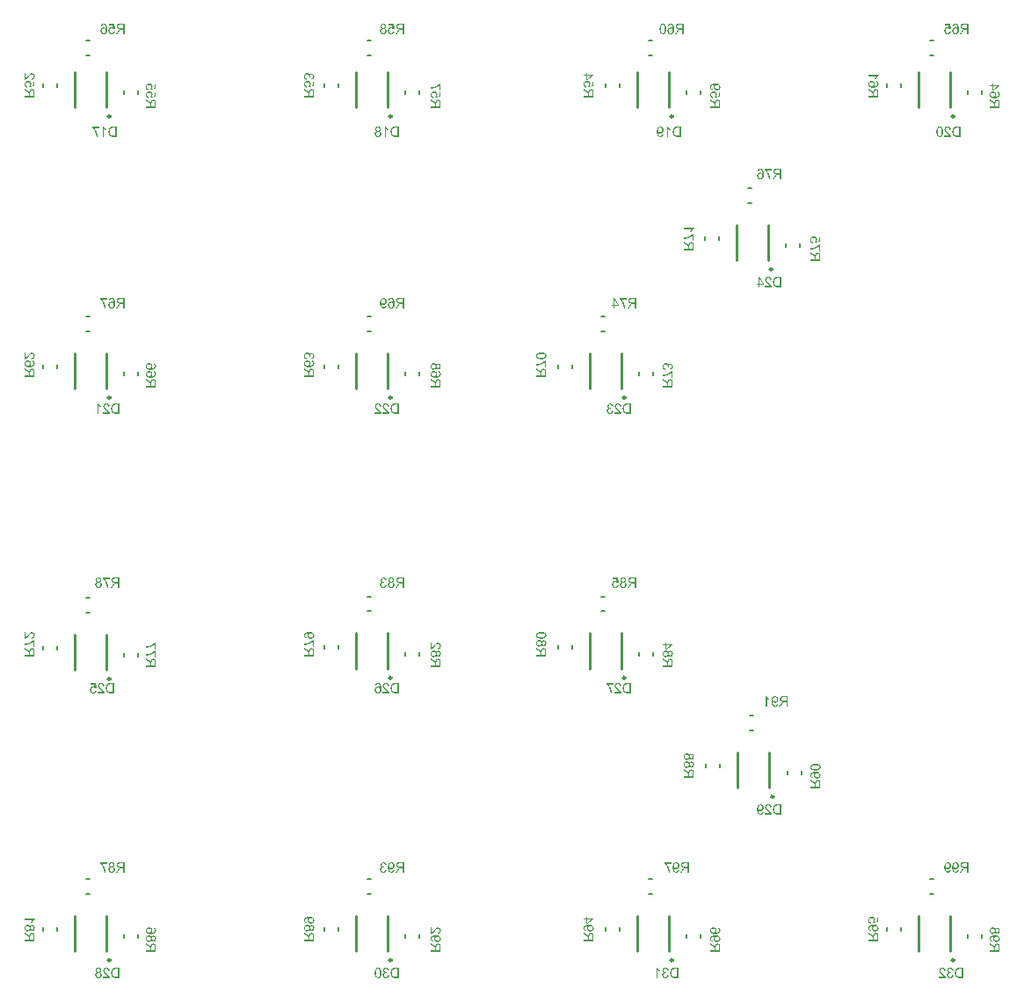
<source format=gbo>
G04*
G04 #@! TF.GenerationSoftware,Altium Limited,Altium Designer,20.1.12 (249)*
G04*
G04 Layer_Color=32896*
%FSAX25Y25*%
%MOIN*%
G70*
G04*
G04 #@! TF.SameCoordinates,CE78A03B-694A-4DC8-B1AE-BFA5CE161D15*
G04*
G04*
G04 #@! TF.FilePolarity,Positive*
G04*
G01*
G75*
%ADD10C,0.00984*%
%ADD12C,0.00500*%
%ADD13C,0.01000*%
G36*
X0235250Y-0222182D02*
X0234806Y-0222239D01*
X0234764Y-0222179D01*
X0234719Y-0222128D01*
X0234671Y-0222083D01*
X0234626Y-0222044D01*
X0234584Y-0222014D01*
X0234551Y-0221990D01*
X0234539Y-0221981D01*
X0234530Y-0221978D01*
X0234524Y-0221972D01*
X0234521D01*
X0234452Y-0221936D01*
X0234380Y-0221912D01*
X0234308Y-0221894D01*
X0234245Y-0221879D01*
X0234191Y-0221873D01*
X0234167Y-0221870D01*
X0234146D01*
X0234128Y-0221867D01*
X0234107D01*
X0234038Y-0221870D01*
X0233975Y-0221876D01*
X0233915Y-0221888D01*
X0233858Y-0221903D01*
X0233807Y-0221921D01*
X0233756Y-0221942D01*
X0233711Y-0221963D01*
X0233672Y-0221984D01*
X0233636Y-0222005D01*
X0233603Y-0222026D01*
X0233576Y-0222047D01*
X0233555Y-0222065D01*
X0233537Y-0222080D01*
X0233522Y-0222092D01*
X0233516Y-0222098D01*
X0233513Y-0222101D01*
X0233474Y-0222146D01*
X0233438Y-0222197D01*
X0233408Y-0222248D01*
X0233381Y-0222299D01*
X0233360Y-0222353D01*
X0233342Y-0222407D01*
X0233324Y-0222458D01*
X0233312Y-0222509D01*
X0233303Y-0222557D01*
X0233297Y-0222599D01*
X0233291Y-0222638D01*
X0233288Y-0222674D01*
X0233285Y-0222701D01*
Y-0222722D01*
Y-0222734D01*
Y-0222740D01*
X0233288Y-0222818D01*
X0233294Y-0222893D01*
X0233306Y-0222962D01*
X0233321Y-0223025D01*
X0233339Y-0223088D01*
X0233360Y-0223145D01*
X0233381Y-0223196D01*
X0233402Y-0223241D01*
X0233426Y-0223283D01*
X0233447Y-0223319D01*
X0233468Y-0223352D01*
X0233486Y-0223376D01*
X0233501Y-0223397D01*
X0233513Y-0223412D01*
X0233519Y-0223421D01*
X0233522Y-0223424D01*
X0233567Y-0223469D01*
X0233615Y-0223508D01*
X0233663Y-0223541D01*
X0233711Y-0223571D01*
X0233759Y-0223595D01*
X0233807Y-0223616D01*
X0233855Y-0223634D01*
X0233900Y-0223646D01*
X0233942Y-0223658D01*
X0233978Y-0223664D01*
X0234014Y-0223670D01*
X0234044Y-0223676D01*
X0234068D01*
X0234086Y-0223679D01*
X0234101D01*
X0234152Y-0223676D01*
X0234203Y-0223670D01*
X0234251Y-0223661D01*
X0234296Y-0223652D01*
X0234380Y-0223622D01*
X0234416Y-0223607D01*
X0234452Y-0223589D01*
X0234482Y-0223571D01*
X0234509Y-0223556D01*
X0234533Y-0223541D01*
X0234551Y-0223526D01*
X0234566Y-0223517D01*
X0234578Y-0223508D01*
X0234584Y-0223502D01*
X0234587Y-0223499D01*
X0234623Y-0223463D01*
X0234656Y-0223424D01*
X0234683Y-0223382D01*
X0234710Y-0223337D01*
X0234755Y-0223247D01*
X0234788Y-0223157D01*
X0234800Y-0223115D01*
X0234812Y-0223076D01*
X0234821Y-0223043D01*
X0234827Y-0223013D01*
X0234833Y-0222989D01*
X0234836Y-0222968D01*
X0234839Y-0222956D01*
Y-0222953D01*
X0235334Y-0222995D01*
X0235322Y-0223085D01*
X0235304Y-0223169D01*
X0235283Y-0223247D01*
X0235256Y-0223322D01*
X0235226Y-0223391D01*
X0235196Y-0223454D01*
X0235163Y-0223514D01*
X0235130Y-0223568D01*
X0235097Y-0223616D01*
X0235067Y-0223655D01*
X0235037Y-0223691D01*
X0235010Y-0223721D01*
X0234989Y-0223745D01*
X0234974Y-0223760D01*
X0234962Y-0223772D01*
X0234959Y-0223775D01*
X0234893Y-0223826D01*
X0234827Y-0223871D01*
X0234755Y-0223910D01*
X0234683Y-0223943D01*
X0234611Y-0223970D01*
X0234542Y-0223994D01*
X0234473Y-0224015D01*
X0234404Y-0224030D01*
X0234341Y-0224042D01*
X0234284Y-0224051D01*
X0234233Y-0224057D01*
X0234188Y-0224060D01*
X0234152Y-0224063D01*
X0234125Y-0224066D01*
X0234101D01*
X0233984Y-0224060D01*
X0233873Y-0224045D01*
X0233768Y-0224024D01*
X0233672Y-0223994D01*
X0233582Y-0223958D01*
X0233498Y-0223919D01*
X0233423Y-0223877D01*
X0233354Y-0223832D01*
X0233294Y-0223790D01*
X0233240Y-0223748D01*
X0233195Y-0223709D01*
X0233159Y-0223673D01*
X0233129Y-0223643D01*
X0233108Y-0223622D01*
X0233093Y-0223607D01*
X0233090Y-0223601D01*
X0233036Y-0223529D01*
X0232988Y-0223454D01*
X0232949Y-0223376D01*
X0232913Y-0223298D01*
X0232883Y-0223223D01*
X0232859Y-0223148D01*
X0232838Y-0223076D01*
X0232823Y-0223007D01*
X0232811Y-0222941D01*
X0232799Y-0222884D01*
X0232793Y-0222830D01*
X0232790Y-0222785D01*
X0232787Y-0222749D01*
X0232784Y-0222722D01*
Y-0222704D01*
Y-0222698D01*
X0232787Y-0222596D01*
X0232799Y-0222503D01*
X0232817Y-0222410D01*
X0232838Y-0222326D01*
X0232865Y-0222248D01*
X0232895Y-0222173D01*
X0232925Y-0222104D01*
X0232958Y-0222044D01*
X0232991Y-0221987D01*
X0233021Y-0221939D01*
X0233051Y-0221897D01*
X0233078Y-0221864D01*
X0233099Y-0221837D01*
X0233117Y-0221816D01*
X0233129Y-0221804D01*
X0233132Y-0221801D01*
X0233198Y-0221738D01*
X0233267Y-0221684D01*
X0233339Y-0221639D01*
X0233411Y-0221597D01*
X0233483Y-0221564D01*
X0233552Y-0221537D01*
X0233621Y-0221513D01*
X0233687Y-0221495D01*
X0233747Y-0221480D01*
X0233804Y-0221468D01*
X0233852Y-0221462D01*
X0233897Y-0221456D01*
X0233933Y-0221453D01*
X0233960Y-0221450D01*
X0233981D01*
X0234053Y-0221453D01*
X0234122Y-0221459D01*
X0234191Y-0221471D01*
X0234257Y-0221489D01*
X0234320Y-0221507D01*
X0234380Y-0221528D01*
X0234437Y-0221549D01*
X0234488Y-0221570D01*
X0234536Y-0221594D01*
X0234581Y-0221615D01*
X0234617Y-0221636D01*
X0234650Y-0221654D01*
X0234674Y-0221669D01*
X0234695Y-0221681D01*
X0234707Y-0221690D01*
X0234710Y-0221693D01*
X0234503Y-0220655D01*
X0232964D01*
Y-0220205D01*
X0234878D01*
X0235250Y-0222182D01*
D02*
G37*
G36*
X0242000Y-0224000D02*
X0241490D01*
Y-0222293D01*
X0240833D01*
X0240776Y-0222296D01*
X0240728Y-0222299D01*
X0240689Y-0222302D01*
X0240659Y-0222308D01*
X0240638Y-0222311D01*
X0240623Y-0222314D01*
X0240620D01*
X0240575Y-0222326D01*
X0240533Y-0222341D01*
X0240494Y-0222359D01*
X0240458Y-0222374D01*
X0240428Y-0222392D01*
X0240407Y-0222404D01*
X0240392Y-0222413D01*
X0240386Y-0222416D01*
X0240341Y-0222449D01*
X0240296Y-0222488D01*
X0240254Y-0222530D01*
X0240215Y-0222572D01*
X0240179Y-0222611D01*
X0240152Y-0222644D01*
X0240143Y-0222656D01*
X0240134Y-0222665D01*
X0240131Y-0222671D01*
X0240128Y-0222674D01*
X0240101Y-0222710D01*
X0240071Y-0222749D01*
X0240011Y-0222833D01*
X0239948Y-0222920D01*
X0239891Y-0223007D01*
X0239864Y-0223046D01*
X0239840Y-0223082D01*
X0239819Y-0223115D01*
X0239798Y-0223145D01*
X0239783Y-0223169D01*
X0239771Y-0223187D01*
X0239765Y-0223199D01*
X0239762Y-0223202D01*
X0239255Y-0224000D01*
X0238619D01*
X0239285Y-0222956D01*
X0239360Y-0222845D01*
X0239396Y-0222794D01*
X0239435Y-0222746D01*
X0239471Y-0222701D01*
X0239504Y-0222659D01*
X0239537Y-0222620D01*
X0239570Y-0222584D01*
X0239597Y-0222551D01*
X0239624Y-0222524D01*
X0239648Y-0222500D01*
X0239666Y-0222479D01*
X0239684Y-0222464D01*
X0239696Y-0222452D01*
X0239702Y-0222446D01*
X0239705Y-0222443D01*
X0239747Y-0222407D01*
X0239798Y-0222374D01*
X0239849Y-0222341D01*
X0239897Y-0222311D01*
X0239942Y-0222287D01*
X0239978Y-0222269D01*
X0239993Y-0222260D01*
X0240002Y-0222254D01*
X0240008Y-0222251D01*
X0240011D01*
X0239912Y-0222236D01*
X0239816Y-0222215D01*
X0239732Y-0222191D01*
X0239651Y-0222164D01*
X0239576Y-0222137D01*
X0239510Y-0222107D01*
X0239450Y-0222077D01*
X0239396Y-0222047D01*
X0239348Y-0222017D01*
X0239309Y-0221990D01*
X0239273Y-0221963D01*
X0239246Y-0221942D01*
X0239222Y-0221924D01*
X0239207Y-0221909D01*
X0239198Y-0221900D01*
X0239195Y-0221897D01*
X0239147Y-0221843D01*
X0239108Y-0221786D01*
X0239072Y-0221729D01*
X0239042Y-0221669D01*
X0239015Y-0221612D01*
X0238994Y-0221555D01*
X0238976Y-0221498D01*
X0238961Y-0221444D01*
X0238949Y-0221396D01*
X0238943Y-0221348D01*
X0238937Y-0221309D01*
X0238931Y-0221273D01*
Y-0221243D01*
X0238928Y-0221222D01*
Y-0221210D01*
Y-0221204D01*
X0238931Y-0221147D01*
X0238934Y-0221090D01*
X0238952Y-0220982D01*
X0238964Y-0220931D01*
X0238979Y-0220883D01*
X0238994Y-0220838D01*
X0239009Y-0220799D01*
X0239024Y-0220760D01*
X0239039Y-0220727D01*
X0239051Y-0220697D01*
X0239066Y-0220673D01*
X0239075Y-0220655D01*
X0239084Y-0220640D01*
X0239087Y-0220631D01*
X0239090Y-0220628D01*
X0239120Y-0220580D01*
X0239153Y-0220535D01*
X0239189Y-0220496D01*
X0239225Y-0220460D01*
X0239258Y-0220424D01*
X0239294Y-0220394D01*
X0239330Y-0220367D01*
X0239363Y-0220343D01*
X0239393Y-0220325D01*
X0239423Y-0220307D01*
X0239450Y-0220292D01*
X0239471Y-0220280D01*
X0239489Y-0220271D01*
X0239504Y-0220265D01*
X0239513Y-0220259D01*
X0239516D01*
X0239570Y-0220241D01*
X0239627Y-0220223D01*
X0239687Y-0220211D01*
X0239750Y-0220199D01*
X0239879Y-0220181D01*
X0239945Y-0220172D01*
X0240005Y-0220166D01*
X0240065Y-0220163D01*
X0240119Y-0220160D01*
X0240170Y-0220157D01*
X0240212D01*
X0240248Y-0220154D01*
X0242000D01*
Y-0224000D01*
D02*
G37*
G36*
X0237158Y-0220142D02*
X0237245Y-0220151D01*
X0237329Y-0220166D01*
X0237404Y-0220184D01*
X0237476Y-0220205D01*
X0237542Y-0220229D01*
X0237602Y-0220256D01*
X0237656Y-0220283D01*
X0237704Y-0220310D01*
X0237749Y-0220337D01*
X0237785Y-0220361D01*
X0237815Y-0220382D01*
X0237839Y-0220400D01*
X0237854Y-0220415D01*
X0237866Y-0220424D01*
X0237869Y-0220427D01*
X0237923Y-0220481D01*
X0237968Y-0220538D01*
X0238007Y-0220598D01*
X0238043Y-0220658D01*
X0238070Y-0220718D01*
X0238097Y-0220775D01*
X0238115Y-0220832D01*
X0238130Y-0220886D01*
X0238145Y-0220937D01*
X0238154Y-0220985D01*
X0238160Y-0221027D01*
X0238163Y-0221063D01*
X0238166Y-0221090D01*
X0238169Y-0221114D01*
Y-0221126D01*
Y-0221132D01*
X0238166Y-0221183D01*
X0238163Y-0221234D01*
X0238148Y-0221324D01*
X0238124Y-0221405D01*
X0238112Y-0221444D01*
X0238097Y-0221477D01*
X0238085Y-0221507D01*
X0238073Y-0221534D01*
X0238061Y-0221558D01*
X0238049Y-0221576D01*
X0238040Y-0221591D01*
X0238034Y-0221603D01*
X0238028Y-0221609D01*
Y-0221612D01*
X0238001Y-0221648D01*
X0237968Y-0221681D01*
X0237899Y-0221744D01*
X0237827Y-0221795D01*
X0237755Y-0221840D01*
X0237692Y-0221873D01*
X0237662Y-0221888D01*
X0237638Y-0221897D01*
X0237617Y-0221906D01*
X0237602Y-0221912D01*
X0237593Y-0221918D01*
X0237590D01*
X0237653Y-0221936D01*
X0237716Y-0221960D01*
X0237773Y-0221984D01*
X0237824Y-0222011D01*
X0237872Y-0222038D01*
X0237917Y-0222068D01*
X0237959Y-0222095D01*
X0237995Y-0222125D01*
X0238028Y-0222152D01*
X0238055Y-0222176D01*
X0238082Y-0222200D01*
X0238100Y-0222221D01*
X0238115Y-0222239D01*
X0238127Y-0222251D01*
X0238133Y-0222260D01*
X0238136Y-0222263D01*
X0238169Y-0222311D01*
X0238199Y-0222362D01*
X0238223Y-0222413D01*
X0238244Y-0222467D01*
X0238262Y-0222521D01*
X0238280Y-0222572D01*
X0238301Y-0222671D01*
X0238310Y-0222716D01*
X0238316Y-0222758D01*
X0238319Y-0222794D01*
X0238322Y-0222827D01*
X0238325Y-0222854D01*
Y-0222872D01*
Y-0222887D01*
Y-0222890D01*
X0238322Y-0222983D01*
X0238310Y-0223070D01*
X0238292Y-0223154D01*
X0238271Y-0223235D01*
X0238244Y-0223307D01*
X0238214Y-0223376D01*
X0238184Y-0223442D01*
X0238151Y-0223499D01*
X0238118Y-0223550D01*
X0238088Y-0223598D01*
X0238058Y-0223637D01*
X0238031Y-0223670D01*
X0238010Y-0223697D01*
X0237992Y-0223715D01*
X0237980Y-0223727D01*
X0237977Y-0223730D01*
X0237908Y-0223790D01*
X0237839Y-0223841D01*
X0237764Y-0223886D01*
X0237686Y-0223925D01*
X0237611Y-0223958D01*
X0237533Y-0223985D01*
X0237458Y-0224006D01*
X0237386Y-0224024D01*
X0237320Y-0224039D01*
X0237257Y-0224048D01*
X0237203Y-0224057D01*
X0237152Y-0224060D01*
X0237113Y-0224063D01*
X0237083Y-0224066D01*
X0237059D01*
X0236954Y-0224063D01*
X0236858Y-0224051D01*
X0236765Y-0224036D01*
X0236678Y-0224015D01*
X0236594Y-0223988D01*
X0236519Y-0223961D01*
X0236450Y-0223931D01*
X0236390Y-0223898D01*
X0236333Y-0223868D01*
X0236285Y-0223838D01*
X0236243Y-0223811D01*
X0236207Y-0223784D01*
X0236180Y-0223763D01*
X0236159Y-0223748D01*
X0236147Y-0223736D01*
X0236144Y-0223733D01*
X0236081Y-0223667D01*
X0236027Y-0223601D01*
X0235982Y-0223532D01*
X0235940Y-0223460D01*
X0235907Y-0223391D01*
X0235880Y-0223322D01*
X0235856Y-0223256D01*
X0235838Y-0223190D01*
X0235823Y-0223130D01*
X0235811Y-0223076D01*
X0235805Y-0223028D01*
X0235799Y-0222983D01*
X0235796Y-0222950D01*
X0235793Y-0222923D01*
Y-0222908D01*
Y-0222902D01*
X0235796Y-0222836D01*
X0235802Y-0222773D01*
X0235811Y-0222713D01*
X0235823Y-0222656D01*
X0235835Y-0222602D01*
X0235853Y-0222551D01*
X0235868Y-0222506D01*
X0235886Y-0222461D01*
X0235904Y-0222425D01*
X0235919Y-0222389D01*
X0235937Y-0222359D01*
X0235949Y-0222335D01*
X0235961Y-0222317D01*
X0235970Y-0222302D01*
X0235976Y-0222293D01*
X0235979Y-0222290D01*
X0236015Y-0222242D01*
X0236054Y-0222200D01*
X0236099Y-0222161D01*
X0236141Y-0222122D01*
X0236186Y-0222089D01*
X0236231Y-0222059D01*
X0236276Y-0222032D01*
X0236318Y-0222008D01*
X0236357Y-0221987D01*
X0236396Y-0221969D01*
X0236429Y-0221951D01*
X0236459Y-0221939D01*
X0236483Y-0221930D01*
X0236501Y-0221924D01*
X0236513Y-0221918D01*
X0236516D01*
X0236465Y-0221897D01*
X0236417Y-0221873D01*
X0236372Y-0221849D01*
X0236330Y-0221825D01*
X0236291Y-0221798D01*
X0236255Y-0221774D01*
X0236225Y-0221750D01*
X0236195Y-0221723D01*
X0236171Y-0221702D01*
X0236150Y-0221681D01*
X0236132Y-0221660D01*
X0236117Y-0221645D01*
X0236105Y-0221630D01*
X0236096Y-0221621D01*
X0236093Y-0221615D01*
X0236090Y-0221612D01*
X0236066Y-0221573D01*
X0236042Y-0221534D01*
X0236009Y-0221456D01*
X0235982Y-0221378D01*
X0235967Y-0221303D01*
X0235961Y-0221270D01*
X0235955Y-0221240D01*
X0235952Y-0221213D01*
Y-0221189D01*
X0235949Y-0221171D01*
Y-0221156D01*
Y-0221147D01*
Y-0221144D01*
X0235952Y-0221066D01*
X0235961Y-0220994D01*
X0235976Y-0220922D01*
X0235997Y-0220856D01*
X0236021Y-0220793D01*
X0236048Y-0220736D01*
X0236075Y-0220682D01*
X0236102Y-0220631D01*
X0236132Y-0220586D01*
X0236159Y-0220547D01*
X0236186Y-0220514D01*
X0236210Y-0220484D01*
X0236228Y-0220463D01*
X0236246Y-0220445D01*
X0236255Y-0220436D01*
X0236258Y-0220433D01*
X0236318Y-0220382D01*
X0236381Y-0220337D01*
X0236447Y-0220298D01*
X0236513Y-0220262D01*
X0236582Y-0220235D01*
X0236648Y-0220211D01*
X0236714Y-0220190D01*
X0236777Y-0220175D01*
X0236837Y-0220163D01*
X0236891Y-0220154D01*
X0236942Y-0220148D01*
X0236984Y-0220142D01*
X0237020D01*
X0237047Y-0220139D01*
X0237068D01*
X0237158Y-0220142D01*
D02*
G37*
G36*
X0010453Y-0136737D02*
X0010501Y-0136707D01*
X0010546Y-0136674D01*
X0010588Y-0136641D01*
X0010627Y-0136608D01*
X0010660Y-0136581D01*
X0010684Y-0136560D01*
X0010699Y-0136545D01*
X0010705Y-0136539D01*
X0010732Y-0136512D01*
X0010762Y-0136482D01*
X0010798Y-0136443D01*
X0010834Y-0136404D01*
X0010915Y-0136314D01*
X0010996Y-0136221D01*
X0011035Y-0136176D01*
X0011071Y-0136134D01*
X0011104Y-0136095D01*
X0011134Y-0136062D01*
X0011158Y-0136032D01*
X0011176Y-0136011D01*
X0011188Y-0135999D01*
X0011191Y-0135993D01*
X0011269Y-0135900D01*
X0011344Y-0135816D01*
X0011413Y-0135735D01*
X0011479Y-0135663D01*
X0011539Y-0135597D01*
X0011596Y-0135537D01*
X0011647Y-0135486D01*
X0011692Y-0135438D01*
X0011734Y-0135396D01*
X0011767Y-0135360D01*
X0011800Y-0135330D01*
X0011824Y-0135306D01*
X0011845Y-0135288D01*
X0011857Y-0135273D01*
X0011866Y-0135267D01*
X0011869Y-0135264D01*
X0011959Y-0135189D01*
X0012046Y-0135123D01*
X0012124Y-0135069D01*
X0012196Y-0135027D01*
X0012226Y-0135009D01*
X0012253Y-0134994D01*
X0012277Y-0134979D01*
X0012298Y-0134970D01*
X0012316Y-0134961D01*
X0012328Y-0134955D01*
X0012334Y-0134952D01*
X0012337D01*
X0012421Y-0134919D01*
X0012502Y-0134895D01*
X0012580Y-0134880D01*
X0012649Y-0134868D01*
X0012679Y-0134865D01*
X0012709Y-0134862D01*
X0012733Y-0134859D01*
X0012754Y-0134856D01*
X0012769D01*
X0012784D01*
X0012790D01*
X0012793D01*
X0012877Y-0134859D01*
X0012955Y-0134871D01*
X0013030Y-0134886D01*
X0013102Y-0134907D01*
X0013171Y-0134931D01*
X0013231Y-0134958D01*
X0013291Y-0134988D01*
X0013342Y-0135018D01*
X0013390Y-0135048D01*
X0013432Y-0135078D01*
X0013468Y-0135105D01*
X0013498Y-0135129D01*
X0013522Y-0135150D01*
X0013537Y-0135165D01*
X0013549Y-0135177D01*
X0013552Y-0135180D01*
X0013606Y-0135243D01*
X0013654Y-0135312D01*
X0013696Y-0135381D01*
X0013732Y-0135453D01*
X0013762Y-0135528D01*
X0013786Y-0135600D01*
X0013807Y-0135672D01*
X0013822Y-0135738D01*
X0013834Y-0135804D01*
X0013846Y-0135864D01*
X0013852Y-0135918D01*
X0013855Y-0135966D01*
X0013858Y-0136002D01*
X0013861Y-0136032D01*
Y-0136056D01*
X0013858Y-0136155D01*
X0013849Y-0136251D01*
X0013834Y-0136341D01*
X0013816Y-0136425D01*
X0013795Y-0136503D01*
X0013771Y-0136575D01*
X0013744Y-0136641D01*
X0013720Y-0136701D01*
X0013693Y-0136752D01*
X0013666Y-0136800D01*
X0013642Y-0136839D01*
X0013621Y-0136872D01*
X0013603Y-0136899D01*
X0013588Y-0136917D01*
X0013579Y-0136929D01*
X0013576Y-0136932D01*
X0013519Y-0136989D01*
X0013459Y-0137040D01*
X0013393Y-0137088D01*
X0013327Y-0137127D01*
X0013258Y-0137163D01*
X0013189Y-0137193D01*
X0013120Y-0137217D01*
X0013054Y-0137238D01*
X0012994Y-0137256D01*
X0012934Y-0137271D01*
X0012883Y-0137283D01*
X0012838Y-0137292D01*
X0012799Y-0137298D01*
X0012772Y-0137301D01*
X0012754Y-0137304D01*
X0012751D01*
X0012748D01*
X0012697Y-0136818D01*
X0012763Y-0136815D01*
X0012826Y-0136809D01*
X0012883Y-0136800D01*
X0012940Y-0136785D01*
X0012988Y-0136770D01*
X0013036Y-0136752D01*
X0013078Y-0136734D01*
X0013117Y-0136716D01*
X0013150Y-0136698D01*
X0013180Y-0136677D01*
X0013207Y-0136662D01*
X0013228Y-0136647D01*
X0013243Y-0136632D01*
X0013255Y-0136623D01*
X0013261Y-0136617D01*
X0013264Y-0136614D01*
X0013300Y-0136575D01*
X0013333Y-0136530D01*
X0013360Y-0136488D01*
X0013384Y-0136440D01*
X0013405Y-0136395D01*
X0013420Y-0136350D01*
X0013435Y-0136305D01*
X0013444Y-0136263D01*
X0013453Y-0136224D01*
X0013459Y-0136185D01*
X0013465Y-0136152D01*
X0013468Y-0136125D01*
X0013471Y-0136101D01*
Y-0136068D01*
X0013468Y-0136008D01*
X0013462Y-0135951D01*
X0013453Y-0135900D01*
X0013441Y-0135849D01*
X0013426Y-0135804D01*
X0013408Y-0135759D01*
X0013393Y-0135720D01*
X0013375Y-0135684D01*
X0013354Y-0135651D01*
X0013339Y-0135624D01*
X0013321Y-0135600D01*
X0013306Y-0135579D01*
X0013294Y-0135564D01*
X0013285Y-0135552D01*
X0013279Y-0135546D01*
X0013276Y-0135543D01*
X0013240Y-0135507D01*
X0013201Y-0135477D01*
X0013162Y-0135450D01*
X0013120Y-0135426D01*
X0013081Y-0135408D01*
X0013042Y-0135390D01*
X0012967Y-0135366D01*
X0012934Y-0135360D01*
X0012901Y-0135354D01*
X0012874Y-0135348D01*
X0012850Y-0135345D01*
X0012829Y-0135342D01*
X0012814D01*
X0012805D01*
X0012802D01*
X0012751Y-0135345D01*
X0012700Y-0135351D01*
X0012649Y-0135363D01*
X0012601Y-0135378D01*
X0012505Y-0135411D01*
X0012460Y-0135432D01*
X0012418Y-0135453D01*
X0012379Y-0135474D01*
X0012343Y-0135495D01*
X0012310Y-0135513D01*
X0012283Y-0135528D01*
X0012262Y-0135543D01*
X0012247Y-0135555D01*
X0012235Y-0135561D01*
X0012232Y-0135564D01*
X0012175Y-0135609D01*
X0012112Y-0135663D01*
X0012046Y-0135723D01*
X0011980Y-0135789D01*
X0011911Y-0135858D01*
X0011842Y-0135927D01*
X0011776Y-0135999D01*
X0011713Y-0136068D01*
X0011653Y-0136137D01*
X0011596Y-0136200D01*
X0011548Y-0136257D01*
X0011503Y-0136308D01*
X0011467Y-0136350D01*
X0011443Y-0136383D01*
X0011431Y-0136395D01*
X0011425Y-0136404D01*
X0011422Y-0136407D01*
X0011419Y-0136410D01*
X0011359Y-0136485D01*
X0011299Y-0136554D01*
X0011242Y-0136617D01*
X0011188Y-0136677D01*
X0011137Y-0136734D01*
X0011089Y-0136785D01*
X0011044Y-0136830D01*
X0011005Y-0136872D01*
X0010966Y-0136908D01*
X0010933Y-0136941D01*
X0010906Y-0136968D01*
X0010882Y-0136992D01*
X0010864Y-0137007D01*
X0010849Y-0137022D01*
X0010840Y-0137028D01*
X0010837Y-0137031D01*
X0010744Y-0137106D01*
X0010651Y-0137169D01*
X0010564Y-0137223D01*
X0010489Y-0137265D01*
X0010453Y-0137283D01*
X0010423Y-0137298D01*
X0010396Y-0137310D01*
X0010372Y-0137322D01*
X0010354Y-0137331D01*
X0010339Y-0137334D01*
X0010330Y-0137340D01*
X0010327D01*
X0010267Y-0137358D01*
X0010210Y-0137373D01*
X0010153Y-0137382D01*
X0010105Y-0137388D01*
X0010063Y-0137394D01*
X0010030D01*
X0010018D01*
X0010009D01*
X0010003D01*
X0010000D01*
Y-0134850D01*
X0010453D01*
Y-0136737D01*
D02*
G37*
G36*
X0011347Y-0137802D02*
X0011443Y-0137814D01*
X0011533Y-0137829D01*
X0011620Y-0137850D01*
X0011698Y-0137877D01*
X0011773Y-0137904D01*
X0011839Y-0137934D01*
X0011902Y-0137964D01*
X0011956Y-0137997D01*
X0012007Y-0138027D01*
X0012049Y-0138054D01*
X0012082Y-0138081D01*
X0012109Y-0138102D01*
X0012130Y-0138117D01*
X0012142Y-0138129D01*
X0012145Y-0138132D01*
X0012205Y-0138195D01*
X0012259Y-0138261D01*
X0012307Y-0138330D01*
X0012346Y-0138399D01*
X0012379Y-0138468D01*
X0012409Y-0138534D01*
X0012430Y-0138597D01*
X0012451Y-0138660D01*
X0012463Y-0138717D01*
X0012475Y-0138771D01*
X0012481Y-0138819D01*
X0012487Y-0138861D01*
X0012490Y-0138894D01*
X0012493Y-0138918D01*
Y-0138939D01*
X0012487Y-0139041D01*
X0012472Y-0139134D01*
X0012454Y-0139224D01*
X0012442Y-0139263D01*
X0012430Y-0139302D01*
X0012418Y-0139335D01*
X0012406Y-0139365D01*
X0012397Y-0139392D01*
X0012388Y-0139416D01*
X0012379Y-0139434D01*
X0012373Y-0139446D01*
X0012370Y-0139455D01*
X0012367Y-0139458D01*
X0012343Y-0139503D01*
X0012313Y-0139545D01*
X0012253Y-0139626D01*
X0012190Y-0139698D01*
X0012127Y-0139758D01*
X0012097Y-0139785D01*
X0012070Y-0139809D01*
X0012043Y-0139827D01*
X0012022Y-0139845D01*
X0012004Y-0139857D01*
X0011992Y-0139866D01*
X0011983Y-0139872D01*
X0011980Y-0139875D01*
X0012085Y-0139872D01*
X0012184Y-0139869D01*
X0012277Y-0139863D01*
X0012361Y-0139854D01*
X0012442Y-0139842D01*
X0012514Y-0139833D01*
X0012580Y-0139821D01*
X0012640Y-0139809D01*
X0012694Y-0139797D01*
X0012739Y-0139785D01*
X0012778Y-0139773D01*
X0012811Y-0139764D01*
X0012835Y-0139755D01*
X0012853Y-0139749D01*
X0012865Y-0139743D01*
X0012868D01*
X0012925Y-0139719D01*
X0012979Y-0139692D01*
X0013030Y-0139662D01*
X0013075Y-0139632D01*
X0013117Y-0139605D01*
X0013156Y-0139575D01*
X0013192Y-0139545D01*
X0013225Y-0139518D01*
X0013252Y-0139491D01*
X0013276Y-0139467D01*
X0013297Y-0139446D01*
X0013315Y-0139425D01*
X0013327Y-0139410D01*
X0013339Y-0139398D01*
X0013342Y-0139392D01*
X0013345Y-0139389D01*
X0013369Y-0139356D01*
X0013387Y-0139323D01*
X0013420Y-0139254D01*
X0013444Y-0139188D01*
X0013459Y-0139125D01*
X0013468Y-0139071D01*
X0013471Y-0139047D01*
Y-0139029D01*
X0013474Y-0139011D01*
Y-0138990D01*
X0013471Y-0138939D01*
X0013465Y-0138888D01*
X0013456Y-0138840D01*
X0013441Y-0138798D01*
X0013426Y-0138756D01*
X0013411Y-0138717D01*
X0013390Y-0138681D01*
X0013372Y-0138648D01*
X0013354Y-0138618D01*
X0013336Y-0138591D01*
X0013318Y-0138570D01*
X0013303Y-0138549D01*
X0013288Y-0138534D01*
X0013279Y-0138525D01*
X0013273Y-0138519D01*
X0013270Y-0138516D01*
X0013246Y-0138495D01*
X0013216Y-0138474D01*
X0013153Y-0138441D01*
X0013087Y-0138408D01*
X0013021Y-0138384D01*
X0012961Y-0138363D01*
X0012937Y-0138354D01*
X0012913Y-0138348D01*
X0012895Y-0138342D01*
X0012880Y-0138339D01*
X0012871Y-0138336D01*
X0012868D01*
X0012904Y-0137868D01*
X0012985Y-0137883D01*
X0013063Y-0137901D01*
X0013135Y-0137922D01*
X0013201Y-0137949D01*
X0013264Y-0137976D01*
X0013324Y-0138006D01*
X0013375Y-0138036D01*
X0013423Y-0138066D01*
X0013465Y-0138096D01*
X0013501Y-0138123D01*
X0013534Y-0138150D01*
X0013558Y-0138171D01*
X0013579Y-0138192D01*
X0013594Y-0138207D01*
X0013603Y-0138216D01*
X0013606Y-0138219D01*
X0013651Y-0138276D01*
X0013690Y-0138333D01*
X0013723Y-0138396D01*
X0013753Y-0138456D01*
X0013777Y-0138519D01*
X0013798Y-0138582D01*
X0013816Y-0138642D01*
X0013828Y-0138699D01*
X0013840Y-0138753D01*
X0013849Y-0138804D01*
X0013852Y-0138849D01*
X0013858Y-0138888D01*
Y-0138918D01*
X0013861Y-0138942D01*
Y-0138963D01*
X0013855Y-0139074D01*
X0013843Y-0139179D01*
X0013819Y-0139278D01*
X0013792Y-0139371D01*
X0013759Y-0139458D01*
X0013723Y-0139536D01*
X0013681Y-0139611D01*
X0013642Y-0139677D01*
X0013600Y-0139734D01*
X0013561Y-0139785D01*
X0013522Y-0139830D01*
X0013489Y-0139866D01*
X0013462Y-0139896D01*
X0013438Y-0139914D01*
X0013426Y-0139929D01*
X0013420Y-0139932D01*
X0013372Y-0139968D01*
X0013318Y-0140004D01*
X0013204Y-0140067D01*
X0013081Y-0140121D01*
X0012952Y-0140169D01*
X0012820Y-0140208D01*
X0012685Y-0140244D01*
X0012550Y-0140271D01*
X0012418Y-0140292D01*
X0012292Y-0140307D01*
X0012178Y-0140322D01*
X0012124Y-0140325D01*
X0012070Y-0140331D01*
X0012025Y-0140334D01*
X0011980Y-0140337D01*
X0011938Y-0140340D01*
X0011902D01*
X0011872D01*
X0011845Y-0140343D01*
X0011824D01*
X0011809D01*
X0011800D01*
X0011797D01*
X0011704D01*
X0011617Y-0140340D01*
X0011533Y-0140334D01*
X0011449Y-0140328D01*
X0011371Y-0140319D01*
X0011296Y-0140310D01*
X0011224Y-0140298D01*
X0011152Y-0140286D01*
X0011086Y-0140271D01*
X0011023Y-0140256D01*
X0010963Y-0140241D01*
X0010906Y-0140226D01*
X0010852Y-0140208D01*
X0010801Y-0140193D01*
X0010708Y-0140157D01*
X0010627Y-0140121D01*
X0010555Y-0140088D01*
X0010498Y-0140058D01*
X0010450Y-0140028D01*
X0010414Y-0140004D01*
X0010387Y-0139986D01*
X0010372Y-0139974D01*
X0010366Y-0139971D01*
X0010291Y-0139899D01*
X0010225Y-0139824D01*
X0010165Y-0139743D01*
X0010117Y-0139662D01*
X0010075Y-0139584D01*
X0010039Y-0139503D01*
X0010012Y-0139425D01*
X0009988Y-0139350D01*
X0009970Y-0139278D01*
X0009958Y-0139215D01*
X0009946Y-0139155D01*
X0009940Y-0139107D01*
X0009937Y-0139065D01*
X0009934Y-0139035D01*
Y-0139008D01*
X0009937Y-0138945D01*
X0009940Y-0138882D01*
X0009961Y-0138765D01*
X0009973Y-0138711D01*
X0009985Y-0138657D01*
X0010000Y-0138612D01*
X0010018Y-0138567D01*
X0010033Y-0138528D01*
X0010048Y-0138492D01*
X0010060Y-0138462D01*
X0010072Y-0138435D01*
X0010084Y-0138414D01*
X0010093Y-0138399D01*
X0010096Y-0138390D01*
X0010099Y-0138387D01*
X0010132Y-0138336D01*
X0010168Y-0138291D01*
X0010243Y-0138204D01*
X0010282Y-0138165D01*
X0010321Y-0138132D01*
X0010360Y-0138099D01*
X0010399Y-0138069D01*
X0010435Y-0138045D01*
X0010468Y-0138021D01*
X0010495Y-0138003D01*
X0010522Y-0137988D01*
X0010543Y-0137973D01*
X0010558Y-0137964D01*
X0010570Y-0137961D01*
X0010573Y-0137958D01*
X0010633Y-0137931D01*
X0010693Y-0137904D01*
X0010750Y-0137883D01*
X0010810Y-0137865D01*
X0010924Y-0137838D01*
X0010975Y-0137826D01*
X0011026Y-0137820D01*
X0011074Y-0137811D01*
X0011116Y-0137808D01*
X0011152Y-0137805D01*
X0011185Y-0137802D01*
X0011209Y-0137799D01*
X0011230D01*
X0011242D01*
X0011245D01*
X0011347Y-0137802D01*
D02*
G37*
G36*
X0011044Y-0141285D02*
X0011155Y-0141360D01*
X0011206Y-0141396D01*
X0011254Y-0141435D01*
X0011299Y-0141471D01*
X0011341Y-0141504D01*
X0011380Y-0141537D01*
X0011416Y-0141570D01*
X0011449Y-0141597D01*
X0011476Y-0141624D01*
X0011500Y-0141648D01*
X0011521Y-0141666D01*
X0011536Y-0141684D01*
X0011548Y-0141696D01*
X0011554Y-0141702D01*
X0011557Y-0141705D01*
X0011593Y-0141747D01*
X0011626Y-0141798D01*
X0011659Y-0141849D01*
X0011689Y-0141897D01*
X0011713Y-0141942D01*
X0011731Y-0141978D01*
X0011740Y-0141993D01*
X0011746Y-0142002D01*
X0011749Y-0142008D01*
Y-0142011D01*
X0011764Y-0141912D01*
X0011785Y-0141816D01*
X0011809Y-0141732D01*
X0011836Y-0141651D01*
X0011863Y-0141576D01*
X0011893Y-0141510D01*
X0011923Y-0141450D01*
X0011953Y-0141396D01*
X0011983Y-0141348D01*
X0012010Y-0141309D01*
X0012037Y-0141273D01*
X0012058Y-0141246D01*
X0012076Y-0141222D01*
X0012091Y-0141207D01*
X0012100Y-0141198D01*
X0012103Y-0141195D01*
X0012157Y-0141147D01*
X0012214Y-0141108D01*
X0012271Y-0141072D01*
X0012331Y-0141042D01*
X0012388Y-0141015D01*
X0012445Y-0140994D01*
X0012502Y-0140976D01*
X0012556Y-0140961D01*
X0012604Y-0140949D01*
X0012652Y-0140943D01*
X0012691Y-0140937D01*
X0012727Y-0140931D01*
X0012757D01*
X0012778Y-0140928D01*
X0012790D01*
X0012796D01*
X0012853Y-0140931D01*
X0012910Y-0140934D01*
X0013018Y-0140952D01*
X0013069Y-0140964D01*
X0013117Y-0140979D01*
X0013162Y-0140994D01*
X0013201Y-0141009D01*
X0013240Y-0141024D01*
X0013273Y-0141039D01*
X0013303Y-0141051D01*
X0013327Y-0141066D01*
X0013345Y-0141075D01*
X0013360Y-0141084D01*
X0013369Y-0141087D01*
X0013372Y-0141090D01*
X0013420Y-0141120D01*
X0013465Y-0141153D01*
X0013504Y-0141189D01*
X0013540Y-0141225D01*
X0013576Y-0141258D01*
X0013606Y-0141294D01*
X0013633Y-0141330D01*
X0013657Y-0141363D01*
X0013675Y-0141393D01*
X0013693Y-0141423D01*
X0013708Y-0141450D01*
X0013720Y-0141471D01*
X0013729Y-0141489D01*
X0013735Y-0141504D01*
X0013741Y-0141513D01*
Y-0141516D01*
X0013759Y-0141570D01*
X0013777Y-0141627D01*
X0013789Y-0141687D01*
X0013801Y-0141750D01*
X0013819Y-0141879D01*
X0013828Y-0141945D01*
X0013834Y-0142005D01*
X0013837Y-0142065D01*
X0013840Y-0142119D01*
X0013843Y-0142170D01*
Y-0142212D01*
X0013846Y-0142248D01*
Y-0144000D01*
X0010000D01*
Y-0143490D01*
X0011707D01*
Y-0142833D01*
X0011704Y-0142776D01*
X0011701Y-0142728D01*
X0011698Y-0142689D01*
X0011692Y-0142659D01*
X0011689Y-0142638D01*
X0011686Y-0142623D01*
Y-0142620D01*
X0011674Y-0142575D01*
X0011659Y-0142533D01*
X0011641Y-0142494D01*
X0011626Y-0142458D01*
X0011608Y-0142428D01*
X0011596Y-0142407D01*
X0011587Y-0142392D01*
X0011584Y-0142386D01*
X0011551Y-0142341D01*
X0011512Y-0142296D01*
X0011470Y-0142254D01*
X0011428Y-0142215D01*
X0011389Y-0142179D01*
X0011356Y-0142152D01*
X0011344Y-0142143D01*
X0011335Y-0142134D01*
X0011329Y-0142131D01*
X0011326Y-0142128D01*
X0011290Y-0142101D01*
X0011251Y-0142071D01*
X0011167Y-0142011D01*
X0011080Y-0141948D01*
X0010993Y-0141891D01*
X0010954Y-0141864D01*
X0010918Y-0141840D01*
X0010885Y-0141819D01*
X0010855Y-0141798D01*
X0010831Y-0141783D01*
X0010813Y-0141771D01*
X0010801Y-0141765D01*
X0010798Y-0141762D01*
X0010000Y-0141255D01*
Y-0140619D01*
X0011044Y-0141285D01*
D02*
G37*
G36*
X0363209Y-0328142D02*
X0363299Y-0328154D01*
X0363386Y-0328172D01*
X0363470Y-0328196D01*
X0363545Y-0328223D01*
X0363617Y-0328253D01*
X0363683Y-0328283D01*
X0363743Y-0328316D01*
X0363797Y-0328352D01*
X0363842Y-0328382D01*
X0363884Y-0328412D01*
X0363917Y-0328439D01*
X0363944Y-0328463D01*
X0363965Y-0328481D01*
X0363977Y-0328493D01*
X0363980Y-0328496D01*
X0364040Y-0328565D01*
X0364094Y-0328640D01*
X0364139Y-0328715D01*
X0364178Y-0328793D01*
X0364211Y-0328874D01*
X0364238Y-0328952D01*
X0364262Y-0329030D01*
X0364280Y-0329102D01*
X0364292Y-0329171D01*
X0364304Y-0329237D01*
X0364310Y-0329294D01*
X0364316Y-0329342D01*
X0364319Y-0329384D01*
X0364322Y-0329414D01*
Y-0329426D01*
Y-0329435D01*
Y-0329438D01*
Y-0329441D01*
X0364319Y-0329546D01*
X0364307Y-0329642D01*
X0364292Y-0329735D01*
X0364271Y-0329822D01*
X0364244Y-0329903D01*
X0364217Y-0329978D01*
X0364187Y-0330047D01*
X0364157Y-0330110D01*
X0364127Y-0330164D01*
X0364097Y-0330215D01*
X0364067Y-0330257D01*
X0364043Y-0330290D01*
X0364022Y-0330317D01*
X0364007Y-0330338D01*
X0363995Y-0330350D01*
X0363992Y-0330353D01*
X0363929Y-0330413D01*
X0363863Y-0330467D01*
X0363794Y-0330512D01*
X0363728Y-0330551D01*
X0363659Y-0330587D01*
X0363593Y-0330614D01*
X0363527Y-0330638D01*
X0363464Y-0330656D01*
X0363407Y-0330668D01*
X0363353Y-0330680D01*
X0363305Y-0330686D01*
X0363266Y-0330692D01*
X0363230Y-0330695D01*
X0363206Y-0330698D01*
X0363185D01*
X0363131Y-0330695D01*
X0363080Y-0330692D01*
X0362981Y-0330677D01*
X0362891Y-0330653D01*
X0362849Y-0330641D01*
X0362810Y-0330629D01*
X0362777Y-0330617D01*
X0362747Y-0330605D01*
X0362720Y-0330593D01*
X0362696Y-0330581D01*
X0362678Y-0330572D01*
X0362666Y-0330566D01*
X0362657Y-0330560D01*
X0362654D01*
X0362567Y-0330503D01*
X0362489Y-0330443D01*
X0362423Y-0330383D01*
X0362366Y-0330323D01*
X0362342Y-0330296D01*
X0362321Y-0330272D01*
X0362306Y-0330251D01*
X0362291Y-0330230D01*
X0362279Y-0330215D01*
X0362270Y-0330203D01*
X0362267Y-0330197D01*
X0362264Y-0330194D01*
Y-0330215D01*
Y-0330236D01*
Y-0330251D01*
Y-0330263D01*
Y-0330281D01*
Y-0330287D01*
X0362267Y-0330395D01*
X0362276Y-0330500D01*
X0362288Y-0330599D01*
X0362294Y-0330644D01*
X0362300Y-0330686D01*
X0362306Y-0330725D01*
X0362312Y-0330761D01*
X0362318Y-0330791D01*
X0362324Y-0330818D01*
X0362330Y-0330839D01*
X0362333Y-0330854D01*
X0362336Y-0330863D01*
Y-0330866D01*
X0362363Y-0330965D01*
X0362393Y-0331055D01*
X0362408Y-0331094D01*
X0362420Y-0331133D01*
X0362435Y-0331166D01*
X0362450Y-0331196D01*
X0362462Y-0331223D01*
X0362474Y-0331247D01*
X0362483Y-0331268D01*
X0362492Y-0331286D01*
X0362501Y-0331298D01*
X0362504Y-0331307D01*
X0362510Y-0331313D01*
Y-0331316D01*
X0362552Y-0331376D01*
X0362594Y-0331427D01*
X0362639Y-0331472D01*
X0362681Y-0331511D01*
X0362720Y-0331541D01*
X0362750Y-0331562D01*
X0362762Y-0331571D01*
X0362771Y-0331574D01*
X0362774Y-0331580D01*
X0362777D01*
X0362840Y-0331613D01*
X0362906Y-0331637D01*
X0362972Y-0331655D01*
X0363032Y-0331667D01*
X0363083Y-0331673D01*
X0363104Y-0331676D01*
X0363125D01*
X0363140Y-0331679D01*
X0363161D01*
X0363209Y-0331676D01*
X0363251Y-0331673D01*
X0363335Y-0331655D01*
X0363404Y-0331634D01*
X0363464Y-0331607D01*
X0363491Y-0331592D01*
X0363512Y-0331580D01*
X0363533Y-0331568D01*
X0363548Y-0331556D01*
X0363560Y-0331547D01*
X0363569Y-0331541D01*
X0363575Y-0331538D01*
X0363578Y-0331535D01*
X0363608Y-0331505D01*
X0363635Y-0331475D01*
X0363680Y-0331400D01*
X0363719Y-0331325D01*
X0363749Y-0331247D01*
X0363761Y-0331214D01*
X0363770Y-0331178D01*
X0363779Y-0331148D01*
X0363785Y-0331121D01*
X0363791Y-0331100D01*
X0363794Y-0331085D01*
X0363797Y-0331073D01*
Y-0331070D01*
X0364250Y-0331112D01*
X0364238Y-0331196D01*
X0364220Y-0331274D01*
X0364196Y-0331346D01*
X0364172Y-0331415D01*
X0364145Y-0331478D01*
X0364118Y-0331535D01*
X0364088Y-0331589D01*
X0364058Y-0331634D01*
X0364028Y-0331676D01*
X0364001Y-0331715D01*
X0363977Y-0331745D01*
X0363953Y-0331772D01*
X0363935Y-0331790D01*
X0363920Y-0331805D01*
X0363911Y-0331814D01*
X0363908Y-0331817D01*
X0363854Y-0331862D01*
X0363794Y-0331898D01*
X0363734Y-0331931D01*
X0363671Y-0331961D01*
X0363611Y-0331985D01*
X0363548Y-0332006D01*
X0363488Y-0332021D01*
X0363431Y-0332036D01*
X0363377Y-0332045D01*
X0363329Y-0332054D01*
X0363284Y-0332057D01*
X0363245Y-0332063D01*
X0363215D01*
X0363191Y-0332066D01*
X0363170D01*
X0363092Y-0332063D01*
X0363017Y-0332057D01*
X0362945Y-0332045D01*
X0362876Y-0332030D01*
X0362810Y-0332012D01*
X0362750Y-0331994D01*
X0362693Y-0331973D01*
X0362642Y-0331952D01*
X0362594Y-0331931D01*
X0362555Y-0331910D01*
X0362519Y-0331892D01*
X0362489Y-0331874D01*
X0362465Y-0331859D01*
X0362447Y-0331847D01*
X0362435Y-0331841D01*
X0362432Y-0331838D01*
X0362375Y-0331793D01*
X0362321Y-0331745D01*
X0362270Y-0331691D01*
X0362222Y-0331637D01*
X0362180Y-0331583D01*
X0362141Y-0331529D01*
X0362105Y-0331475D01*
X0362075Y-0331421D01*
X0362045Y-0331370D01*
X0362021Y-0331325D01*
X0362000Y-0331283D01*
X0361985Y-0331247D01*
X0361973Y-0331217D01*
X0361961Y-0331193D01*
X0361958Y-0331181D01*
X0361955Y-0331175D01*
X0361925Y-0331091D01*
X0361901Y-0330998D01*
X0361880Y-0330905D01*
X0361862Y-0330806D01*
X0361832Y-0330611D01*
X0361823Y-0330515D01*
X0361814Y-0330422D01*
X0361805Y-0330335D01*
X0361802Y-0330257D01*
X0361799Y-0330182D01*
X0361796Y-0330122D01*
Y-0330095D01*
X0361793Y-0330071D01*
Y-0330050D01*
Y-0330032D01*
Y-0330017D01*
Y-0330008D01*
Y-0330002D01*
Y-0329999D01*
X0361796Y-0329870D01*
X0361799Y-0329750D01*
X0361808Y-0329636D01*
X0361817Y-0329531D01*
X0361829Y-0329435D01*
X0361844Y-0329345D01*
X0361859Y-0329267D01*
X0361874Y-0329192D01*
X0361889Y-0329129D01*
X0361904Y-0329075D01*
X0361916Y-0329027D01*
X0361931Y-0328988D01*
X0361940Y-0328958D01*
X0361949Y-0328937D01*
X0361952Y-0328922D01*
X0361955Y-0328919D01*
X0361988Y-0328850D01*
X0362021Y-0328787D01*
X0362060Y-0328727D01*
X0362096Y-0328670D01*
X0362138Y-0328619D01*
X0362177Y-0328571D01*
X0362216Y-0328529D01*
X0362252Y-0328490D01*
X0362288Y-0328457D01*
X0362321Y-0328427D01*
X0362351Y-0328400D01*
X0362378Y-0328379D01*
X0362399Y-0328364D01*
X0362414Y-0328352D01*
X0362426Y-0328346D01*
X0362429Y-0328343D01*
X0362489Y-0328307D01*
X0362546Y-0328277D01*
X0362606Y-0328247D01*
X0362666Y-0328226D01*
X0362723Y-0328205D01*
X0362780Y-0328190D01*
X0362834Y-0328175D01*
X0362888Y-0328163D01*
X0362936Y-0328157D01*
X0362978Y-0328151D01*
X0363017Y-0328145D01*
X0363050Y-0328142D01*
X0363077Y-0328139D01*
X0363113D01*
X0363209Y-0328142D01*
D02*
G37*
G36*
X0360221D02*
X0360311Y-0328154D01*
X0360398Y-0328172D01*
X0360482Y-0328196D01*
X0360557Y-0328223D01*
X0360629Y-0328253D01*
X0360695Y-0328283D01*
X0360755Y-0328316D01*
X0360809Y-0328352D01*
X0360854Y-0328382D01*
X0360896Y-0328412D01*
X0360929Y-0328439D01*
X0360956Y-0328463D01*
X0360977Y-0328481D01*
X0360989Y-0328493D01*
X0360992Y-0328496D01*
X0361052Y-0328565D01*
X0361106Y-0328640D01*
X0361151Y-0328715D01*
X0361190Y-0328793D01*
X0361223Y-0328874D01*
X0361250Y-0328952D01*
X0361274Y-0329030D01*
X0361292Y-0329102D01*
X0361304Y-0329171D01*
X0361316Y-0329237D01*
X0361322Y-0329294D01*
X0361328Y-0329342D01*
X0361331Y-0329384D01*
X0361334Y-0329414D01*
Y-0329426D01*
Y-0329435D01*
Y-0329438D01*
Y-0329441D01*
X0361331Y-0329546D01*
X0361319Y-0329642D01*
X0361304Y-0329735D01*
X0361283Y-0329822D01*
X0361256Y-0329903D01*
X0361229Y-0329978D01*
X0361199Y-0330047D01*
X0361169Y-0330110D01*
X0361139Y-0330164D01*
X0361109Y-0330215D01*
X0361079Y-0330257D01*
X0361055Y-0330290D01*
X0361034Y-0330317D01*
X0361019Y-0330338D01*
X0361007Y-0330350D01*
X0361004Y-0330353D01*
X0360941Y-0330413D01*
X0360875Y-0330467D01*
X0360806Y-0330512D01*
X0360740Y-0330551D01*
X0360671Y-0330587D01*
X0360605Y-0330614D01*
X0360539Y-0330638D01*
X0360476Y-0330656D01*
X0360419Y-0330668D01*
X0360365Y-0330680D01*
X0360317Y-0330686D01*
X0360278Y-0330692D01*
X0360242Y-0330695D01*
X0360218Y-0330698D01*
X0360197D01*
X0360143Y-0330695D01*
X0360092Y-0330692D01*
X0359993Y-0330677D01*
X0359903Y-0330653D01*
X0359861Y-0330641D01*
X0359822Y-0330629D01*
X0359789Y-0330617D01*
X0359759Y-0330605D01*
X0359732Y-0330593D01*
X0359708Y-0330581D01*
X0359690Y-0330572D01*
X0359678Y-0330566D01*
X0359669Y-0330560D01*
X0359666D01*
X0359579Y-0330503D01*
X0359501Y-0330443D01*
X0359435Y-0330383D01*
X0359378Y-0330323D01*
X0359354Y-0330296D01*
X0359333Y-0330272D01*
X0359318Y-0330251D01*
X0359303Y-0330230D01*
X0359291Y-0330215D01*
X0359282Y-0330203D01*
X0359279Y-0330197D01*
X0359276Y-0330194D01*
Y-0330215D01*
Y-0330236D01*
Y-0330251D01*
Y-0330263D01*
Y-0330281D01*
Y-0330287D01*
X0359279Y-0330395D01*
X0359288Y-0330500D01*
X0359300Y-0330599D01*
X0359306Y-0330644D01*
X0359312Y-0330686D01*
X0359318Y-0330725D01*
X0359324Y-0330761D01*
X0359330Y-0330791D01*
X0359336Y-0330818D01*
X0359342Y-0330839D01*
X0359345Y-0330854D01*
X0359348Y-0330863D01*
Y-0330866D01*
X0359375Y-0330965D01*
X0359405Y-0331055D01*
X0359420Y-0331094D01*
X0359432Y-0331133D01*
X0359447Y-0331166D01*
X0359462Y-0331196D01*
X0359474Y-0331223D01*
X0359486Y-0331247D01*
X0359495Y-0331268D01*
X0359504Y-0331286D01*
X0359513Y-0331298D01*
X0359516Y-0331307D01*
X0359522Y-0331313D01*
Y-0331316D01*
X0359564Y-0331376D01*
X0359606Y-0331427D01*
X0359651Y-0331472D01*
X0359693Y-0331511D01*
X0359732Y-0331541D01*
X0359762Y-0331562D01*
X0359774Y-0331571D01*
X0359783Y-0331574D01*
X0359786Y-0331580D01*
X0359789D01*
X0359852Y-0331613D01*
X0359918Y-0331637D01*
X0359984Y-0331655D01*
X0360044Y-0331667D01*
X0360095Y-0331673D01*
X0360116Y-0331676D01*
X0360137D01*
X0360152Y-0331679D01*
X0360173D01*
X0360221Y-0331676D01*
X0360263Y-0331673D01*
X0360347Y-0331655D01*
X0360416Y-0331634D01*
X0360476Y-0331607D01*
X0360503Y-0331592D01*
X0360524Y-0331580D01*
X0360545Y-0331568D01*
X0360560Y-0331556D01*
X0360572Y-0331547D01*
X0360581Y-0331541D01*
X0360587Y-0331538D01*
X0360590Y-0331535D01*
X0360620Y-0331505D01*
X0360647Y-0331475D01*
X0360692Y-0331400D01*
X0360731Y-0331325D01*
X0360761Y-0331247D01*
X0360773Y-0331214D01*
X0360782Y-0331178D01*
X0360791Y-0331148D01*
X0360797Y-0331121D01*
X0360803Y-0331100D01*
X0360806Y-0331085D01*
X0360809Y-0331073D01*
Y-0331070D01*
X0361262Y-0331112D01*
X0361250Y-0331196D01*
X0361232Y-0331274D01*
X0361208Y-0331346D01*
X0361184Y-0331415D01*
X0361157Y-0331478D01*
X0361130Y-0331535D01*
X0361100Y-0331589D01*
X0361070Y-0331634D01*
X0361040Y-0331676D01*
X0361013Y-0331715D01*
X0360989Y-0331745D01*
X0360965Y-0331772D01*
X0360947Y-0331790D01*
X0360932Y-0331805D01*
X0360923Y-0331814D01*
X0360920Y-0331817D01*
X0360866Y-0331862D01*
X0360806Y-0331898D01*
X0360746Y-0331931D01*
X0360683Y-0331961D01*
X0360623Y-0331985D01*
X0360560Y-0332006D01*
X0360500Y-0332021D01*
X0360443Y-0332036D01*
X0360389Y-0332045D01*
X0360341Y-0332054D01*
X0360296Y-0332057D01*
X0360257Y-0332063D01*
X0360227D01*
X0360203Y-0332066D01*
X0360182D01*
X0360104Y-0332063D01*
X0360029Y-0332057D01*
X0359957Y-0332045D01*
X0359888Y-0332030D01*
X0359822Y-0332012D01*
X0359762Y-0331994D01*
X0359705Y-0331973D01*
X0359654Y-0331952D01*
X0359606Y-0331931D01*
X0359567Y-0331910D01*
X0359531Y-0331892D01*
X0359501Y-0331874D01*
X0359477Y-0331859D01*
X0359459Y-0331847D01*
X0359447Y-0331841D01*
X0359444Y-0331838D01*
X0359387Y-0331793D01*
X0359333Y-0331745D01*
X0359282Y-0331691D01*
X0359234Y-0331637D01*
X0359192Y-0331583D01*
X0359153Y-0331529D01*
X0359117Y-0331475D01*
X0359087Y-0331421D01*
X0359057Y-0331370D01*
X0359033Y-0331325D01*
X0359012Y-0331283D01*
X0358997Y-0331247D01*
X0358985Y-0331217D01*
X0358973Y-0331193D01*
X0358970Y-0331181D01*
X0358967Y-0331175D01*
X0358937Y-0331091D01*
X0358913Y-0330998D01*
X0358892Y-0330905D01*
X0358874Y-0330806D01*
X0358844Y-0330611D01*
X0358835Y-0330515D01*
X0358826Y-0330422D01*
X0358817Y-0330335D01*
X0358814Y-0330257D01*
X0358811Y-0330182D01*
X0358808Y-0330122D01*
Y-0330095D01*
X0358805Y-0330071D01*
Y-0330050D01*
Y-0330032D01*
Y-0330017D01*
Y-0330008D01*
Y-0330002D01*
Y-0329999D01*
X0358808Y-0329870D01*
X0358811Y-0329750D01*
X0358820Y-0329636D01*
X0358829Y-0329531D01*
X0358841Y-0329435D01*
X0358856Y-0329345D01*
X0358871Y-0329267D01*
X0358886Y-0329192D01*
X0358901Y-0329129D01*
X0358916Y-0329075D01*
X0358928Y-0329027D01*
X0358943Y-0328988D01*
X0358952Y-0328958D01*
X0358961Y-0328937D01*
X0358964Y-0328922D01*
X0358967Y-0328919D01*
X0359000Y-0328850D01*
X0359033Y-0328787D01*
X0359072Y-0328727D01*
X0359108Y-0328670D01*
X0359150Y-0328619D01*
X0359189Y-0328571D01*
X0359228Y-0328529D01*
X0359264Y-0328490D01*
X0359300Y-0328457D01*
X0359333Y-0328427D01*
X0359363Y-0328400D01*
X0359390Y-0328379D01*
X0359411Y-0328364D01*
X0359426Y-0328352D01*
X0359438Y-0328346D01*
X0359441Y-0328343D01*
X0359501Y-0328307D01*
X0359558Y-0328277D01*
X0359618Y-0328247D01*
X0359678Y-0328226D01*
X0359735Y-0328205D01*
X0359792Y-0328190D01*
X0359846Y-0328175D01*
X0359900Y-0328163D01*
X0359948Y-0328157D01*
X0359990Y-0328151D01*
X0360029Y-0328145D01*
X0360062Y-0328142D01*
X0360089Y-0328139D01*
X0360125D01*
X0360221Y-0328142D01*
D02*
G37*
G36*
X0368000Y-0332000D02*
X0367490D01*
Y-0330293D01*
X0366833D01*
X0366776Y-0330296D01*
X0366728Y-0330299D01*
X0366689Y-0330302D01*
X0366659Y-0330308D01*
X0366638Y-0330311D01*
X0366623Y-0330314D01*
X0366620D01*
X0366575Y-0330326D01*
X0366533Y-0330341D01*
X0366494Y-0330359D01*
X0366458Y-0330374D01*
X0366428Y-0330392D01*
X0366407Y-0330404D01*
X0366392Y-0330413D01*
X0366386Y-0330416D01*
X0366341Y-0330449D01*
X0366296Y-0330488D01*
X0366254Y-0330530D01*
X0366215Y-0330572D01*
X0366179Y-0330611D01*
X0366152Y-0330644D01*
X0366143Y-0330656D01*
X0366134Y-0330665D01*
X0366131Y-0330671D01*
X0366128Y-0330674D01*
X0366101Y-0330710D01*
X0366071Y-0330749D01*
X0366011Y-0330833D01*
X0365948Y-0330920D01*
X0365891Y-0331007D01*
X0365864Y-0331046D01*
X0365840Y-0331082D01*
X0365819Y-0331115D01*
X0365798Y-0331145D01*
X0365783Y-0331169D01*
X0365771Y-0331187D01*
X0365765Y-0331199D01*
X0365762Y-0331202D01*
X0365255Y-0332000D01*
X0364619D01*
X0365285Y-0330956D01*
X0365360Y-0330845D01*
X0365396Y-0330794D01*
X0365435Y-0330746D01*
X0365471Y-0330701D01*
X0365504Y-0330659D01*
X0365537Y-0330620D01*
X0365570Y-0330584D01*
X0365597Y-0330551D01*
X0365624Y-0330524D01*
X0365648Y-0330500D01*
X0365666Y-0330479D01*
X0365684Y-0330464D01*
X0365696Y-0330452D01*
X0365702Y-0330446D01*
X0365705Y-0330443D01*
X0365747Y-0330407D01*
X0365798Y-0330374D01*
X0365849Y-0330341D01*
X0365897Y-0330311D01*
X0365942Y-0330287D01*
X0365978Y-0330269D01*
X0365993Y-0330260D01*
X0366002Y-0330254D01*
X0366008Y-0330251D01*
X0366011D01*
X0365912Y-0330236D01*
X0365816Y-0330215D01*
X0365732Y-0330191D01*
X0365651Y-0330164D01*
X0365576Y-0330137D01*
X0365510Y-0330107D01*
X0365450Y-0330077D01*
X0365396Y-0330047D01*
X0365348Y-0330017D01*
X0365309Y-0329990D01*
X0365273Y-0329963D01*
X0365246Y-0329942D01*
X0365222Y-0329924D01*
X0365207Y-0329909D01*
X0365198Y-0329900D01*
X0365195Y-0329897D01*
X0365147Y-0329843D01*
X0365108Y-0329786D01*
X0365072Y-0329729D01*
X0365042Y-0329669D01*
X0365015Y-0329612D01*
X0364994Y-0329555D01*
X0364976Y-0329498D01*
X0364961Y-0329444D01*
X0364949Y-0329396D01*
X0364943Y-0329348D01*
X0364937Y-0329309D01*
X0364931Y-0329273D01*
Y-0329243D01*
X0364928Y-0329222D01*
Y-0329210D01*
Y-0329204D01*
X0364931Y-0329147D01*
X0364934Y-0329090D01*
X0364952Y-0328982D01*
X0364964Y-0328931D01*
X0364979Y-0328883D01*
X0364994Y-0328838D01*
X0365009Y-0328799D01*
X0365024Y-0328760D01*
X0365039Y-0328727D01*
X0365051Y-0328697D01*
X0365066Y-0328673D01*
X0365075Y-0328655D01*
X0365084Y-0328640D01*
X0365087Y-0328631D01*
X0365090Y-0328628D01*
X0365120Y-0328580D01*
X0365153Y-0328535D01*
X0365189Y-0328496D01*
X0365225Y-0328460D01*
X0365258Y-0328424D01*
X0365294Y-0328394D01*
X0365330Y-0328367D01*
X0365363Y-0328343D01*
X0365393Y-0328325D01*
X0365423Y-0328307D01*
X0365450Y-0328292D01*
X0365471Y-0328280D01*
X0365489Y-0328271D01*
X0365504Y-0328265D01*
X0365513Y-0328259D01*
X0365516D01*
X0365570Y-0328241D01*
X0365627Y-0328223D01*
X0365687Y-0328211D01*
X0365750Y-0328199D01*
X0365879Y-0328181D01*
X0365945Y-0328172D01*
X0366005Y-0328166D01*
X0366065Y-0328163D01*
X0366119Y-0328160D01*
X0366170Y-0328157D01*
X0366212D01*
X0366248Y-0328154D01*
X0368000D01*
Y-0332000D01*
D02*
G37*
G36*
X0377164Y-0352808D02*
X0377227Y-0352814D01*
X0377287Y-0352823D01*
X0377344Y-0352835D01*
X0377398Y-0352847D01*
X0377449Y-0352865D01*
X0377494Y-0352880D01*
X0377539Y-0352898D01*
X0377575Y-0352916D01*
X0377611Y-0352931D01*
X0377641Y-0352949D01*
X0377665Y-0352961D01*
X0377683Y-0352973D01*
X0377698Y-0352982D01*
X0377707Y-0352988D01*
X0377710Y-0352991D01*
X0377758Y-0353027D01*
X0377800Y-0353066D01*
X0377839Y-0353111D01*
X0377878Y-0353153D01*
X0377911Y-0353198D01*
X0377941Y-0353243D01*
X0377968Y-0353288D01*
X0377992Y-0353330D01*
X0378013Y-0353369D01*
X0378031Y-0353408D01*
X0378049Y-0353441D01*
X0378061Y-0353471D01*
X0378070Y-0353495D01*
X0378076Y-0353513D01*
X0378082Y-0353525D01*
Y-0353528D01*
X0378103Y-0353477D01*
X0378127Y-0353429D01*
X0378151Y-0353384D01*
X0378175Y-0353342D01*
X0378202Y-0353303D01*
X0378226Y-0353267D01*
X0378250Y-0353237D01*
X0378277Y-0353207D01*
X0378298Y-0353183D01*
X0378319Y-0353162D01*
X0378340Y-0353144D01*
X0378355Y-0353129D01*
X0378370Y-0353117D01*
X0378379Y-0353108D01*
X0378385Y-0353105D01*
X0378388Y-0353102D01*
X0378427Y-0353078D01*
X0378466Y-0353054D01*
X0378544Y-0353021D01*
X0378622Y-0352994D01*
X0378697Y-0352979D01*
X0378730Y-0352973D01*
X0378760Y-0352967D01*
X0378787Y-0352964D01*
X0378811D01*
X0378829Y-0352961D01*
X0378844D01*
X0378853D01*
X0378856D01*
X0378934Y-0352964D01*
X0379006Y-0352973D01*
X0379078Y-0352988D01*
X0379144Y-0353009D01*
X0379207Y-0353033D01*
X0379264Y-0353060D01*
X0379318Y-0353087D01*
X0379369Y-0353114D01*
X0379414Y-0353144D01*
X0379453Y-0353171D01*
X0379486Y-0353198D01*
X0379516Y-0353222D01*
X0379537Y-0353240D01*
X0379555Y-0353258D01*
X0379564Y-0353267D01*
X0379567Y-0353270D01*
X0379618Y-0353330D01*
X0379663Y-0353393D01*
X0379702Y-0353459D01*
X0379738Y-0353525D01*
X0379765Y-0353594D01*
X0379789Y-0353660D01*
X0379810Y-0353726D01*
X0379825Y-0353789D01*
X0379837Y-0353849D01*
X0379846Y-0353903D01*
X0379852Y-0353954D01*
X0379858Y-0353996D01*
Y-0354032D01*
X0379861Y-0354059D01*
Y-0354080D01*
X0379858Y-0354170D01*
X0379849Y-0354257D01*
X0379834Y-0354341D01*
X0379816Y-0354416D01*
X0379795Y-0354488D01*
X0379771Y-0354554D01*
X0379744Y-0354614D01*
X0379717Y-0354668D01*
X0379690Y-0354716D01*
X0379663Y-0354761D01*
X0379639Y-0354797D01*
X0379618Y-0354827D01*
X0379600Y-0354851D01*
X0379585Y-0354866D01*
X0379576Y-0354878D01*
X0379573Y-0354881D01*
X0379519Y-0354935D01*
X0379462Y-0354980D01*
X0379402Y-0355019D01*
X0379342Y-0355055D01*
X0379282Y-0355082D01*
X0379225Y-0355109D01*
X0379168Y-0355127D01*
X0379114Y-0355142D01*
X0379063Y-0355157D01*
X0379015Y-0355166D01*
X0378973Y-0355172D01*
X0378937Y-0355175D01*
X0378910Y-0355178D01*
X0378886Y-0355181D01*
X0378874D01*
X0378868D01*
X0378817Y-0355178D01*
X0378766Y-0355175D01*
X0378676Y-0355160D01*
X0378595Y-0355136D01*
X0378556Y-0355124D01*
X0378523Y-0355109D01*
X0378493Y-0355097D01*
X0378466Y-0355085D01*
X0378442Y-0355073D01*
X0378424Y-0355061D01*
X0378409Y-0355052D01*
X0378397Y-0355046D01*
X0378391Y-0355040D01*
X0378388D01*
X0378352Y-0355013D01*
X0378319Y-0354980D01*
X0378256Y-0354911D01*
X0378205Y-0354839D01*
X0378160Y-0354767D01*
X0378127Y-0354704D01*
X0378112Y-0354674D01*
X0378103Y-0354650D01*
X0378094Y-0354629D01*
X0378088Y-0354614D01*
X0378082Y-0354605D01*
Y-0354602D01*
X0378064Y-0354665D01*
X0378040Y-0354728D01*
X0378016Y-0354785D01*
X0377989Y-0354836D01*
X0377962Y-0354884D01*
X0377932Y-0354929D01*
X0377905Y-0354971D01*
X0377875Y-0355007D01*
X0377848Y-0355040D01*
X0377824Y-0355067D01*
X0377800Y-0355094D01*
X0377779Y-0355112D01*
X0377761Y-0355127D01*
X0377749Y-0355139D01*
X0377740Y-0355145D01*
X0377737Y-0355148D01*
X0377689Y-0355181D01*
X0377638Y-0355211D01*
X0377587Y-0355235D01*
X0377533Y-0355256D01*
X0377479Y-0355274D01*
X0377428Y-0355292D01*
X0377329Y-0355313D01*
X0377284Y-0355322D01*
X0377242Y-0355328D01*
X0377206Y-0355331D01*
X0377173Y-0355334D01*
X0377146Y-0355337D01*
X0377128D01*
X0377113D01*
X0377110D01*
X0377017Y-0355334D01*
X0376930Y-0355322D01*
X0376846Y-0355304D01*
X0376765Y-0355283D01*
X0376693Y-0355256D01*
X0376624Y-0355226D01*
X0376558Y-0355196D01*
X0376501Y-0355163D01*
X0376450Y-0355130D01*
X0376402Y-0355100D01*
X0376363Y-0355070D01*
X0376330Y-0355043D01*
X0376303Y-0355022D01*
X0376285Y-0355004D01*
X0376273Y-0354992D01*
X0376270Y-0354989D01*
X0376210Y-0354920D01*
X0376159Y-0354851D01*
X0376114Y-0354776D01*
X0376075Y-0354698D01*
X0376042Y-0354623D01*
X0376015Y-0354545D01*
X0375994Y-0354470D01*
X0375976Y-0354398D01*
X0375961Y-0354332D01*
X0375952Y-0354269D01*
X0375943Y-0354215D01*
X0375940Y-0354164D01*
X0375937Y-0354125D01*
X0375934Y-0354095D01*
Y-0354071D01*
X0375937Y-0353966D01*
X0375949Y-0353870D01*
X0375964Y-0353777D01*
X0375985Y-0353690D01*
X0376012Y-0353606D01*
X0376039Y-0353531D01*
X0376069Y-0353462D01*
X0376102Y-0353402D01*
X0376132Y-0353345D01*
X0376162Y-0353297D01*
X0376189Y-0353255D01*
X0376216Y-0353219D01*
X0376237Y-0353192D01*
X0376252Y-0353171D01*
X0376264Y-0353159D01*
X0376267Y-0353156D01*
X0376333Y-0353093D01*
X0376399Y-0353039D01*
X0376468Y-0352994D01*
X0376540Y-0352952D01*
X0376609Y-0352919D01*
X0376678Y-0352892D01*
X0376744Y-0352868D01*
X0376810Y-0352850D01*
X0376870Y-0352835D01*
X0376924Y-0352823D01*
X0376972Y-0352817D01*
X0377017Y-0352811D01*
X0377050Y-0352808D01*
X0377077Y-0352805D01*
X0377092D01*
X0377098D01*
X0377164Y-0352808D01*
D02*
G37*
G36*
X0378130Y-0355796D02*
X0378250Y-0355799D01*
X0378364Y-0355808D01*
X0378469Y-0355817D01*
X0378565Y-0355829D01*
X0378655Y-0355844D01*
X0378733Y-0355859D01*
X0378808Y-0355874D01*
X0378871Y-0355889D01*
X0378925Y-0355904D01*
X0378973Y-0355916D01*
X0379012Y-0355931D01*
X0379042Y-0355940D01*
X0379063Y-0355949D01*
X0379078Y-0355952D01*
X0379081Y-0355955D01*
X0379150Y-0355988D01*
X0379213Y-0356021D01*
X0379273Y-0356060D01*
X0379330Y-0356096D01*
X0379381Y-0356138D01*
X0379429Y-0356177D01*
X0379471Y-0356216D01*
X0379510Y-0356252D01*
X0379543Y-0356288D01*
X0379573Y-0356321D01*
X0379600Y-0356351D01*
X0379621Y-0356378D01*
X0379636Y-0356399D01*
X0379648Y-0356414D01*
X0379654Y-0356426D01*
X0379657Y-0356429D01*
X0379693Y-0356489D01*
X0379723Y-0356546D01*
X0379753Y-0356606D01*
X0379774Y-0356666D01*
X0379795Y-0356723D01*
X0379810Y-0356780D01*
X0379825Y-0356834D01*
X0379837Y-0356888D01*
X0379843Y-0356936D01*
X0379849Y-0356978D01*
X0379855Y-0357017D01*
X0379858Y-0357050D01*
X0379861Y-0357077D01*
Y-0357113D01*
X0379858Y-0357209D01*
X0379846Y-0357299D01*
X0379828Y-0357386D01*
X0379804Y-0357470D01*
X0379777Y-0357545D01*
X0379747Y-0357617D01*
X0379717Y-0357683D01*
X0379684Y-0357743D01*
X0379648Y-0357797D01*
X0379618Y-0357842D01*
X0379588Y-0357884D01*
X0379561Y-0357917D01*
X0379537Y-0357944D01*
X0379519Y-0357965D01*
X0379507Y-0357977D01*
X0379504Y-0357980D01*
X0379435Y-0358040D01*
X0379360Y-0358094D01*
X0379285Y-0358139D01*
X0379207Y-0358178D01*
X0379126Y-0358211D01*
X0379048Y-0358238D01*
X0378970Y-0358262D01*
X0378898Y-0358280D01*
X0378829Y-0358292D01*
X0378763Y-0358304D01*
X0378706Y-0358310D01*
X0378658Y-0358316D01*
X0378616Y-0358319D01*
X0378586Y-0358322D01*
X0378574D01*
X0378565D01*
X0378562D01*
X0378559D01*
X0378454Y-0358319D01*
X0378358Y-0358307D01*
X0378265Y-0358292D01*
X0378178Y-0358271D01*
X0378097Y-0358244D01*
X0378022Y-0358217D01*
X0377953Y-0358187D01*
X0377890Y-0358157D01*
X0377836Y-0358127D01*
X0377785Y-0358097D01*
X0377743Y-0358067D01*
X0377710Y-0358043D01*
X0377683Y-0358022D01*
X0377662Y-0358007D01*
X0377650Y-0357995D01*
X0377647Y-0357992D01*
X0377587Y-0357929D01*
X0377533Y-0357863D01*
X0377488Y-0357794D01*
X0377449Y-0357728D01*
X0377413Y-0357659D01*
X0377386Y-0357593D01*
X0377362Y-0357527D01*
X0377344Y-0357464D01*
X0377332Y-0357407D01*
X0377320Y-0357353D01*
X0377314Y-0357305D01*
X0377308Y-0357266D01*
X0377305Y-0357230D01*
X0377302Y-0357206D01*
Y-0357185D01*
X0377305Y-0357131D01*
X0377308Y-0357080D01*
X0377323Y-0356981D01*
X0377347Y-0356891D01*
X0377359Y-0356849D01*
X0377371Y-0356810D01*
X0377383Y-0356777D01*
X0377395Y-0356747D01*
X0377407Y-0356720D01*
X0377419Y-0356696D01*
X0377428Y-0356678D01*
X0377434Y-0356666D01*
X0377440Y-0356657D01*
Y-0356654D01*
X0377497Y-0356567D01*
X0377557Y-0356489D01*
X0377617Y-0356423D01*
X0377677Y-0356366D01*
X0377704Y-0356342D01*
X0377728Y-0356321D01*
X0377749Y-0356306D01*
X0377770Y-0356291D01*
X0377785Y-0356279D01*
X0377797Y-0356270D01*
X0377803Y-0356267D01*
X0377806Y-0356264D01*
X0377785D01*
X0377764D01*
X0377749D01*
X0377737D01*
X0377719D01*
X0377713D01*
X0377605Y-0356267D01*
X0377500Y-0356276D01*
X0377401Y-0356288D01*
X0377356Y-0356294D01*
X0377314Y-0356300D01*
X0377275Y-0356306D01*
X0377239Y-0356312D01*
X0377209Y-0356318D01*
X0377182Y-0356324D01*
X0377161Y-0356330D01*
X0377146Y-0356333D01*
X0377137Y-0356336D01*
X0377134D01*
X0377035Y-0356363D01*
X0376945Y-0356393D01*
X0376906Y-0356408D01*
X0376867Y-0356420D01*
X0376834Y-0356435D01*
X0376804Y-0356450D01*
X0376777Y-0356462D01*
X0376753Y-0356474D01*
X0376732Y-0356483D01*
X0376714Y-0356492D01*
X0376702Y-0356501D01*
X0376693Y-0356504D01*
X0376687Y-0356510D01*
X0376684D01*
X0376624Y-0356552D01*
X0376573Y-0356594D01*
X0376528Y-0356639D01*
X0376489Y-0356681D01*
X0376459Y-0356720D01*
X0376438Y-0356750D01*
X0376429Y-0356762D01*
X0376426Y-0356771D01*
X0376420Y-0356774D01*
Y-0356777D01*
X0376387Y-0356840D01*
X0376363Y-0356906D01*
X0376345Y-0356972D01*
X0376333Y-0357032D01*
X0376327Y-0357083D01*
X0376324Y-0357104D01*
Y-0357125D01*
X0376321Y-0357140D01*
Y-0357161D01*
X0376324Y-0357209D01*
X0376327Y-0357251D01*
X0376345Y-0357335D01*
X0376366Y-0357404D01*
X0376393Y-0357464D01*
X0376408Y-0357491D01*
X0376420Y-0357512D01*
X0376432Y-0357533D01*
X0376444Y-0357548D01*
X0376453Y-0357560D01*
X0376459Y-0357569D01*
X0376462Y-0357575D01*
X0376465Y-0357578D01*
X0376495Y-0357608D01*
X0376525Y-0357635D01*
X0376600Y-0357680D01*
X0376675Y-0357719D01*
X0376753Y-0357749D01*
X0376786Y-0357761D01*
X0376822Y-0357770D01*
X0376852Y-0357779D01*
X0376879Y-0357785D01*
X0376900Y-0357791D01*
X0376915Y-0357794D01*
X0376927Y-0357797D01*
X0376930D01*
X0376888Y-0358250D01*
X0376804Y-0358238D01*
X0376726Y-0358220D01*
X0376654Y-0358196D01*
X0376585Y-0358172D01*
X0376522Y-0358145D01*
X0376465Y-0358118D01*
X0376411Y-0358088D01*
X0376366Y-0358058D01*
X0376324Y-0358028D01*
X0376285Y-0358001D01*
X0376255Y-0357977D01*
X0376228Y-0357953D01*
X0376210Y-0357935D01*
X0376195Y-0357920D01*
X0376186Y-0357911D01*
X0376183Y-0357908D01*
X0376138Y-0357854D01*
X0376102Y-0357794D01*
X0376069Y-0357734D01*
X0376039Y-0357671D01*
X0376015Y-0357611D01*
X0375994Y-0357548D01*
X0375979Y-0357488D01*
X0375964Y-0357431D01*
X0375955Y-0357377D01*
X0375946Y-0357329D01*
X0375943Y-0357284D01*
X0375937Y-0357245D01*
Y-0357215D01*
X0375934Y-0357191D01*
Y-0357170D01*
X0375937Y-0357092D01*
X0375943Y-0357017D01*
X0375955Y-0356945D01*
X0375970Y-0356876D01*
X0375988Y-0356810D01*
X0376006Y-0356750D01*
X0376027Y-0356693D01*
X0376048Y-0356642D01*
X0376069Y-0356594D01*
X0376090Y-0356555D01*
X0376108Y-0356519D01*
X0376126Y-0356489D01*
X0376141Y-0356465D01*
X0376153Y-0356447D01*
X0376159Y-0356435D01*
X0376162Y-0356432D01*
X0376207Y-0356375D01*
X0376255Y-0356321D01*
X0376309Y-0356270D01*
X0376363Y-0356222D01*
X0376417Y-0356180D01*
X0376471Y-0356141D01*
X0376525Y-0356105D01*
X0376579Y-0356075D01*
X0376630Y-0356045D01*
X0376675Y-0356021D01*
X0376717Y-0356000D01*
X0376753Y-0355985D01*
X0376783Y-0355973D01*
X0376807Y-0355961D01*
X0376819Y-0355958D01*
X0376825Y-0355955D01*
X0376909Y-0355925D01*
X0377002Y-0355901D01*
X0377095Y-0355880D01*
X0377194Y-0355862D01*
X0377389Y-0355832D01*
X0377485Y-0355823D01*
X0377578Y-0355814D01*
X0377665Y-0355805D01*
X0377743Y-0355802D01*
X0377818Y-0355799D01*
X0377878Y-0355796D01*
X0377905D01*
X0377929Y-0355793D01*
X0377950D01*
X0377968D01*
X0377983D01*
X0377992D01*
X0377998D01*
X0378001D01*
X0378130Y-0355796D01*
D02*
G37*
G36*
X0377044Y-0359285D02*
X0377155Y-0359360D01*
X0377206Y-0359396D01*
X0377254Y-0359435D01*
X0377299Y-0359471D01*
X0377341Y-0359504D01*
X0377380Y-0359537D01*
X0377416Y-0359570D01*
X0377449Y-0359597D01*
X0377476Y-0359624D01*
X0377500Y-0359648D01*
X0377521Y-0359666D01*
X0377536Y-0359684D01*
X0377548Y-0359696D01*
X0377554Y-0359702D01*
X0377557Y-0359705D01*
X0377593Y-0359747D01*
X0377626Y-0359798D01*
X0377659Y-0359849D01*
X0377689Y-0359897D01*
X0377713Y-0359942D01*
X0377731Y-0359978D01*
X0377740Y-0359993D01*
X0377746Y-0360002D01*
X0377749Y-0360008D01*
Y-0360011D01*
X0377764Y-0359912D01*
X0377785Y-0359816D01*
X0377809Y-0359732D01*
X0377836Y-0359651D01*
X0377863Y-0359576D01*
X0377893Y-0359510D01*
X0377923Y-0359450D01*
X0377953Y-0359396D01*
X0377983Y-0359348D01*
X0378010Y-0359309D01*
X0378037Y-0359273D01*
X0378058Y-0359246D01*
X0378076Y-0359222D01*
X0378091Y-0359207D01*
X0378100Y-0359198D01*
X0378103Y-0359195D01*
X0378157Y-0359147D01*
X0378214Y-0359108D01*
X0378271Y-0359072D01*
X0378331Y-0359042D01*
X0378388Y-0359015D01*
X0378445Y-0358994D01*
X0378502Y-0358976D01*
X0378556Y-0358961D01*
X0378604Y-0358949D01*
X0378652Y-0358943D01*
X0378691Y-0358937D01*
X0378727Y-0358931D01*
X0378757D01*
X0378778Y-0358928D01*
X0378790D01*
X0378796D01*
X0378853Y-0358931D01*
X0378910Y-0358934D01*
X0379018Y-0358952D01*
X0379069Y-0358964D01*
X0379117Y-0358979D01*
X0379162Y-0358994D01*
X0379201Y-0359009D01*
X0379240Y-0359024D01*
X0379273Y-0359039D01*
X0379303Y-0359051D01*
X0379327Y-0359066D01*
X0379345Y-0359075D01*
X0379360Y-0359084D01*
X0379369Y-0359087D01*
X0379372Y-0359090D01*
X0379420Y-0359120D01*
X0379465Y-0359153D01*
X0379504Y-0359189D01*
X0379540Y-0359225D01*
X0379576Y-0359258D01*
X0379606Y-0359294D01*
X0379633Y-0359330D01*
X0379657Y-0359363D01*
X0379675Y-0359393D01*
X0379693Y-0359423D01*
X0379708Y-0359450D01*
X0379720Y-0359471D01*
X0379729Y-0359489D01*
X0379735Y-0359504D01*
X0379741Y-0359513D01*
Y-0359516D01*
X0379759Y-0359570D01*
X0379777Y-0359627D01*
X0379789Y-0359687D01*
X0379801Y-0359750D01*
X0379819Y-0359879D01*
X0379828Y-0359945D01*
X0379834Y-0360005D01*
X0379837Y-0360065D01*
X0379840Y-0360119D01*
X0379843Y-0360170D01*
Y-0360212D01*
X0379846Y-0360248D01*
Y-0362000D01*
X0376000D01*
Y-0361490D01*
X0377707D01*
Y-0360833D01*
X0377704Y-0360776D01*
X0377701Y-0360728D01*
X0377698Y-0360689D01*
X0377692Y-0360659D01*
X0377689Y-0360638D01*
X0377686Y-0360623D01*
Y-0360620D01*
X0377674Y-0360575D01*
X0377659Y-0360533D01*
X0377641Y-0360494D01*
X0377626Y-0360458D01*
X0377608Y-0360428D01*
X0377596Y-0360407D01*
X0377587Y-0360392D01*
X0377584Y-0360386D01*
X0377551Y-0360341D01*
X0377512Y-0360296D01*
X0377470Y-0360254D01*
X0377428Y-0360215D01*
X0377389Y-0360179D01*
X0377356Y-0360152D01*
X0377344Y-0360143D01*
X0377335Y-0360134D01*
X0377329Y-0360131D01*
X0377326Y-0360128D01*
X0377290Y-0360101D01*
X0377251Y-0360071D01*
X0377167Y-0360011D01*
X0377080Y-0359948D01*
X0376993Y-0359891D01*
X0376954Y-0359864D01*
X0376918Y-0359840D01*
X0376885Y-0359819D01*
X0376855Y-0359798D01*
X0376831Y-0359783D01*
X0376813Y-0359771D01*
X0376801Y-0359765D01*
X0376798Y-0359762D01*
X0376000Y-0359255D01*
Y-0358619D01*
X0377044Y-0359285D01*
D02*
G37*
G36*
X0257209Y-0328142D02*
X0257299Y-0328154D01*
X0257386Y-0328172D01*
X0257470Y-0328196D01*
X0257545Y-0328223D01*
X0257617Y-0328253D01*
X0257683Y-0328283D01*
X0257743Y-0328316D01*
X0257797Y-0328352D01*
X0257842Y-0328382D01*
X0257884Y-0328412D01*
X0257917Y-0328439D01*
X0257944Y-0328463D01*
X0257965Y-0328481D01*
X0257977Y-0328493D01*
X0257980Y-0328496D01*
X0258040Y-0328565D01*
X0258094Y-0328640D01*
X0258139Y-0328715D01*
X0258178Y-0328793D01*
X0258211Y-0328874D01*
X0258238Y-0328952D01*
X0258262Y-0329030D01*
X0258280Y-0329102D01*
X0258292Y-0329171D01*
X0258304Y-0329237D01*
X0258310Y-0329294D01*
X0258316Y-0329342D01*
X0258319Y-0329384D01*
X0258322Y-0329414D01*
Y-0329426D01*
Y-0329435D01*
Y-0329438D01*
Y-0329441D01*
X0258319Y-0329546D01*
X0258307Y-0329642D01*
X0258292Y-0329735D01*
X0258271Y-0329822D01*
X0258244Y-0329903D01*
X0258217Y-0329978D01*
X0258187Y-0330047D01*
X0258157Y-0330110D01*
X0258127Y-0330164D01*
X0258097Y-0330215D01*
X0258067Y-0330257D01*
X0258043Y-0330290D01*
X0258022Y-0330317D01*
X0258007Y-0330338D01*
X0257995Y-0330350D01*
X0257992Y-0330353D01*
X0257929Y-0330413D01*
X0257863Y-0330467D01*
X0257794Y-0330512D01*
X0257728Y-0330551D01*
X0257659Y-0330587D01*
X0257593Y-0330614D01*
X0257527Y-0330638D01*
X0257464Y-0330656D01*
X0257407Y-0330668D01*
X0257353Y-0330680D01*
X0257305Y-0330686D01*
X0257266Y-0330692D01*
X0257230Y-0330695D01*
X0257206Y-0330698D01*
X0257185D01*
X0257131Y-0330695D01*
X0257080Y-0330692D01*
X0256981Y-0330677D01*
X0256891Y-0330653D01*
X0256849Y-0330641D01*
X0256810Y-0330629D01*
X0256777Y-0330617D01*
X0256747Y-0330605D01*
X0256720Y-0330593D01*
X0256696Y-0330581D01*
X0256678Y-0330572D01*
X0256666Y-0330566D01*
X0256657Y-0330560D01*
X0256654D01*
X0256567Y-0330503D01*
X0256489Y-0330443D01*
X0256423Y-0330383D01*
X0256366Y-0330323D01*
X0256342Y-0330296D01*
X0256321Y-0330272D01*
X0256306Y-0330251D01*
X0256291Y-0330230D01*
X0256279Y-0330215D01*
X0256270Y-0330203D01*
X0256267Y-0330197D01*
X0256264Y-0330194D01*
Y-0330215D01*
Y-0330236D01*
Y-0330251D01*
Y-0330263D01*
Y-0330281D01*
Y-0330287D01*
X0256267Y-0330395D01*
X0256276Y-0330500D01*
X0256288Y-0330599D01*
X0256294Y-0330644D01*
X0256300Y-0330686D01*
X0256306Y-0330725D01*
X0256312Y-0330761D01*
X0256318Y-0330791D01*
X0256324Y-0330818D01*
X0256330Y-0330839D01*
X0256333Y-0330854D01*
X0256336Y-0330863D01*
Y-0330866D01*
X0256363Y-0330965D01*
X0256393Y-0331055D01*
X0256408Y-0331094D01*
X0256420Y-0331133D01*
X0256435Y-0331166D01*
X0256450Y-0331196D01*
X0256462Y-0331223D01*
X0256474Y-0331247D01*
X0256483Y-0331268D01*
X0256492Y-0331286D01*
X0256501Y-0331298D01*
X0256504Y-0331307D01*
X0256510Y-0331313D01*
Y-0331316D01*
X0256552Y-0331376D01*
X0256594Y-0331427D01*
X0256639Y-0331472D01*
X0256681Y-0331511D01*
X0256720Y-0331541D01*
X0256750Y-0331562D01*
X0256762Y-0331571D01*
X0256771Y-0331574D01*
X0256774Y-0331580D01*
X0256777D01*
X0256840Y-0331613D01*
X0256906Y-0331637D01*
X0256972Y-0331655D01*
X0257032Y-0331667D01*
X0257083Y-0331673D01*
X0257104Y-0331676D01*
X0257125D01*
X0257140Y-0331679D01*
X0257161D01*
X0257209Y-0331676D01*
X0257251Y-0331673D01*
X0257335Y-0331655D01*
X0257404Y-0331634D01*
X0257464Y-0331607D01*
X0257491Y-0331592D01*
X0257512Y-0331580D01*
X0257533Y-0331568D01*
X0257548Y-0331556D01*
X0257560Y-0331547D01*
X0257569Y-0331541D01*
X0257575Y-0331538D01*
X0257578Y-0331535D01*
X0257608Y-0331505D01*
X0257635Y-0331475D01*
X0257680Y-0331400D01*
X0257719Y-0331325D01*
X0257749Y-0331247D01*
X0257761Y-0331214D01*
X0257770Y-0331178D01*
X0257779Y-0331148D01*
X0257785Y-0331121D01*
X0257791Y-0331100D01*
X0257794Y-0331085D01*
X0257797Y-0331073D01*
Y-0331070D01*
X0258250Y-0331112D01*
X0258238Y-0331196D01*
X0258220Y-0331274D01*
X0258196Y-0331346D01*
X0258172Y-0331415D01*
X0258145Y-0331478D01*
X0258118Y-0331535D01*
X0258088Y-0331589D01*
X0258058Y-0331634D01*
X0258028Y-0331676D01*
X0258001Y-0331715D01*
X0257977Y-0331745D01*
X0257953Y-0331772D01*
X0257935Y-0331790D01*
X0257920Y-0331805D01*
X0257911Y-0331814D01*
X0257908Y-0331817D01*
X0257854Y-0331862D01*
X0257794Y-0331898D01*
X0257734Y-0331931D01*
X0257671Y-0331961D01*
X0257611Y-0331985D01*
X0257548Y-0332006D01*
X0257488Y-0332021D01*
X0257431Y-0332036D01*
X0257377Y-0332045D01*
X0257329Y-0332054D01*
X0257284Y-0332057D01*
X0257245Y-0332063D01*
X0257215D01*
X0257191Y-0332066D01*
X0257170D01*
X0257092Y-0332063D01*
X0257017Y-0332057D01*
X0256945Y-0332045D01*
X0256876Y-0332030D01*
X0256810Y-0332012D01*
X0256750Y-0331994D01*
X0256693Y-0331973D01*
X0256642Y-0331952D01*
X0256594Y-0331931D01*
X0256555Y-0331910D01*
X0256519Y-0331892D01*
X0256489Y-0331874D01*
X0256465Y-0331859D01*
X0256447Y-0331847D01*
X0256435Y-0331841D01*
X0256432Y-0331838D01*
X0256375Y-0331793D01*
X0256321Y-0331745D01*
X0256270Y-0331691D01*
X0256222Y-0331637D01*
X0256180Y-0331583D01*
X0256141Y-0331529D01*
X0256105Y-0331475D01*
X0256075Y-0331421D01*
X0256045Y-0331370D01*
X0256021Y-0331325D01*
X0256000Y-0331283D01*
X0255985Y-0331247D01*
X0255973Y-0331217D01*
X0255961Y-0331193D01*
X0255958Y-0331181D01*
X0255955Y-0331175D01*
X0255925Y-0331091D01*
X0255901Y-0330998D01*
X0255880Y-0330905D01*
X0255862Y-0330806D01*
X0255832Y-0330611D01*
X0255823Y-0330515D01*
X0255814Y-0330422D01*
X0255805Y-0330335D01*
X0255802Y-0330257D01*
X0255799Y-0330182D01*
X0255796Y-0330122D01*
Y-0330095D01*
X0255793Y-0330071D01*
Y-0330050D01*
Y-0330032D01*
Y-0330017D01*
Y-0330008D01*
Y-0330002D01*
Y-0329999D01*
X0255796Y-0329870D01*
X0255799Y-0329750D01*
X0255808Y-0329636D01*
X0255817Y-0329531D01*
X0255829Y-0329435D01*
X0255844Y-0329345D01*
X0255859Y-0329267D01*
X0255874Y-0329192D01*
X0255889Y-0329129D01*
X0255904Y-0329075D01*
X0255916Y-0329027D01*
X0255931Y-0328988D01*
X0255940Y-0328958D01*
X0255949Y-0328937D01*
X0255952Y-0328922D01*
X0255955Y-0328919D01*
X0255988Y-0328850D01*
X0256021Y-0328787D01*
X0256060Y-0328727D01*
X0256096Y-0328670D01*
X0256138Y-0328619D01*
X0256177Y-0328571D01*
X0256216Y-0328529D01*
X0256252Y-0328490D01*
X0256288Y-0328457D01*
X0256321Y-0328427D01*
X0256351Y-0328400D01*
X0256378Y-0328379D01*
X0256399Y-0328364D01*
X0256414Y-0328352D01*
X0256426Y-0328346D01*
X0256429Y-0328343D01*
X0256489Y-0328307D01*
X0256546Y-0328277D01*
X0256606Y-0328247D01*
X0256666Y-0328226D01*
X0256723Y-0328205D01*
X0256780Y-0328190D01*
X0256834Y-0328175D01*
X0256888Y-0328163D01*
X0256936Y-0328157D01*
X0256978Y-0328151D01*
X0257017Y-0328145D01*
X0257050Y-0328142D01*
X0257077Y-0328139D01*
X0257113D01*
X0257209Y-0328142D01*
D02*
G37*
G36*
X0262000Y-0332000D02*
X0261490D01*
Y-0330293D01*
X0260833D01*
X0260776Y-0330296D01*
X0260728Y-0330299D01*
X0260689Y-0330302D01*
X0260659Y-0330308D01*
X0260638Y-0330311D01*
X0260623Y-0330314D01*
X0260620D01*
X0260575Y-0330326D01*
X0260533Y-0330341D01*
X0260494Y-0330359D01*
X0260458Y-0330374D01*
X0260428Y-0330392D01*
X0260407Y-0330404D01*
X0260392Y-0330413D01*
X0260386Y-0330416D01*
X0260341Y-0330449D01*
X0260296Y-0330488D01*
X0260254Y-0330530D01*
X0260215Y-0330572D01*
X0260179Y-0330611D01*
X0260152Y-0330644D01*
X0260143Y-0330656D01*
X0260134Y-0330665D01*
X0260131Y-0330671D01*
X0260128Y-0330674D01*
X0260101Y-0330710D01*
X0260071Y-0330749D01*
X0260011Y-0330833D01*
X0259948Y-0330920D01*
X0259891Y-0331007D01*
X0259864Y-0331046D01*
X0259840Y-0331082D01*
X0259819Y-0331115D01*
X0259798Y-0331145D01*
X0259783Y-0331169D01*
X0259771Y-0331187D01*
X0259765Y-0331199D01*
X0259762Y-0331202D01*
X0259255Y-0332000D01*
X0258619D01*
X0259285Y-0330956D01*
X0259360Y-0330845D01*
X0259396Y-0330794D01*
X0259435Y-0330746D01*
X0259471Y-0330701D01*
X0259504Y-0330659D01*
X0259537Y-0330620D01*
X0259570Y-0330584D01*
X0259597Y-0330551D01*
X0259624Y-0330524D01*
X0259648Y-0330500D01*
X0259666Y-0330479D01*
X0259684Y-0330464D01*
X0259696Y-0330452D01*
X0259702Y-0330446D01*
X0259705Y-0330443D01*
X0259747Y-0330407D01*
X0259798Y-0330374D01*
X0259849Y-0330341D01*
X0259897Y-0330311D01*
X0259942Y-0330287D01*
X0259978Y-0330269D01*
X0259993Y-0330260D01*
X0260002Y-0330254D01*
X0260008Y-0330251D01*
X0260011D01*
X0259912Y-0330236D01*
X0259816Y-0330215D01*
X0259732Y-0330191D01*
X0259651Y-0330164D01*
X0259576Y-0330137D01*
X0259510Y-0330107D01*
X0259450Y-0330077D01*
X0259396Y-0330047D01*
X0259348Y-0330017D01*
X0259309Y-0329990D01*
X0259273Y-0329963D01*
X0259246Y-0329942D01*
X0259222Y-0329924D01*
X0259207Y-0329909D01*
X0259198Y-0329900D01*
X0259195Y-0329897D01*
X0259147Y-0329843D01*
X0259108Y-0329786D01*
X0259072Y-0329729D01*
X0259042Y-0329669D01*
X0259015Y-0329612D01*
X0258994Y-0329555D01*
X0258976Y-0329498D01*
X0258961Y-0329444D01*
X0258949Y-0329396D01*
X0258943Y-0329348D01*
X0258937Y-0329309D01*
X0258931Y-0329273D01*
Y-0329243D01*
X0258928Y-0329222D01*
Y-0329210D01*
Y-0329204D01*
X0258931Y-0329147D01*
X0258934Y-0329090D01*
X0258952Y-0328982D01*
X0258964Y-0328931D01*
X0258979Y-0328883D01*
X0258994Y-0328838D01*
X0259009Y-0328799D01*
X0259024Y-0328760D01*
X0259039Y-0328727D01*
X0259051Y-0328697D01*
X0259066Y-0328673D01*
X0259075Y-0328655D01*
X0259084Y-0328640D01*
X0259087Y-0328631D01*
X0259090Y-0328628D01*
X0259120Y-0328580D01*
X0259153Y-0328535D01*
X0259189Y-0328496D01*
X0259225Y-0328460D01*
X0259258Y-0328424D01*
X0259294Y-0328394D01*
X0259330Y-0328367D01*
X0259363Y-0328343D01*
X0259393Y-0328325D01*
X0259423Y-0328307D01*
X0259450Y-0328292D01*
X0259471Y-0328280D01*
X0259489Y-0328271D01*
X0259504Y-0328265D01*
X0259513Y-0328259D01*
X0259516D01*
X0259570Y-0328241D01*
X0259627Y-0328223D01*
X0259687Y-0328211D01*
X0259750Y-0328199D01*
X0259879Y-0328181D01*
X0259945Y-0328172D01*
X0260005Y-0328166D01*
X0260065Y-0328163D01*
X0260119Y-0328160D01*
X0260170Y-0328157D01*
X0260212D01*
X0260248Y-0328154D01*
X0262000D01*
Y-0332000D01*
D02*
G37*
G36*
X0255301Y-0328658D02*
X0253417D01*
X0253483Y-0328736D01*
X0253549Y-0328820D01*
X0253675Y-0328988D01*
X0253735Y-0329075D01*
X0253792Y-0329156D01*
X0253843Y-0329240D01*
X0253891Y-0329315D01*
X0253936Y-0329390D01*
X0253978Y-0329456D01*
X0254011Y-0329516D01*
X0254041Y-0329567D01*
X0254065Y-0329609D01*
X0254083Y-0329639D01*
X0254089Y-0329651D01*
X0254095Y-0329660D01*
X0254098Y-0329663D01*
Y-0329666D01*
X0254155Y-0329777D01*
X0254209Y-0329891D01*
X0254260Y-0330002D01*
X0254308Y-0330110D01*
X0254353Y-0330218D01*
X0254392Y-0330320D01*
X0254428Y-0330419D01*
X0254461Y-0330509D01*
X0254491Y-0330593D01*
X0254515Y-0330671D01*
X0254539Y-0330737D01*
X0254554Y-0330794D01*
X0254563Y-0330821D01*
X0254569Y-0330842D01*
X0254575Y-0330860D01*
X0254578Y-0330875D01*
X0254581Y-0330890D01*
X0254584Y-0330899D01*
X0254587Y-0330902D01*
Y-0330905D01*
X0254617Y-0331022D01*
X0254644Y-0331136D01*
X0254668Y-0331244D01*
X0254686Y-0331346D01*
X0254704Y-0331442D01*
X0254719Y-0331532D01*
X0254731Y-0331616D01*
X0254740Y-0331694D01*
X0254746Y-0331763D01*
X0254752Y-0331823D01*
X0254758Y-0331874D01*
X0254761Y-0331919D01*
Y-0331955D01*
X0254764Y-0331979D01*
Y-0331994D01*
Y-0332000D01*
X0254278D01*
X0254269Y-0331895D01*
X0254260Y-0331790D01*
X0254248Y-0331691D01*
X0254233Y-0331592D01*
X0254218Y-0331502D01*
X0254203Y-0331415D01*
X0254188Y-0331331D01*
X0254173Y-0331256D01*
X0254158Y-0331187D01*
X0254146Y-0331127D01*
X0254131Y-0331073D01*
X0254122Y-0331028D01*
X0254110Y-0330992D01*
X0254104Y-0330965D01*
X0254098Y-0330950D01*
Y-0330944D01*
X0254059Y-0330815D01*
X0254017Y-0330689D01*
X0253975Y-0330566D01*
X0253930Y-0330446D01*
X0253882Y-0330332D01*
X0253837Y-0330221D01*
X0253792Y-0330119D01*
X0253747Y-0330020D01*
X0253705Y-0329933D01*
X0253666Y-0329852D01*
X0253633Y-0329783D01*
X0253603Y-0329723D01*
X0253588Y-0329699D01*
X0253576Y-0329675D01*
X0253567Y-0329657D01*
X0253558Y-0329642D01*
X0253552Y-0329627D01*
X0253546Y-0329618D01*
X0253543Y-0329615D01*
Y-0329612D01*
X0253474Y-0329492D01*
X0253408Y-0329381D01*
X0253342Y-0329276D01*
X0253276Y-0329177D01*
X0253213Y-0329084D01*
X0253153Y-0329000D01*
X0253093Y-0328922D01*
X0253042Y-0328850D01*
X0252991Y-0328787D01*
X0252946Y-0328730D01*
X0252907Y-0328685D01*
X0252874Y-0328646D01*
X0252847Y-0328613D01*
X0252826Y-0328592D01*
X0252814Y-0328577D01*
X0252811Y-0328574D01*
Y-0328205D01*
X0255301D01*
Y-0328658D01*
D02*
G37*
G36*
X0271347Y-0352814D02*
X0271443Y-0352826D01*
X0271533Y-0352841D01*
X0271620Y-0352862D01*
X0271698Y-0352889D01*
X0271773Y-0352916D01*
X0271839Y-0352946D01*
X0271902Y-0352976D01*
X0271956Y-0353009D01*
X0272007Y-0353039D01*
X0272049Y-0353066D01*
X0272082Y-0353093D01*
X0272109Y-0353114D01*
X0272130Y-0353129D01*
X0272142Y-0353141D01*
X0272145Y-0353144D01*
X0272205Y-0353207D01*
X0272259Y-0353273D01*
X0272307Y-0353342D01*
X0272346Y-0353411D01*
X0272379Y-0353480D01*
X0272409Y-0353546D01*
X0272430Y-0353609D01*
X0272451Y-0353672D01*
X0272463Y-0353729D01*
X0272475Y-0353783D01*
X0272481Y-0353831D01*
X0272487Y-0353873D01*
X0272490Y-0353906D01*
X0272493Y-0353930D01*
Y-0353951D01*
X0272487Y-0354053D01*
X0272472Y-0354146D01*
X0272454Y-0354236D01*
X0272442Y-0354275D01*
X0272430Y-0354314D01*
X0272418Y-0354347D01*
X0272406Y-0354377D01*
X0272397Y-0354404D01*
X0272388Y-0354428D01*
X0272379Y-0354446D01*
X0272373Y-0354458D01*
X0272370Y-0354467D01*
X0272367Y-0354470D01*
X0272343Y-0354515D01*
X0272313Y-0354557D01*
X0272253Y-0354638D01*
X0272190Y-0354710D01*
X0272127Y-0354770D01*
X0272097Y-0354797D01*
X0272070Y-0354821D01*
X0272043Y-0354839D01*
X0272022Y-0354857D01*
X0272004Y-0354869D01*
X0271992Y-0354878D01*
X0271983Y-0354884D01*
X0271980Y-0354887D01*
X0272085Y-0354884D01*
X0272184Y-0354881D01*
X0272277Y-0354875D01*
X0272361Y-0354866D01*
X0272442Y-0354854D01*
X0272514Y-0354845D01*
X0272580Y-0354833D01*
X0272640Y-0354821D01*
X0272694Y-0354809D01*
X0272739Y-0354797D01*
X0272778Y-0354785D01*
X0272811Y-0354776D01*
X0272835Y-0354767D01*
X0272853Y-0354761D01*
X0272865Y-0354755D01*
X0272868D01*
X0272925Y-0354731D01*
X0272979Y-0354704D01*
X0273030Y-0354674D01*
X0273075Y-0354644D01*
X0273117Y-0354617D01*
X0273156Y-0354587D01*
X0273192Y-0354557D01*
X0273225Y-0354530D01*
X0273252Y-0354503D01*
X0273276Y-0354479D01*
X0273297Y-0354458D01*
X0273315Y-0354437D01*
X0273327Y-0354422D01*
X0273339Y-0354410D01*
X0273342Y-0354404D01*
X0273345Y-0354401D01*
X0273369Y-0354368D01*
X0273387Y-0354335D01*
X0273420Y-0354266D01*
X0273444Y-0354200D01*
X0273459Y-0354137D01*
X0273468Y-0354083D01*
X0273471Y-0354059D01*
Y-0354041D01*
X0273474Y-0354023D01*
Y-0354002D01*
X0273471Y-0353951D01*
X0273465Y-0353900D01*
X0273456Y-0353852D01*
X0273441Y-0353810D01*
X0273426Y-0353768D01*
X0273411Y-0353729D01*
X0273390Y-0353693D01*
X0273372Y-0353660D01*
X0273354Y-0353630D01*
X0273336Y-0353603D01*
X0273318Y-0353582D01*
X0273303Y-0353561D01*
X0273288Y-0353546D01*
X0273279Y-0353537D01*
X0273273Y-0353531D01*
X0273270Y-0353528D01*
X0273246Y-0353507D01*
X0273216Y-0353486D01*
X0273153Y-0353453D01*
X0273087Y-0353420D01*
X0273021Y-0353396D01*
X0272961Y-0353375D01*
X0272937Y-0353366D01*
X0272913Y-0353360D01*
X0272895Y-0353354D01*
X0272880Y-0353351D01*
X0272871Y-0353348D01*
X0272868D01*
X0272904Y-0352880D01*
X0272985Y-0352895D01*
X0273063Y-0352913D01*
X0273135Y-0352934D01*
X0273201Y-0352961D01*
X0273264Y-0352988D01*
X0273324Y-0353018D01*
X0273375Y-0353048D01*
X0273423Y-0353078D01*
X0273465Y-0353108D01*
X0273501Y-0353135D01*
X0273534Y-0353162D01*
X0273558Y-0353183D01*
X0273579Y-0353204D01*
X0273594Y-0353219D01*
X0273603Y-0353228D01*
X0273606Y-0353231D01*
X0273651Y-0353288D01*
X0273690Y-0353345D01*
X0273723Y-0353408D01*
X0273753Y-0353468D01*
X0273777Y-0353531D01*
X0273798Y-0353594D01*
X0273816Y-0353654D01*
X0273828Y-0353711D01*
X0273840Y-0353765D01*
X0273849Y-0353816D01*
X0273852Y-0353861D01*
X0273858Y-0353900D01*
Y-0353930D01*
X0273861Y-0353954D01*
Y-0353975D01*
X0273855Y-0354086D01*
X0273843Y-0354191D01*
X0273819Y-0354290D01*
X0273792Y-0354383D01*
X0273759Y-0354470D01*
X0273723Y-0354548D01*
X0273681Y-0354623D01*
X0273642Y-0354689D01*
X0273600Y-0354746D01*
X0273561Y-0354797D01*
X0273522Y-0354842D01*
X0273489Y-0354878D01*
X0273462Y-0354908D01*
X0273438Y-0354926D01*
X0273426Y-0354941D01*
X0273420Y-0354944D01*
X0273372Y-0354980D01*
X0273318Y-0355016D01*
X0273204Y-0355079D01*
X0273081Y-0355133D01*
X0272952Y-0355181D01*
X0272820Y-0355220D01*
X0272685Y-0355256D01*
X0272550Y-0355283D01*
X0272418Y-0355304D01*
X0272292Y-0355319D01*
X0272178Y-0355334D01*
X0272124Y-0355337D01*
X0272070Y-0355343D01*
X0272025Y-0355346D01*
X0271980Y-0355349D01*
X0271938Y-0355352D01*
X0271902D01*
X0271872D01*
X0271845Y-0355355D01*
X0271824D01*
X0271809D01*
X0271800D01*
X0271797D01*
X0271704D01*
X0271617Y-0355352D01*
X0271533Y-0355346D01*
X0271449Y-0355340D01*
X0271371Y-0355331D01*
X0271296Y-0355322D01*
X0271224Y-0355310D01*
X0271152Y-0355298D01*
X0271086Y-0355283D01*
X0271023Y-0355268D01*
X0270963Y-0355253D01*
X0270906Y-0355238D01*
X0270852Y-0355220D01*
X0270801Y-0355205D01*
X0270708Y-0355169D01*
X0270627Y-0355133D01*
X0270555Y-0355100D01*
X0270498Y-0355070D01*
X0270450Y-0355040D01*
X0270414Y-0355016D01*
X0270387Y-0354998D01*
X0270372Y-0354986D01*
X0270366Y-0354983D01*
X0270291Y-0354911D01*
X0270225Y-0354836D01*
X0270165Y-0354755D01*
X0270117Y-0354674D01*
X0270075Y-0354596D01*
X0270039Y-0354515D01*
X0270012Y-0354437D01*
X0269988Y-0354362D01*
X0269970Y-0354290D01*
X0269958Y-0354227D01*
X0269946Y-0354167D01*
X0269940Y-0354119D01*
X0269937Y-0354077D01*
X0269934Y-0354047D01*
Y-0354020D01*
X0269937Y-0353957D01*
X0269940Y-0353894D01*
X0269961Y-0353777D01*
X0269973Y-0353723D01*
X0269985Y-0353669D01*
X0270000Y-0353624D01*
X0270018Y-0353579D01*
X0270033Y-0353540D01*
X0270048Y-0353504D01*
X0270060Y-0353474D01*
X0270072Y-0353447D01*
X0270084Y-0353426D01*
X0270093Y-0353411D01*
X0270096Y-0353402D01*
X0270099Y-0353399D01*
X0270132Y-0353348D01*
X0270168Y-0353303D01*
X0270243Y-0353216D01*
X0270282Y-0353177D01*
X0270321Y-0353144D01*
X0270360Y-0353111D01*
X0270399Y-0353081D01*
X0270435Y-0353057D01*
X0270468Y-0353033D01*
X0270495Y-0353015D01*
X0270522Y-0353000D01*
X0270543Y-0352985D01*
X0270558Y-0352976D01*
X0270570Y-0352973D01*
X0270573Y-0352970D01*
X0270633Y-0352943D01*
X0270693Y-0352916D01*
X0270750Y-0352895D01*
X0270810Y-0352877D01*
X0270924Y-0352850D01*
X0270975Y-0352838D01*
X0271026Y-0352832D01*
X0271074Y-0352823D01*
X0271116Y-0352820D01*
X0271152Y-0352817D01*
X0271185Y-0352814D01*
X0271209Y-0352811D01*
X0271230D01*
X0271242D01*
X0271245D01*
X0271347Y-0352814D01*
D02*
G37*
G36*
X0272130Y-0355796D02*
X0272250Y-0355799D01*
X0272364Y-0355808D01*
X0272469Y-0355817D01*
X0272565Y-0355829D01*
X0272655Y-0355844D01*
X0272733Y-0355859D01*
X0272808Y-0355874D01*
X0272871Y-0355889D01*
X0272925Y-0355904D01*
X0272973Y-0355916D01*
X0273012Y-0355931D01*
X0273042Y-0355940D01*
X0273063Y-0355949D01*
X0273078Y-0355952D01*
X0273081Y-0355955D01*
X0273150Y-0355988D01*
X0273213Y-0356021D01*
X0273273Y-0356060D01*
X0273330Y-0356096D01*
X0273381Y-0356138D01*
X0273429Y-0356177D01*
X0273471Y-0356216D01*
X0273510Y-0356252D01*
X0273543Y-0356288D01*
X0273573Y-0356321D01*
X0273600Y-0356351D01*
X0273621Y-0356378D01*
X0273636Y-0356399D01*
X0273648Y-0356414D01*
X0273654Y-0356426D01*
X0273657Y-0356429D01*
X0273693Y-0356489D01*
X0273723Y-0356546D01*
X0273753Y-0356606D01*
X0273774Y-0356666D01*
X0273795Y-0356723D01*
X0273810Y-0356780D01*
X0273825Y-0356834D01*
X0273837Y-0356888D01*
X0273843Y-0356936D01*
X0273849Y-0356978D01*
X0273855Y-0357017D01*
X0273858Y-0357050D01*
X0273861Y-0357077D01*
Y-0357113D01*
X0273858Y-0357209D01*
X0273846Y-0357299D01*
X0273828Y-0357386D01*
X0273804Y-0357470D01*
X0273777Y-0357545D01*
X0273747Y-0357617D01*
X0273717Y-0357683D01*
X0273684Y-0357743D01*
X0273648Y-0357797D01*
X0273618Y-0357842D01*
X0273588Y-0357884D01*
X0273561Y-0357917D01*
X0273537Y-0357944D01*
X0273519Y-0357965D01*
X0273507Y-0357977D01*
X0273504Y-0357980D01*
X0273435Y-0358040D01*
X0273360Y-0358094D01*
X0273285Y-0358139D01*
X0273207Y-0358178D01*
X0273126Y-0358211D01*
X0273048Y-0358238D01*
X0272970Y-0358262D01*
X0272898Y-0358280D01*
X0272829Y-0358292D01*
X0272763Y-0358304D01*
X0272706Y-0358310D01*
X0272658Y-0358316D01*
X0272616Y-0358319D01*
X0272586Y-0358322D01*
X0272574D01*
X0272565D01*
X0272562D01*
X0272559D01*
X0272454Y-0358319D01*
X0272358Y-0358307D01*
X0272265Y-0358292D01*
X0272178Y-0358271D01*
X0272097Y-0358244D01*
X0272022Y-0358217D01*
X0271953Y-0358187D01*
X0271890Y-0358157D01*
X0271836Y-0358127D01*
X0271785Y-0358097D01*
X0271743Y-0358067D01*
X0271710Y-0358043D01*
X0271683Y-0358022D01*
X0271662Y-0358007D01*
X0271650Y-0357995D01*
X0271647Y-0357992D01*
X0271587Y-0357929D01*
X0271533Y-0357863D01*
X0271488Y-0357794D01*
X0271449Y-0357728D01*
X0271413Y-0357659D01*
X0271386Y-0357593D01*
X0271362Y-0357527D01*
X0271344Y-0357464D01*
X0271332Y-0357407D01*
X0271320Y-0357353D01*
X0271314Y-0357305D01*
X0271308Y-0357266D01*
X0271305Y-0357230D01*
X0271302Y-0357206D01*
Y-0357185D01*
X0271305Y-0357131D01*
X0271308Y-0357080D01*
X0271323Y-0356981D01*
X0271347Y-0356891D01*
X0271359Y-0356849D01*
X0271371Y-0356810D01*
X0271383Y-0356777D01*
X0271395Y-0356747D01*
X0271407Y-0356720D01*
X0271419Y-0356696D01*
X0271428Y-0356678D01*
X0271434Y-0356666D01*
X0271440Y-0356657D01*
Y-0356654D01*
X0271497Y-0356567D01*
X0271557Y-0356489D01*
X0271617Y-0356423D01*
X0271677Y-0356366D01*
X0271704Y-0356342D01*
X0271728Y-0356321D01*
X0271749Y-0356306D01*
X0271770Y-0356291D01*
X0271785Y-0356279D01*
X0271797Y-0356270D01*
X0271803Y-0356267D01*
X0271806Y-0356264D01*
X0271785D01*
X0271764D01*
X0271749D01*
X0271737D01*
X0271719D01*
X0271713D01*
X0271605Y-0356267D01*
X0271500Y-0356276D01*
X0271401Y-0356288D01*
X0271356Y-0356294D01*
X0271314Y-0356300D01*
X0271275Y-0356306D01*
X0271239Y-0356312D01*
X0271209Y-0356318D01*
X0271182Y-0356324D01*
X0271161Y-0356330D01*
X0271146Y-0356333D01*
X0271137Y-0356336D01*
X0271134D01*
X0271035Y-0356363D01*
X0270945Y-0356393D01*
X0270906Y-0356408D01*
X0270867Y-0356420D01*
X0270834Y-0356435D01*
X0270804Y-0356450D01*
X0270777Y-0356462D01*
X0270753Y-0356474D01*
X0270732Y-0356483D01*
X0270714Y-0356492D01*
X0270702Y-0356501D01*
X0270693Y-0356504D01*
X0270687Y-0356510D01*
X0270684D01*
X0270624Y-0356552D01*
X0270573Y-0356594D01*
X0270528Y-0356639D01*
X0270489Y-0356681D01*
X0270459Y-0356720D01*
X0270438Y-0356750D01*
X0270429Y-0356762D01*
X0270426Y-0356771D01*
X0270420Y-0356774D01*
Y-0356777D01*
X0270387Y-0356840D01*
X0270363Y-0356906D01*
X0270345Y-0356972D01*
X0270333Y-0357032D01*
X0270327Y-0357083D01*
X0270324Y-0357104D01*
Y-0357125D01*
X0270321Y-0357140D01*
Y-0357161D01*
X0270324Y-0357209D01*
X0270327Y-0357251D01*
X0270345Y-0357335D01*
X0270366Y-0357404D01*
X0270393Y-0357464D01*
X0270408Y-0357491D01*
X0270420Y-0357512D01*
X0270432Y-0357533D01*
X0270444Y-0357548D01*
X0270453Y-0357560D01*
X0270459Y-0357569D01*
X0270462Y-0357575D01*
X0270465Y-0357578D01*
X0270495Y-0357608D01*
X0270525Y-0357635D01*
X0270600Y-0357680D01*
X0270675Y-0357719D01*
X0270753Y-0357749D01*
X0270786Y-0357761D01*
X0270822Y-0357770D01*
X0270852Y-0357779D01*
X0270879Y-0357785D01*
X0270900Y-0357791D01*
X0270915Y-0357794D01*
X0270927Y-0357797D01*
X0270930D01*
X0270888Y-0358250D01*
X0270804Y-0358238D01*
X0270726Y-0358220D01*
X0270654Y-0358196D01*
X0270585Y-0358172D01*
X0270522Y-0358145D01*
X0270465Y-0358118D01*
X0270411Y-0358088D01*
X0270366Y-0358058D01*
X0270324Y-0358028D01*
X0270285Y-0358001D01*
X0270255Y-0357977D01*
X0270228Y-0357953D01*
X0270210Y-0357935D01*
X0270195Y-0357920D01*
X0270186Y-0357911D01*
X0270183Y-0357908D01*
X0270138Y-0357854D01*
X0270102Y-0357794D01*
X0270069Y-0357734D01*
X0270039Y-0357671D01*
X0270015Y-0357611D01*
X0269994Y-0357548D01*
X0269979Y-0357488D01*
X0269964Y-0357431D01*
X0269955Y-0357377D01*
X0269946Y-0357329D01*
X0269943Y-0357284D01*
X0269937Y-0357245D01*
Y-0357215D01*
X0269934Y-0357191D01*
Y-0357170D01*
X0269937Y-0357092D01*
X0269943Y-0357017D01*
X0269955Y-0356945D01*
X0269970Y-0356876D01*
X0269988Y-0356810D01*
X0270006Y-0356750D01*
X0270027Y-0356693D01*
X0270048Y-0356642D01*
X0270069Y-0356594D01*
X0270090Y-0356555D01*
X0270108Y-0356519D01*
X0270126Y-0356489D01*
X0270141Y-0356465D01*
X0270153Y-0356447D01*
X0270159Y-0356435D01*
X0270162Y-0356432D01*
X0270207Y-0356375D01*
X0270255Y-0356321D01*
X0270309Y-0356270D01*
X0270363Y-0356222D01*
X0270417Y-0356180D01*
X0270471Y-0356141D01*
X0270525Y-0356105D01*
X0270579Y-0356075D01*
X0270630Y-0356045D01*
X0270675Y-0356021D01*
X0270717Y-0356000D01*
X0270753Y-0355985D01*
X0270783Y-0355973D01*
X0270807Y-0355961D01*
X0270819Y-0355958D01*
X0270825Y-0355955D01*
X0270909Y-0355925D01*
X0271002Y-0355901D01*
X0271095Y-0355880D01*
X0271194Y-0355862D01*
X0271389Y-0355832D01*
X0271485Y-0355823D01*
X0271578Y-0355814D01*
X0271665Y-0355805D01*
X0271743Y-0355802D01*
X0271818Y-0355799D01*
X0271878Y-0355796D01*
X0271905D01*
X0271929Y-0355793D01*
X0271950D01*
X0271968D01*
X0271983D01*
X0271992D01*
X0271998D01*
X0272001D01*
X0272130Y-0355796D01*
D02*
G37*
G36*
X0271044Y-0359285D02*
X0271155Y-0359360D01*
X0271206Y-0359396D01*
X0271254Y-0359435D01*
X0271299Y-0359471D01*
X0271341Y-0359504D01*
X0271380Y-0359537D01*
X0271416Y-0359570D01*
X0271449Y-0359597D01*
X0271476Y-0359624D01*
X0271500Y-0359648D01*
X0271521Y-0359666D01*
X0271536Y-0359684D01*
X0271548Y-0359696D01*
X0271554Y-0359702D01*
X0271557Y-0359705D01*
X0271593Y-0359747D01*
X0271626Y-0359798D01*
X0271659Y-0359849D01*
X0271689Y-0359897D01*
X0271713Y-0359942D01*
X0271731Y-0359978D01*
X0271740Y-0359993D01*
X0271746Y-0360002D01*
X0271749Y-0360008D01*
Y-0360011D01*
X0271764Y-0359912D01*
X0271785Y-0359816D01*
X0271809Y-0359732D01*
X0271836Y-0359651D01*
X0271863Y-0359576D01*
X0271893Y-0359510D01*
X0271923Y-0359450D01*
X0271953Y-0359396D01*
X0271983Y-0359348D01*
X0272010Y-0359309D01*
X0272037Y-0359273D01*
X0272058Y-0359246D01*
X0272076Y-0359222D01*
X0272091Y-0359207D01*
X0272100Y-0359198D01*
X0272103Y-0359195D01*
X0272157Y-0359147D01*
X0272214Y-0359108D01*
X0272271Y-0359072D01*
X0272331Y-0359042D01*
X0272388Y-0359015D01*
X0272445Y-0358994D01*
X0272502Y-0358976D01*
X0272556Y-0358961D01*
X0272604Y-0358949D01*
X0272652Y-0358943D01*
X0272691Y-0358937D01*
X0272727Y-0358931D01*
X0272757D01*
X0272778Y-0358928D01*
X0272790D01*
X0272796D01*
X0272853Y-0358931D01*
X0272910Y-0358934D01*
X0273018Y-0358952D01*
X0273069Y-0358964D01*
X0273117Y-0358979D01*
X0273162Y-0358994D01*
X0273201Y-0359009D01*
X0273240Y-0359024D01*
X0273273Y-0359039D01*
X0273303Y-0359051D01*
X0273327Y-0359066D01*
X0273345Y-0359075D01*
X0273360Y-0359084D01*
X0273369Y-0359087D01*
X0273372Y-0359090D01*
X0273420Y-0359120D01*
X0273465Y-0359153D01*
X0273504Y-0359189D01*
X0273540Y-0359225D01*
X0273576Y-0359258D01*
X0273606Y-0359294D01*
X0273633Y-0359330D01*
X0273657Y-0359363D01*
X0273675Y-0359393D01*
X0273693Y-0359423D01*
X0273708Y-0359450D01*
X0273720Y-0359471D01*
X0273729Y-0359489D01*
X0273735Y-0359504D01*
X0273741Y-0359513D01*
Y-0359516D01*
X0273759Y-0359570D01*
X0273777Y-0359627D01*
X0273789Y-0359687D01*
X0273801Y-0359750D01*
X0273819Y-0359879D01*
X0273828Y-0359945D01*
X0273834Y-0360005D01*
X0273837Y-0360065D01*
X0273840Y-0360119D01*
X0273843Y-0360170D01*
Y-0360212D01*
X0273846Y-0360248D01*
Y-0362000D01*
X0270000D01*
Y-0361490D01*
X0271707D01*
Y-0360833D01*
X0271704Y-0360776D01*
X0271701Y-0360728D01*
X0271698Y-0360689D01*
X0271692Y-0360659D01*
X0271689Y-0360638D01*
X0271686Y-0360623D01*
Y-0360620D01*
X0271674Y-0360575D01*
X0271659Y-0360533D01*
X0271641Y-0360494D01*
X0271626Y-0360458D01*
X0271608Y-0360428D01*
X0271596Y-0360407D01*
X0271587Y-0360392D01*
X0271584Y-0360386D01*
X0271551Y-0360341D01*
X0271512Y-0360296D01*
X0271470Y-0360254D01*
X0271428Y-0360215D01*
X0271389Y-0360179D01*
X0271356Y-0360152D01*
X0271344Y-0360143D01*
X0271335Y-0360134D01*
X0271329Y-0360131D01*
X0271326Y-0360128D01*
X0271290Y-0360101D01*
X0271251Y-0360071D01*
X0271167Y-0360011D01*
X0271080Y-0359948D01*
X0270993Y-0359891D01*
X0270954Y-0359864D01*
X0270918Y-0359840D01*
X0270885Y-0359819D01*
X0270855Y-0359798D01*
X0270831Y-0359783D01*
X0270813Y-0359771D01*
X0270801Y-0359765D01*
X0270798Y-0359762D01*
X0270000Y-0359255D01*
Y-0358619D01*
X0271044Y-0359285D01*
D02*
G37*
G36*
X0331404Y-0348787D02*
X0331497Y-0348799D01*
X0331590Y-0348817D01*
X0331674Y-0348838D01*
X0331752Y-0348865D01*
X0331827Y-0348895D01*
X0331896Y-0348925D01*
X0331956Y-0348958D01*
X0332013Y-0348991D01*
X0332061Y-0349021D01*
X0332103Y-0349051D01*
X0332136Y-0349078D01*
X0332163Y-0349099D01*
X0332184Y-0349117D01*
X0332196Y-0349129D01*
X0332199Y-0349132D01*
X0332262Y-0349198D01*
X0332316Y-0349267D01*
X0332361Y-0349339D01*
X0332403Y-0349411D01*
X0332436Y-0349483D01*
X0332463Y-0349552D01*
X0332487Y-0349621D01*
X0332505Y-0349687D01*
X0332520Y-0349747D01*
X0332532Y-0349804D01*
X0332538Y-0349852D01*
X0332544Y-0349897D01*
X0332547Y-0349933D01*
X0332550Y-0349960D01*
Y-0349981D01*
X0332547Y-0350053D01*
X0332541Y-0350122D01*
X0332529Y-0350191D01*
X0332511Y-0350257D01*
X0332493Y-0350320D01*
X0332472Y-0350380D01*
X0332451Y-0350437D01*
X0332430Y-0350488D01*
X0332406Y-0350536D01*
X0332385Y-0350581D01*
X0332364Y-0350617D01*
X0332346Y-0350650D01*
X0332331Y-0350674D01*
X0332319Y-0350695D01*
X0332310Y-0350707D01*
X0332307Y-0350710D01*
X0333345Y-0350503D01*
Y-0348964D01*
X0333795D01*
Y-0350878D01*
X0331818Y-0351250D01*
X0331761Y-0350806D01*
X0331821Y-0350764D01*
X0331872Y-0350719D01*
X0331917Y-0350671D01*
X0331956Y-0350626D01*
X0331986Y-0350584D01*
X0332010Y-0350551D01*
X0332019Y-0350539D01*
X0332022Y-0350530D01*
X0332028Y-0350524D01*
Y-0350521D01*
X0332064Y-0350452D01*
X0332088Y-0350380D01*
X0332106Y-0350308D01*
X0332121Y-0350245D01*
X0332127Y-0350191D01*
X0332130Y-0350167D01*
Y-0350146D01*
X0332133Y-0350128D01*
Y-0350107D01*
X0332130Y-0350038D01*
X0332124Y-0349975D01*
X0332112Y-0349915D01*
X0332097Y-0349858D01*
X0332079Y-0349807D01*
X0332058Y-0349756D01*
X0332037Y-0349711D01*
X0332016Y-0349672D01*
X0331995Y-0349636D01*
X0331974Y-0349603D01*
X0331953Y-0349576D01*
X0331935Y-0349555D01*
X0331920Y-0349537D01*
X0331908Y-0349522D01*
X0331902Y-0349516D01*
X0331899Y-0349513D01*
X0331854Y-0349474D01*
X0331803Y-0349438D01*
X0331752Y-0349408D01*
X0331701Y-0349381D01*
X0331647Y-0349360D01*
X0331593Y-0349342D01*
X0331542Y-0349324D01*
X0331491Y-0349312D01*
X0331443Y-0349303D01*
X0331401Y-0349297D01*
X0331362Y-0349291D01*
X0331326Y-0349288D01*
X0331299Y-0349285D01*
X0331278D01*
X0331266D01*
X0331260D01*
X0331182Y-0349288D01*
X0331107Y-0349294D01*
X0331038Y-0349306D01*
X0330975Y-0349321D01*
X0330912Y-0349339D01*
X0330855Y-0349360D01*
X0330804Y-0349381D01*
X0330759Y-0349402D01*
X0330717Y-0349426D01*
X0330681Y-0349447D01*
X0330648Y-0349468D01*
X0330624Y-0349486D01*
X0330603Y-0349501D01*
X0330588Y-0349513D01*
X0330579Y-0349519D01*
X0330576Y-0349522D01*
X0330531Y-0349567D01*
X0330492Y-0349615D01*
X0330459Y-0349663D01*
X0330429Y-0349711D01*
X0330405Y-0349759D01*
X0330384Y-0349807D01*
X0330366Y-0349855D01*
X0330354Y-0349900D01*
X0330342Y-0349942D01*
X0330336Y-0349978D01*
X0330330Y-0350014D01*
X0330324Y-0350044D01*
Y-0350068D01*
X0330321Y-0350086D01*
Y-0350101D01*
X0330324Y-0350152D01*
X0330330Y-0350203D01*
X0330339Y-0350251D01*
X0330348Y-0350296D01*
X0330378Y-0350380D01*
X0330393Y-0350416D01*
X0330411Y-0350452D01*
X0330429Y-0350482D01*
X0330444Y-0350509D01*
X0330459Y-0350533D01*
X0330474Y-0350551D01*
X0330483Y-0350566D01*
X0330492Y-0350578D01*
X0330498Y-0350584D01*
X0330501Y-0350587D01*
X0330537Y-0350623D01*
X0330576Y-0350656D01*
X0330618Y-0350683D01*
X0330663Y-0350710D01*
X0330753Y-0350755D01*
X0330843Y-0350788D01*
X0330885Y-0350800D01*
X0330924Y-0350812D01*
X0330957Y-0350821D01*
X0330987Y-0350827D01*
X0331011Y-0350833D01*
X0331032Y-0350836D01*
X0331044Y-0350839D01*
X0331047D01*
X0331005Y-0351334D01*
X0330915Y-0351322D01*
X0330831Y-0351304D01*
X0330753Y-0351283D01*
X0330678Y-0351256D01*
X0330609Y-0351226D01*
X0330546Y-0351196D01*
X0330486Y-0351163D01*
X0330432Y-0351130D01*
X0330384Y-0351097D01*
X0330345Y-0351067D01*
X0330309Y-0351037D01*
X0330279Y-0351010D01*
X0330255Y-0350989D01*
X0330240Y-0350974D01*
X0330228Y-0350962D01*
X0330225Y-0350959D01*
X0330174Y-0350893D01*
X0330129Y-0350827D01*
X0330090Y-0350755D01*
X0330057Y-0350683D01*
X0330030Y-0350611D01*
X0330006Y-0350542D01*
X0329985Y-0350473D01*
X0329970Y-0350404D01*
X0329958Y-0350341D01*
X0329949Y-0350284D01*
X0329943Y-0350233D01*
X0329940Y-0350188D01*
X0329937Y-0350152D01*
X0329934Y-0350125D01*
Y-0350101D01*
X0329940Y-0349984D01*
X0329955Y-0349873D01*
X0329976Y-0349768D01*
X0330006Y-0349672D01*
X0330042Y-0349582D01*
X0330081Y-0349498D01*
X0330123Y-0349423D01*
X0330168Y-0349354D01*
X0330210Y-0349294D01*
X0330252Y-0349240D01*
X0330291Y-0349195D01*
X0330327Y-0349159D01*
X0330357Y-0349129D01*
X0330378Y-0349108D01*
X0330393Y-0349093D01*
X0330399Y-0349090D01*
X0330471Y-0349036D01*
X0330546Y-0348988D01*
X0330624Y-0348949D01*
X0330702Y-0348913D01*
X0330777Y-0348883D01*
X0330852Y-0348859D01*
X0330924Y-0348838D01*
X0330993Y-0348823D01*
X0331059Y-0348811D01*
X0331116Y-0348799D01*
X0331170Y-0348793D01*
X0331215Y-0348790D01*
X0331251Y-0348787D01*
X0331278Y-0348784D01*
X0331296D01*
X0331302D01*
X0331404Y-0348787D01*
D02*
G37*
G36*
X0332130Y-0351796D02*
X0332250Y-0351799D01*
X0332364Y-0351808D01*
X0332469Y-0351817D01*
X0332565Y-0351829D01*
X0332655Y-0351844D01*
X0332733Y-0351859D01*
X0332808Y-0351874D01*
X0332871Y-0351889D01*
X0332925Y-0351904D01*
X0332973Y-0351916D01*
X0333012Y-0351931D01*
X0333042Y-0351940D01*
X0333063Y-0351949D01*
X0333078Y-0351952D01*
X0333081Y-0351955D01*
X0333150Y-0351988D01*
X0333213Y-0352021D01*
X0333273Y-0352060D01*
X0333330Y-0352096D01*
X0333381Y-0352138D01*
X0333429Y-0352177D01*
X0333471Y-0352216D01*
X0333510Y-0352252D01*
X0333543Y-0352288D01*
X0333573Y-0352321D01*
X0333600Y-0352351D01*
X0333621Y-0352378D01*
X0333636Y-0352399D01*
X0333648Y-0352414D01*
X0333654Y-0352426D01*
X0333657Y-0352429D01*
X0333693Y-0352489D01*
X0333723Y-0352546D01*
X0333753Y-0352606D01*
X0333774Y-0352666D01*
X0333795Y-0352723D01*
X0333810Y-0352780D01*
X0333825Y-0352834D01*
X0333837Y-0352888D01*
X0333843Y-0352936D01*
X0333849Y-0352978D01*
X0333855Y-0353017D01*
X0333858Y-0353050D01*
X0333861Y-0353077D01*
Y-0353113D01*
X0333858Y-0353209D01*
X0333846Y-0353299D01*
X0333828Y-0353386D01*
X0333804Y-0353470D01*
X0333777Y-0353545D01*
X0333747Y-0353617D01*
X0333717Y-0353683D01*
X0333684Y-0353743D01*
X0333648Y-0353797D01*
X0333618Y-0353842D01*
X0333588Y-0353884D01*
X0333561Y-0353917D01*
X0333537Y-0353944D01*
X0333519Y-0353965D01*
X0333507Y-0353977D01*
X0333504Y-0353980D01*
X0333435Y-0354040D01*
X0333360Y-0354094D01*
X0333285Y-0354139D01*
X0333207Y-0354178D01*
X0333126Y-0354211D01*
X0333048Y-0354238D01*
X0332970Y-0354262D01*
X0332898Y-0354280D01*
X0332829Y-0354292D01*
X0332763Y-0354304D01*
X0332706Y-0354310D01*
X0332658Y-0354316D01*
X0332616Y-0354319D01*
X0332586Y-0354322D01*
X0332574D01*
X0332565D01*
X0332562D01*
X0332559D01*
X0332454Y-0354319D01*
X0332358Y-0354307D01*
X0332265Y-0354292D01*
X0332178Y-0354271D01*
X0332097Y-0354244D01*
X0332022Y-0354217D01*
X0331953Y-0354187D01*
X0331890Y-0354157D01*
X0331836Y-0354127D01*
X0331785Y-0354097D01*
X0331743Y-0354067D01*
X0331710Y-0354043D01*
X0331683Y-0354022D01*
X0331662Y-0354007D01*
X0331650Y-0353995D01*
X0331647Y-0353992D01*
X0331587Y-0353929D01*
X0331533Y-0353863D01*
X0331488Y-0353794D01*
X0331449Y-0353728D01*
X0331413Y-0353659D01*
X0331386Y-0353593D01*
X0331362Y-0353527D01*
X0331344Y-0353464D01*
X0331332Y-0353407D01*
X0331320Y-0353353D01*
X0331314Y-0353305D01*
X0331308Y-0353266D01*
X0331305Y-0353230D01*
X0331302Y-0353206D01*
Y-0353185D01*
X0331305Y-0353131D01*
X0331308Y-0353080D01*
X0331323Y-0352981D01*
X0331347Y-0352891D01*
X0331359Y-0352849D01*
X0331371Y-0352810D01*
X0331383Y-0352777D01*
X0331395Y-0352747D01*
X0331407Y-0352720D01*
X0331419Y-0352696D01*
X0331428Y-0352678D01*
X0331434Y-0352666D01*
X0331440Y-0352657D01*
Y-0352654D01*
X0331497Y-0352567D01*
X0331557Y-0352489D01*
X0331617Y-0352423D01*
X0331677Y-0352366D01*
X0331704Y-0352342D01*
X0331728Y-0352321D01*
X0331749Y-0352306D01*
X0331770Y-0352291D01*
X0331785Y-0352279D01*
X0331797Y-0352270D01*
X0331803Y-0352267D01*
X0331806Y-0352264D01*
X0331785D01*
X0331764D01*
X0331749D01*
X0331737D01*
X0331719D01*
X0331713D01*
X0331605Y-0352267D01*
X0331500Y-0352276D01*
X0331401Y-0352288D01*
X0331356Y-0352294D01*
X0331314Y-0352300D01*
X0331275Y-0352306D01*
X0331239Y-0352312D01*
X0331209Y-0352318D01*
X0331182Y-0352324D01*
X0331161Y-0352330D01*
X0331146Y-0352333D01*
X0331137Y-0352336D01*
X0331134D01*
X0331035Y-0352363D01*
X0330945Y-0352393D01*
X0330906Y-0352408D01*
X0330867Y-0352420D01*
X0330834Y-0352435D01*
X0330804Y-0352450D01*
X0330777Y-0352462D01*
X0330753Y-0352474D01*
X0330732Y-0352483D01*
X0330714Y-0352492D01*
X0330702Y-0352501D01*
X0330693Y-0352504D01*
X0330687Y-0352510D01*
X0330684D01*
X0330624Y-0352552D01*
X0330573Y-0352594D01*
X0330528Y-0352639D01*
X0330489Y-0352681D01*
X0330459Y-0352720D01*
X0330438Y-0352750D01*
X0330429Y-0352762D01*
X0330426Y-0352771D01*
X0330420Y-0352774D01*
Y-0352777D01*
X0330387Y-0352840D01*
X0330363Y-0352906D01*
X0330345Y-0352972D01*
X0330333Y-0353032D01*
X0330327Y-0353083D01*
X0330324Y-0353104D01*
Y-0353125D01*
X0330321Y-0353140D01*
Y-0353161D01*
X0330324Y-0353209D01*
X0330327Y-0353251D01*
X0330345Y-0353335D01*
X0330366Y-0353404D01*
X0330393Y-0353464D01*
X0330408Y-0353491D01*
X0330420Y-0353512D01*
X0330432Y-0353533D01*
X0330444Y-0353548D01*
X0330453Y-0353560D01*
X0330459Y-0353569D01*
X0330462Y-0353575D01*
X0330465Y-0353578D01*
X0330495Y-0353608D01*
X0330525Y-0353635D01*
X0330600Y-0353680D01*
X0330675Y-0353719D01*
X0330753Y-0353749D01*
X0330786Y-0353761D01*
X0330822Y-0353770D01*
X0330852Y-0353779D01*
X0330879Y-0353785D01*
X0330900Y-0353791D01*
X0330915Y-0353794D01*
X0330927Y-0353797D01*
X0330930D01*
X0330888Y-0354250D01*
X0330804Y-0354238D01*
X0330726Y-0354220D01*
X0330654Y-0354196D01*
X0330585Y-0354172D01*
X0330522Y-0354145D01*
X0330465Y-0354118D01*
X0330411Y-0354088D01*
X0330366Y-0354058D01*
X0330324Y-0354028D01*
X0330285Y-0354001D01*
X0330255Y-0353977D01*
X0330228Y-0353953D01*
X0330210Y-0353935D01*
X0330195Y-0353920D01*
X0330186Y-0353911D01*
X0330183Y-0353908D01*
X0330138Y-0353854D01*
X0330102Y-0353794D01*
X0330069Y-0353734D01*
X0330039Y-0353671D01*
X0330015Y-0353611D01*
X0329994Y-0353548D01*
X0329979Y-0353488D01*
X0329964Y-0353431D01*
X0329955Y-0353377D01*
X0329946Y-0353329D01*
X0329943Y-0353284D01*
X0329937Y-0353245D01*
Y-0353215D01*
X0329934Y-0353191D01*
Y-0353170D01*
X0329937Y-0353092D01*
X0329943Y-0353017D01*
X0329955Y-0352945D01*
X0329970Y-0352876D01*
X0329988Y-0352810D01*
X0330006Y-0352750D01*
X0330027Y-0352693D01*
X0330048Y-0352642D01*
X0330069Y-0352594D01*
X0330090Y-0352555D01*
X0330108Y-0352519D01*
X0330126Y-0352489D01*
X0330141Y-0352465D01*
X0330153Y-0352447D01*
X0330159Y-0352435D01*
X0330162Y-0352432D01*
X0330207Y-0352375D01*
X0330255Y-0352321D01*
X0330309Y-0352270D01*
X0330363Y-0352222D01*
X0330417Y-0352180D01*
X0330471Y-0352141D01*
X0330525Y-0352105D01*
X0330579Y-0352075D01*
X0330630Y-0352045D01*
X0330675Y-0352021D01*
X0330717Y-0352000D01*
X0330753Y-0351985D01*
X0330783Y-0351973D01*
X0330807Y-0351961D01*
X0330819Y-0351958D01*
X0330825Y-0351955D01*
X0330909Y-0351925D01*
X0331002Y-0351901D01*
X0331095Y-0351880D01*
X0331194Y-0351862D01*
X0331389Y-0351832D01*
X0331485Y-0351823D01*
X0331578Y-0351814D01*
X0331665Y-0351805D01*
X0331743Y-0351802D01*
X0331818Y-0351799D01*
X0331878Y-0351796D01*
X0331905D01*
X0331929Y-0351793D01*
X0331950D01*
X0331968D01*
X0331983D01*
X0331992D01*
X0331998D01*
X0332001D01*
X0332130Y-0351796D01*
D02*
G37*
G36*
X0331044Y-0355285D02*
X0331155Y-0355360D01*
X0331206Y-0355396D01*
X0331254Y-0355435D01*
X0331299Y-0355471D01*
X0331341Y-0355504D01*
X0331380Y-0355537D01*
X0331416Y-0355570D01*
X0331449Y-0355597D01*
X0331476Y-0355624D01*
X0331500Y-0355648D01*
X0331521Y-0355666D01*
X0331536Y-0355684D01*
X0331548Y-0355696D01*
X0331554Y-0355702D01*
X0331557Y-0355705D01*
X0331593Y-0355747D01*
X0331626Y-0355798D01*
X0331659Y-0355849D01*
X0331689Y-0355897D01*
X0331713Y-0355942D01*
X0331731Y-0355978D01*
X0331740Y-0355993D01*
X0331746Y-0356002D01*
X0331749Y-0356008D01*
Y-0356011D01*
X0331764Y-0355912D01*
X0331785Y-0355816D01*
X0331809Y-0355732D01*
X0331836Y-0355651D01*
X0331863Y-0355576D01*
X0331893Y-0355510D01*
X0331923Y-0355450D01*
X0331953Y-0355396D01*
X0331983Y-0355348D01*
X0332010Y-0355309D01*
X0332037Y-0355273D01*
X0332058Y-0355246D01*
X0332076Y-0355222D01*
X0332091Y-0355207D01*
X0332100Y-0355198D01*
X0332103Y-0355195D01*
X0332157Y-0355147D01*
X0332214Y-0355108D01*
X0332271Y-0355072D01*
X0332331Y-0355042D01*
X0332388Y-0355015D01*
X0332445Y-0354994D01*
X0332502Y-0354976D01*
X0332556Y-0354961D01*
X0332604Y-0354949D01*
X0332652Y-0354943D01*
X0332691Y-0354937D01*
X0332727Y-0354931D01*
X0332757D01*
X0332778Y-0354928D01*
X0332790D01*
X0332796D01*
X0332853Y-0354931D01*
X0332910Y-0354934D01*
X0333018Y-0354952D01*
X0333069Y-0354964D01*
X0333117Y-0354979D01*
X0333162Y-0354994D01*
X0333201Y-0355009D01*
X0333240Y-0355024D01*
X0333273Y-0355039D01*
X0333303Y-0355051D01*
X0333327Y-0355066D01*
X0333345Y-0355075D01*
X0333360Y-0355084D01*
X0333369Y-0355087D01*
X0333372Y-0355090D01*
X0333420Y-0355120D01*
X0333465Y-0355153D01*
X0333504Y-0355189D01*
X0333540Y-0355225D01*
X0333576Y-0355258D01*
X0333606Y-0355294D01*
X0333633Y-0355330D01*
X0333657Y-0355363D01*
X0333675Y-0355393D01*
X0333693Y-0355423D01*
X0333708Y-0355450D01*
X0333720Y-0355471D01*
X0333729Y-0355489D01*
X0333735Y-0355504D01*
X0333741Y-0355513D01*
Y-0355516D01*
X0333759Y-0355570D01*
X0333777Y-0355627D01*
X0333789Y-0355687D01*
X0333801Y-0355750D01*
X0333819Y-0355879D01*
X0333828Y-0355945D01*
X0333834Y-0356005D01*
X0333837Y-0356065D01*
X0333840Y-0356119D01*
X0333843Y-0356170D01*
Y-0356212D01*
X0333846Y-0356248D01*
Y-0358000D01*
X0330000D01*
Y-0357490D01*
X0331707D01*
Y-0356833D01*
X0331704Y-0356776D01*
X0331701Y-0356728D01*
X0331698Y-0356689D01*
X0331692Y-0356659D01*
X0331689Y-0356638D01*
X0331686Y-0356623D01*
Y-0356620D01*
X0331674Y-0356575D01*
X0331659Y-0356533D01*
X0331641Y-0356494D01*
X0331626Y-0356458D01*
X0331608Y-0356428D01*
X0331596Y-0356407D01*
X0331587Y-0356392D01*
X0331584Y-0356386D01*
X0331551Y-0356341D01*
X0331512Y-0356296D01*
X0331470Y-0356254D01*
X0331428Y-0356215D01*
X0331389Y-0356179D01*
X0331356Y-0356152D01*
X0331344Y-0356143D01*
X0331335Y-0356134D01*
X0331329Y-0356131D01*
X0331326Y-0356128D01*
X0331290Y-0356101D01*
X0331251Y-0356071D01*
X0331167Y-0356011D01*
X0331080Y-0355948D01*
X0330993Y-0355891D01*
X0330954Y-0355864D01*
X0330918Y-0355840D01*
X0330885Y-0355819D01*
X0330855Y-0355798D01*
X0330831Y-0355783D01*
X0330813Y-0355771D01*
X0330801Y-0355765D01*
X0330798Y-0355762D01*
X0330000Y-0355255D01*
Y-0354619D01*
X0331044Y-0355285D01*
D02*
G37*
G36*
X0223353Y-0349348D02*
X0225843D01*
Y-0349732D01*
X0223353Y-0351487D01*
X0222921D01*
Y-0349819D01*
X0222000D01*
Y-0349348D01*
X0222921D01*
Y-0348829D01*
X0223353D01*
Y-0349348D01*
D02*
G37*
G36*
X0224130Y-0351796D02*
X0224250Y-0351799D01*
X0224364Y-0351808D01*
X0224469Y-0351817D01*
X0224565Y-0351829D01*
X0224655Y-0351844D01*
X0224733Y-0351859D01*
X0224808Y-0351874D01*
X0224871Y-0351889D01*
X0224925Y-0351904D01*
X0224973Y-0351916D01*
X0225012Y-0351931D01*
X0225042Y-0351940D01*
X0225063Y-0351949D01*
X0225078Y-0351952D01*
X0225081Y-0351955D01*
X0225150Y-0351988D01*
X0225213Y-0352021D01*
X0225273Y-0352060D01*
X0225330Y-0352096D01*
X0225381Y-0352138D01*
X0225429Y-0352177D01*
X0225471Y-0352216D01*
X0225510Y-0352252D01*
X0225543Y-0352288D01*
X0225573Y-0352321D01*
X0225600Y-0352351D01*
X0225621Y-0352378D01*
X0225636Y-0352399D01*
X0225648Y-0352414D01*
X0225654Y-0352426D01*
X0225657Y-0352429D01*
X0225693Y-0352489D01*
X0225723Y-0352546D01*
X0225753Y-0352606D01*
X0225774Y-0352666D01*
X0225795Y-0352723D01*
X0225810Y-0352780D01*
X0225825Y-0352834D01*
X0225837Y-0352888D01*
X0225843Y-0352936D01*
X0225849Y-0352978D01*
X0225855Y-0353017D01*
X0225858Y-0353050D01*
X0225861Y-0353077D01*
Y-0353113D01*
X0225858Y-0353209D01*
X0225846Y-0353299D01*
X0225828Y-0353386D01*
X0225804Y-0353470D01*
X0225777Y-0353545D01*
X0225747Y-0353617D01*
X0225717Y-0353683D01*
X0225684Y-0353743D01*
X0225648Y-0353797D01*
X0225618Y-0353842D01*
X0225588Y-0353884D01*
X0225561Y-0353917D01*
X0225537Y-0353944D01*
X0225519Y-0353965D01*
X0225507Y-0353977D01*
X0225504Y-0353980D01*
X0225435Y-0354040D01*
X0225360Y-0354094D01*
X0225285Y-0354139D01*
X0225207Y-0354178D01*
X0225126Y-0354211D01*
X0225048Y-0354238D01*
X0224970Y-0354262D01*
X0224898Y-0354280D01*
X0224829Y-0354292D01*
X0224763Y-0354304D01*
X0224706Y-0354310D01*
X0224658Y-0354316D01*
X0224616Y-0354319D01*
X0224586Y-0354322D01*
X0224574D01*
X0224565D01*
X0224562D01*
X0224559D01*
X0224454Y-0354319D01*
X0224358Y-0354307D01*
X0224265Y-0354292D01*
X0224178Y-0354271D01*
X0224097Y-0354244D01*
X0224022Y-0354217D01*
X0223953Y-0354187D01*
X0223890Y-0354157D01*
X0223836Y-0354127D01*
X0223785Y-0354097D01*
X0223743Y-0354067D01*
X0223710Y-0354043D01*
X0223683Y-0354022D01*
X0223662Y-0354007D01*
X0223650Y-0353995D01*
X0223647Y-0353992D01*
X0223587Y-0353929D01*
X0223533Y-0353863D01*
X0223488Y-0353794D01*
X0223449Y-0353728D01*
X0223413Y-0353659D01*
X0223386Y-0353593D01*
X0223362Y-0353527D01*
X0223344Y-0353464D01*
X0223332Y-0353407D01*
X0223320Y-0353353D01*
X0223314Y-0353305D01*
X0223308Y-0353266D01*
X0223305Y-0353230D01*
X0223302Y-0353206D01*
Y-0353185D01*
X0223305Y-0353131D01*
X0223308Y-0353080D01*
X0223323Y-0352981D01*
X0223347Y-0352891D01*
X0223359Y-0352849D01*
X0223371Y-0352810D01*
X0223383Y-0352777D01*
X0223395Y-0352747D01*
X0223407Y-0352720D01*
X0223419Y-0352696D01*
X0223428Y-0352678D01*
X0223434Y-0352666D01*
X0223440Y-0352657D01*
Y-0352654D01*
X0223497Y-0352567D01*
X0223557Y-0352489D01*
X0223617Y-0352423D01*
X0223677Y-0352366D01*
X0223704Y-0352342D01*
X0223728Y-0352321D01*
X0223749Y-0352306D01*
X0223770Y-0352291D01*
X0223785Y-0352279D01*
X0223797Y-0352270D01*
X0223803Y-0352267D01*
X0223806Y-0352264D01*
X0223785D01*
X0223764D01*
X0223749D01*
X0223737D01*
X0223719D01*
X0223713D01*
X0223605Y-0352267D01*
X0223500Y-0352276D01*
X0223401Y-0352288D01*
X0223356Y-0352294D01*
X0223314Y-0352300D01*
X0223275Y-0352306D01*
X0223239Y-0352312D01*
X0223209Y-0352318D01*
X0223182Y-0352324D01*
X0223161Y-0352330D01*
X0223146Y-0352333D01*
X0223137Y-0352336D01*
X0223134D01*
X0223035Y-0352363D01*
X0222945Y-0352393D01*
X0222906Y-0352408D01*
X0222867Y-0352420D01*
X0222834Y-0352435D01*
X0222804Y-0352450D01*
X0222777Y-0352462D01*
X0222753Y-0352474D01*
X0222732Y-0352483D01*
X0222714Y-0352492D01*
X0222702Y-0352501D01*
X0222693Y-0352504D01*
X0222687Y-0352510D01*
X0222684D01*
X0222624Y-0352552D01*
X0222573Y-0352594D01*
X0222528Y-0352639D01*
X0222489Y-0352681D01*
X0222459Y-0352720D01*
X0222438Y-0352750D01*
X0222429Y-0352762D01*
X0222426Y-0352771D01*
X0222420Y-0352774D01*
Y-0352777D01*
X0222387Y-0352840D01*
X0222363Y-0352906D01*
X0222345Y-0352972D01*
X0222333Y-0353032D01*
X0222327Y-0353083D01*
X0222324Y-0353104D01*
Y-0353125D01*
X0222321Y-0353140D01*
Y-0353161D01*
X0222324Y-0353209D01*
X0222327Y-0353251D01*
X0222345Y-0353335D01*
X0222366Y-0353404D01*
X0222393Y-0353464D01*
X0222408Y-0353491D01*
X0222420Y-0353512D01*
X0222432Y-0353533D01*
X0222444Y-0353548D01*
X0222453Y-0353560D01*
X0222459Y-0353569D01*
X0222462Y-0353575D01*
X0222465Y-0353578D01*
X0222495Y-0353608D01*
X0222525Y-0353635D01*
X0222600Y-0353680D01*
X0222675Y-0353719D01*
X0222753Y-0353749D01*
X0222786Y-0353761D01*
X0222822Y-0353770D01*
X0222852Y-0353779D01*
X0222879Y-0353785D01*
X0222900Y-0353791D01*
X0222915Y-0353794D01*
X0222927Y-0353797D01*
X0222930D01*
X0222888Y-0354250D01*
X0222804Y-0354238D01*
X0222726Y-0354220D01*
X0222654Y-0354196D01*
X0222585Y-0354172D01*
X0222522Y-0354145D01*
X0222465Y-0354118D01*
X0222411Y-0354088D01*
X0222366Y-0354058D01*
X0222324Y-0354028D01*
X0222285Y-0354001D01*
X0222255Y-0353977D01*
X0222228Y-0353953D01*
X0222210Y-0353935D01*
X0222195Y-0353920D01*
X0222186Y-0353911D01*
X0222183Y-0353908D01*
X0222138Y-0353854D01*
X0222102Y-0353794D01*
X0222069Y-0353734D01*
X0222039Y-0353671D01*
X0222015Y-0353611D01*
X0221994Y-0353548D01*
X0221979Y-0353488D01*
X0221964Y-0353431D01*
X0221955Y-0353377D01*
X0221946Y-0353329D01*
X0221943Y-0353284D01*
X0221937Y-0353245D01*
Y-0353215D01*
X0221934Y-0353191D01*
Y-0353170D01*
X0221937Y-0353092D01*
X0221943Y-0353017D01*
X0221955Y-0352945D01*
X0221970Y-0352876D01*
X0221988Y-0352810D01*
X0222006Y-0352750D01*
X0222027Y-0352693D01*
X0222048Y-0352642D01*
X0222069Y-0352594D01*
X0222090Y-0352555D01*
X0222108Y-0352519D01*
X0222126Y-0352489D01*
X0222141Y-0352465D01*
X0222153Y-0352447D01*
X0222159Y-0352435D01*
X0222162Y-0352432D01*
X0222207Y-0352375D01*
X0222255Y-0352321D01*
X0222309Y-0352270D01*
X0222363Y-0352222D01*
X0222417Y-0352180D01*
X0222471Y-0352141D01*
X0222525Y-0352105D01*
X0222579Y-0352075D01*
X0222630Y-0352045D01*
X0222675Y-0352021D01*
X0222717Y-0352000D01*
X0222753Y-0351985D01*
X0222783Y-0351973D01*
X0222807Y-0351961D01*
X0222819Y-0351958D01*
X0222825Y-0351955D01*
X0222909Y-0351925D01*
X0223002Y-0351901D01*
X0223095Y-0351880D01*
X0223194Y-0351862D01*
X0223389Y-0351832D01*
X0223485Y-0351823D01*
X0223578Y-0351814D01*
X0223665Y-0351805D01*
X0223743Y-0351802D01*
X0223818Y-0351799D01*
X0223878Y-0351796D01*
X0223905D01*
X0223929Y-0351793D01*
X0223950D01*
X0223968D01*
X0223983D01*
X0223992D01*
X0223998D01*
X0224001D01*
X0224130Y-0351796D01*
D02*
G37*
G36*
X0223044Y-0355285D02*
X0223155Y-0355360D01*
X0223206Y-0355396D01*
X0223254Y-0355435D01*
X0223299Y-0355471D01*
X0223341Y-0355504D01*
X0223380Y-0355537D01*
X0223416Y-0355570D01*
X0223449Y-0355597D01*
X0223476Y-0355624D01*
X0223500Y-0355648D01*
X0223521Y-0355666D01*
X0223536Y-0355684D01*
X0223548Y-0355696D01*
X0223554Y-0355702D01*
X0223557Y-0355705D01*
X0223593Y-0355747D01*
X0223626Y-0355798D01*
X0223659Y-0355849D01*
X0223689Y-0355897D01*
X0223713Y-0355942D01*
X0223731Y-0355978D01*
X0223740Y-0355993D01*
X0223746Y-0356002D01*
X0223749Y-0356008D01*
Y-0356011D01*
X0223764Y-0355912D01*
X0223785Y-0355816D01*
X0223809Y-0355732D01*
X0223836Y-0355651D01*
X0223863Y-0355576D01*
X0223893Y-0355510D01*
X0223923Y-0355450D01*
X0223953Y-0355396D01*
X0223983Y-0355348D01*
X0224010Y-0355309D01*
X0224037Y-0355273D01*
X0224058Y-0355246D01*
X0224076Y-0355222D01*
X0224091Y-0355207D01*
X0224100Y-0355198D01*
X0224103Y-0355195D01*
X0224157Y-0355147D01*
X0224214Y-0355108D01*
X0224271Y-0355072D01*
X0224331Y-0355042D01*
X0224388Y-0355015D01*
X0224445Y-0354994D01*
X0224502Y-0354976D01*
X0224556Y-0354961D01*
X0224604Y-0354949D01*
X0224652Y-0354943D01*
X0224691Y-0354937D01*
X0224727Y-0354931D01*
X0224757D01*
X0224778Y-0354928D01*
X0224790D01*
X0224796D01*
X0224853Y-0354931D01*
X0224910Y-0354934D01*
X0225018Y-0354952D01*
X0225069Y-0354964D01*
X0225117Y-0354979D01*
X0225162Y-0354994D01*
X0225201Y-0355009D01*
X0225240Y-0355024D01*
X0225273Y-0355039D01*
X0225303Y-0355051D01*
X0225327Y-0355066D01*
X0225345Y-0355075D01*
X0225360Y-0355084D01*
X0225369Y-0355087D01*
X0225372Y-0355090D01*
X0225420Y-0355120D01*
X0225465Y-0355153D01*
X0225504Y-0355189D01*
X0225540Y-0355225D01*
X0225576Y-0355258D01*
X0225606Y-0355294D01*
X0225633Y-0355330D01*
X0225657Y-0355363D01*
X0225675Y-0355393D01*
X0225693Y-0355423D01*
X0225708Y-0355450D01*
X0225720Y-0355471D01*
X0225729Y-0355489D01*
X0225735Y-0355504D01*
X0225741Y-0355513D01*
Y-0355516D01*
X0225759Y-0355570D01*
X0225777Y-0355627D01*
X0225789Y-0355687D01*
X0225801Y-0355750D01*
X0225819Y-0355879D01*
X0225828Y-0355945D01*
X0225834Y-0356005D01*
X0225837Y-0356065D01*
X0225840Y-0356119D01*
X0225843Y-0356170D01*
Y-0356212D01*
X0225846Y-0356248D01*
Y-0358000D01*
X0222000D01*
Y-0357490D01*
X0223707D01*
Y-0356833D01*
X0223704Y-0356776D01*
X0223701Y-0356728D01*
X0223698Y-0356689D01*
X0223692Y-0356659D01*
X0223689Y-0356638D01*
X0223686Y-0356623D01*
Y-0356620D01*
X0223674Y-0356575D01*
X0223659Y-0356533D01*
X0223641Y-0356494D01*
X0223626Y-0356458D01*
X0223608Y-0356428D01*
X0223596Y-0356407D01*
X0223587Y-0356392D01*
X0223584Y-0356386D01*
X0223551Y-0356341D01*
X0223512Y-0356296D01*
X0223470Y-0356254D01*
X0223428Y-0356215D01*
X0223389Y-0356179D01*
X0223356Y-0356152D01*
X0223344Y-0356143D01*
X0223335Y-0356134D01*
X0223329Y-0356131D01*
X0223326Y-0356128D01*
X0223290Y-0356101D01*
X0223251Y-0356071D01*
X0223167Y-0356011D01*
X0223080Y-0355948D01*
X0222993Y-0355891D01*
X0222954Y-0355864D01*
X0222918Y-0355840D01*
X0222885Y-0355819D01*
X0222855Y-0355798D01*
X0222831Y-0355783D01*
X0222813Y-0355771D01*
X0222801Y-0355765D01*
X0222798Y-0355762D01*
X0222000Y-0355255D01*
Y-0354619D01*
X0223044Y-0355285D01*
D02*
G37*
G36*
X0146212Y-0328142D02*
X0146293Y-0328151D01*
X0146368Y-0328163D01*
X0146440Y-0328181D01*
X0146506Y-0328199D01*
X0146569Y-0328220D01*
X0146629Y-0328244D01*
X0146680Y-0328268D01*
X0146728Y-0328295D01*
X0146770Y-0328316D01*
X0146806Y-0328340D01*
X0146836Y-0328358D01*
X0146860Y-0328376D01*
X0146878Y-0328388D01*
X0146890Y-0328397D01*
X0146893Y-0328400D01*
X0146947Y-0328451D01*
X0146998Y-0328505D01*
X0147043Y-0328565D01*
X0147082Y-0328625D01*
X0147118Y-0328685D01*
X0147151Y-0328748D01*
X0147178Y-0328808D01*
X0147202Y-0328865D01*
X0147223Y-0328919D01*
X0147241Y-0328970D01*
X0147253Y-0329018D01*
X0147265Y-0329057D01*
X0147274Y-0329090D01*
X0147280Y-0329114D01*
X0147283Y-0329129D01*
Y-0329135D01*
X0146812Y-0329219D01*
X0146800Y-0329156D01*
X0146788Y-0329099D01*
X0146770Y-0329042D01*
X0146755Y-0328991D01*
X0146734Y-0328946D01*
X0146716Y-0328904D01*
X0146695Y-0328865D01*
X0146677Y-0328829D01*
X0146656Y-0328799D01*
X0146638Y-0328772D01*
X0146623Y-0328751D01*
X0146608Y-0328733D01*
X0146596Y-0328718D01*
X0146587Y-0328709D01*
X0146581Y-0328703D01*
X0146578Y-0328700D01*
X0146542Y-0328670D01*
X0146506Y-0328643D01*
X0146467Y-0328619D01*
X0146428Y-0328598D01*
X0146389Y-0328583D01*
X0146350Y-0328568D01*
X0146278Y-0328547D01*
X0146245Y-0328541D01*
X0146215Y-0328535D01*
X0146188Y-0328532D01*
X0146164Y-0328529D01*
X0146146Y-0328526D01*
X0146119D01*
X0146068Y-0328529D01*
X0146020Y-0328532D01*
X0145972Y-0328541D01*
X0145930Y-0328553D01*
X0145891Y-0328565D01*
X0145852Y-0328580D01*
X0145819Y-0328595D01*
X0145786Y-0328610D01*
X0145759Y-0328628D01*
X0145735Y-0328643D01*
X0145711Y-0328658D01*
X0145696Y-0328670D01*
X0145681Y-0328682D01*
X0145672Y-0328691D01*
X0145666Y-0328694D01*
X0145663Y-0328697D01*
X0145633Y-0328730D01*
X0145603Y-0328766D01*
X0145582Y-0328799D01*
X0145561Y-0328838D01*
X0145543Y-0328874D01*
X0145528Y-0328910D01*
X0145507Y-0328976D01*
X0145501Y-0329009D01*
X0145495Y-0329036D01*
X0145492Y-0329063D01*
X0145489Y-0329084D01*
X0145486Y-0329105D01*
Y-0329117D01*
Y-0329126D01*
Y-0329129D01*
X0145489Y-0329189D01*
X0145495Y-0329243D01*
X0145507Y-0329294D01*
X0145525Y-0329342D01*
X0145543Y-0329387D01*
X0145564Y-0329426D01*
X0145585Y-0329462D01*
X0145606Y-0329495D01*
X0145630Y-0329522D01*
X0145651Y-0329546D01*
X0145672Y-0329567D01*
X0145690Y-0329585D01*
X0145705Y-0329597D01*
X0145717Y-0329606D01*
X0145726Y-0329612D01*
X0145729Y-0329615D01*
X0145774Y-0329642D01*
X0145822Y-0329666D01*
X0145870Y-0329687D01*
X0145915Y-0329705D01*
X0146008Y-0329732D01*
X0146092Y-0329750D01*
X0146131Y-0329759D01*
X0146164Y-0329762D01*
X0146194Y-0329765D01*
X0146221Y-0329768D01*
X0146242Y-0329771D01*
X0146296D01*
X0146323Y-0329768D01*
X0146341Y-0329765D01*
X0146350D01*
X0146401Y-0330179D01*
X0146329Y-0330161D01*
X0146266Y-0330149D01*
X0146209Y-0330140D01*
X0146161Y-0330134D01*
X0146122Y-0330131D01*
X0146092Y-0330128D01*
X0146068D01*
X0146008Y-0330131D01*
X0145951Y-0330137D01*
X0145894Y-0330149D01*
X0145843Y-0330161D01*
X0145795Y-0330176D01*
X0145750Y-0330194D01*
X0145711Y-0330215D01*
X0145672Y-0330233D01*
X0145639Y-0330254D01*
X0145609Y-0330275D01*
X0145585Y-0330293D01*
X0145564Y-0330308D01*
X0145546Y-0330320D01*
X0145534Y-0330332D01*
X0145528Y-0330338D01*
X0145525Y-0330341D01*
X0145486Y-0330383D01*
X0145456Y-0330425D01*
X0145426Y-0330467D01*
X0145402Y-0330512D01*
X0145381Y-0330557D01*
X0145363Y-0330602D01*
X0145351Y-0330644D01*
X0145339Y-0330686D01*
X0145330Y-0330725D01*
X0145324Y-0330761D01*
X0145318Y-0330794D01*
X0145315Y-0330821D01*
X0145312Y-0330845D01*
Y-0330860D01*
Y-0330872D01*
Y-0330875D01*
X0145315Y-0330938D01*
X0145321Y-0330998D01*
X0145333Y-0331055D01*
X0145348Y-0331109D01*
X0145366Y-0331160D01*
X0145384Y-0331205D01*
X0145405Y-0331250D01*
X0145426Y-0331289D01*
X0145450Y-0331325D01*
X0145471Y-0331358D01*
X0145489Y-0331385D01*
X0145507Y-0331406D01*
X0145522Y-0331424D01*
X0145534Y-0331436D01*
X0145540Y-0331445D01*
X0145543Y-0331448D01*
X0145588Y-0331487D01*
X0145633Y-0331523D01*
X0145681Y-0331553D01*
X0145726Y-0331580D01*
X0145774Y-0331601D01*
X0145822Y-0331619D01*
X0145867Y-0331634D01*
X0145909Y-0331646D01*
X0145951Y-0331658D01*
X0145990Y-0331664D01*
X0146023Y-0331670D01*
X0146050Y-0331673D01*
X0146074D01*
X0146092Y-0331676D01*
X0146107D01*
X0146158Y-0331673D01*
X0146209Y-0331667D01*
X0146257Y-0331661D01*
X0146299Y-0331649D01*
X0146383Y-0331619D01*
X0146419Y-0331604D01*
X0146452Y-0331586D01*
X0146482Y-0331571D01*
X0146506Y-0331556D01*
X0146530Y-0331541D01*
X0146548Y-0331526D01*
X0146563Y-0331514D01*
X0146575Y-0331508D01*
X0146581Y-0331502D01*
X0146584Y-0331499D01*
X0146620Y-0331463D01*
X0146653Y-0331424D01*
X0146683Y-0331379D01*
X0146710Y-0331334D01*
X0146758Y-0331238D01*
X0146794Y-0331142D01*
X0146812Y-0331097D01*
X0146824Y-0331055D01*
X0146836Y-0331019D01*
X0146845Y-0330986D01*
X0146851Y-0330959D01*
X0146857Y-0330938D01*
X0146860Y-0330923D01*
Y-0330920D01*
X0147331Y-0330983D01*
X0147319Y-0331070D01*
X0147301Y-0331154D01*
X0147280Y-0331232D01*
X0147253Y-0331307D01*
X0147223Y-0331376D01*
X0147193Y-0331442D01*
X0147157Y-0331502D01*
X0147124Y-0331553D01*
X0147091Y-0331601D01*
X0147061Y-0331646D01*
X0147031Y-0331682D01*
X0147007Y-0331712D01*
X0146983Y-0331736D01*
X0146968Y-0331751D01*
X0146956Y-0331763D01*
X0146953Y-0331766D01*
X0146887Y-0331820D01*
X0146821Y-0331865D01*
X0146749Y-0331904D01*
X0146680Y-0331940D01*
X0146608Y-0331967D01*
X0146539Y-0331994D01*
X0146470Y-0332012D01*
X0146404Y-0332027D01*
X0146344Y-0332042D01*
X0146287Y-0332051D01*
X0146239Y-0332057D01*
X0146194Y-0332060D01*
X0146158Y-0332063D01*
X0146131Y-0332066D01*
X0146110D01*
X0146008Y-0332063D01*
X0145909Y-0332051D01*
X0145816Y-0332033D01*
X0145726Y-0332012D01*
X0145645Y-0331985D01*
X0145567Y-0331955D01*
X0145498Y-0331925D01*
X0145432Y-0331892D01*
X0145375Y-0331859D01*
X0145324Y-0331829D01*
X0145282Y-0331799D01*
X0145246Y-0331772D01*
X0145216Y-0331751D01*
X0145198Y-0331733D01*
X0145183Y-0331721D01*
X0145180Y-0331718D01*
X0145114Y-0331649D01*
X0145057Y-0331580D01*
X0145009Y-0331508D01*
X0144967Y-0331436D01*
X0144931Y-0331364D01*
X0144901Y-0331295D01*
X0144877Y-0331226D01*
X0144856Y-0331160D01*
X0144841Y-0331100D01*
X0144829Y-0331043D01*
X0144823Y-0330992D01*
X0144817Y-0330950D01*
X0144814Y-0330914D01*
X0144811Y-0330887D01*
Y-0330872D01*
Y-0330866D01*
X0144814Y-0330797D01*
X0144820Y-0330731D01*
X0144829Y-0330668D01*
X0144841Y-0330611D01*
X0144856Y-0330557D01*
X0144871Y-0330506D01*
X0144889Y-0330458D01*
X0144904Y-0330416D01*
X0144922Y-0330377D01*
X0144940Y-0330344D01*
X0144955Y-0330314D01*
X0144970Y-0330290D01*
X0144982Y-0330269D01*
X0144991Y-0330257D01*
X0144997Y-0330248D01*
X0145000Y-0330245D01*
X0145036Y-0330200D01*
X0145078Y-0330158D01*
X0145120Y-0330122D01*
X0145162Y-0330089D01*
X0145207Y-0330059D01*
X0145252Y-0330032D01*
X0145294Y-0330008D01*
X0145336Y-0329987D01*
X0145375Y-0329969D01*
X0145414Y-0329957D01*
X0145447Y-0329945D01*
X0145474Y-0329933D01*
X0145498Y-0329927D01*
X0145516Y-0329921D01*
X0145528Y-0329918D01*
X0145531D01*
X0145438Y-0329870D01*
X0145396Y-0329843D01*
X0145360Y-0329816D01*
X0145324Y-0329789D01*
X0145291Y-0329762D01*
X0145261Y-0329735D01*
X0145234Y-0329711D01*
X0145213Y-0329687D01*
X0145192Y-0329666D01*
X0145174Y-0329645D01*
X0145159Y-0329627D01*
X0145150Y-0329615D01*
X0145141Y-0329603D01*
X0145135Y-0329597D01*
Y-0329594D01*
X0145111Y-0329555D01*
X0145090Y-0329516D01*
X0145057Y-0329438D01*
X0145033Y-0329360D01*
X0145018Y-0329291D01*
X0145012Y-0329258D01*
X0145006Y-0329231D01*
X0145003Y-0329204D01*
Y-0329183D01*
X0145000Y-0329165D01*
Y-0329153D01*
Y-0329144D01*
Y-0329141D01*
Y-0329093D01*
X0145006Y-0329045D01*
X0145021Y-0328952D01*
X0145045Y-0328868D01*
X0145057Y-0328829D01*
X0145069Y-0328793D01*
X0145084Y-0328763D01*
X0145096Y-0328733D01*
X0145108Y-0328709D01*
X0145120Y-0328685D01*
X0145129Y-0328670D01*
X0145135Y-0328655D01*
X0145138Y-0328649D01*
X0145141Y-0328646D01*
X0145198Y-0328562D01*
X0145264Y-0328490D01*
X0145333Y-0328427D01*
X0145399Y-0328373D01*
X0145456Y-0328331D01*
X0145483Y-0328316D01*
X0145504Y-0328301D01*
X0145522Y-0328292D01*
X0145537Y-0328283D01*
X0145546Y-0328277D01*
X0145549D01*
X0145600Y-0328253D01*
X0145651Y-0328232D01*
X0145750Y-0328196D01*
X0145849Y-0328172D01*
X0145894Y-0328163D01*
X0145936Y-0328157D01*
X0145978Y-0328151D01*
X0146014Y-0328145D01*
X0146047Y-0328142D01*
X0146074D01*
X0146098Y-0328139D01*
X0146128D01*
X0146212Y-0328142D01*
D02*
G37*
G36*
X0149209D02*
X0149299Y-0328154D01*
X0149386Y-0328172D01*
X0149470Y-0328196D01*
X0149545Y-0328223D01*
X0149617Y-0328253D01*
X0149683Y-0328283D01*
X0149743Y-0328316D01*
X0149797Y-0328352D01*
X0149842Y-0328382D01*
X0149884Y-0328412D01*
X0149917Y-0328439D01*
X0149944Y-0328463D01*
X0149965Y-0328481D01*
X0149977Y-0328493D01*
X0149980Y-0328496D01*
X0150040Y-0328565D01*
X0150094Y-0328640D01*
X0150139Y-0328715D01*
X0150178Y-0328793D01*
X0150211Y-0328874D01*
X0150238Y-0328952D01*
X0150262Y-0329030D01*
X0150280Y-0329102D01*
X0150292Y-0329171D01*
X0150304Y-0329237D01*
X0150310Y-0329294D01*
X0150316Y-0329342D01*
X0150319Y-0329384D01*
X0150322Y-0329414D01*
Y-0329426D01*
Y-0329435D01*
Y-0329438D01*
Y-0329441D01*
X0150319Y-0329546D01*
X0150307Y-0329642D01*
X0150292Y-0329735D01*
X0150271Y-0329822D01*
X0150244Y-0329903D01*
X0150217Y-0329978D01*
X0150187Y-0330047D01*
X0150157Y-0330110D01*
X0150127Y-0330164D01*
X0150097Y-0330215D01*
X0150067Y-0330257D01*
X0150043Y-0330290D01*
X0150022Y-0330317D01*
X0150007Y-0330338D01*
X0149995Y-0330350D01*
X0149992Y-0330353D01*
X0149929Y-0330413D01*
X0149863Y-0330467D01*
X0149794Y-0330512D01*
X0149728Y-0330551D01*
X0149659Y-0330587D01*
X0149593Y-0330614D01*
X0149527Y-0330638D01*
X0149464Y-0330656D01*
X0149407Y-0330668D01*
X0149353Y-0330680D01*
X0149305Y-0330686D01*
X0149266Y-0330692D01*
X0149230Y-0330695D01*
X0149206Y-0330698D01*
X0149185D01*
X0149131Y-0330695D01*
X0149080Y-0330692D01*
X0148981Y-0330677D01*
X0148891Y-0330653D01*
X0148849Y-0330641D01*
X0148810Y-0330629D01*
X0148777Y-0330617D01*
X0148747Y-0330605D01*
X0148720Y-0330593D01*
X0148696Y-0330581D01*
X0148678Y-0330572D01*
X0148666Y-0330566D01*
X0148657Y-0330560D01*
X0148654D01*
X0148567Y-0330503D01*
X0148489Y-0330443D01*
X0148423Y-0330383D01*
X0148366Y-0330323D01*
X0148342Y-0330296D01*
X0148321Y-0330272D01*
X0148306Y-0330251D01*
X0148291Y-0330230D01*
X0148279Y-0330215D01*
X0148270Y-0330203D01*
X0148267Y-0330197D01*
X0148264Y-0330194D01*
Y-0330215D01*
Y-0330236D01*
Y-0330251D01*
Y-0330263D01*
Y-0330281D01*
Y-0330287D01*
X0148267Y-0330395D01*
X0148276Y-0330500D01*
X0148288Y-0330599D01*
X0148294Y-0330644D01*
X0148300Y-0330686D01*
X0148306Y-0330725D01*
X0148312Y-0330761D01*
X0148318Y-0330791D01*
X0148324Y-0330818D01*
X0148330Y-0330839D01*
X0148333Y-0330854D01*
X0148336Y-0330863D01*
Y-0330866D01*
X0148363Y-0330965D01*
X0148393Y-0331055D01*
X0148408Y-0331094D01*
X0148420Y-0331133D01*
X0148435Y-0331166D01*
X0148450Y-0331196D01*
X0148462Y-0331223D01*
X0148474Y-0331247D01*
X0148483Y-0331268D01*
X0148492Y-0331286D01*
X0148501Y-0331298D01*
X0148504Y-0331307D01*
X0148510Y-0331313D01*
Y-0331316D01*
X0148552Y-0331376D01*
X0148594Y-0331427D01*
X0148639Y-0331472D01*
X0148681Y-0331511D01*
X0148720Y-0331541D01*
X0148750Y-0331562D01*
X0148762Y-0331571D01*
X0148771Y-0331574D01*
X0148774Y-0331580D01*
X0148777D01*
X0148840Y-0331613D01*
X0148906Y-0331637D01*
X0148972Y-0331655D01*
X0149032Y-0331667D01*
X0149083Y-0331673D01*
X0149104Y-0331676D01*
X0149125D01*
X0149140Y-0331679D01*
X0149161D01*
X0149209Y-0331676D01*
X0149251Y-0331673D01*
X0149335Y-0331655D01*
X0149404Y-0331634D01*
X0149464Y-0331607D01*
X0149491Y-0331592D01*
X0149512Y-0331580D01*
X0149533Y-0331568D01*
X0149548Y-0331556D01*
X0149560Y-0331547D01*
X0149569Y-0331541D01*
X0149575Y-0331538D01*
X0149578Y-0331535D01*
X0149608Y-0331505D01*
X0149635Y-0331475D01*
X0149680Y-0331400D01*
X0149719Y-0331325D01*
X0149749Y-0331247D01*
X0149761Y-0331214D01*
X0149770Y-0331178D01*
X0149779Y-0331148D01*
X0149785Y-0331121D01*
X0149791Y-0331100D01*
X0149794Y-0331085D01*
X0149797Y-0331073D01*
Y-0331070D01*
X0150250Y-0331112D01*
X0150238Y-0331196D01*
X0150220Y-0331274D01*
X0150196Y-0331346D01*
X0150172Y-0331415D01*
X0150145Y-0331478D01*
X0150118Y-0331535D01*
X0150088Y-0331589D01*
X0150058Y-0331634D01*
X0150028Y-0331676D01*
X0150001Y-0331715D01*
X0149977Y-0331745D01*
X0149953Y-0331772D01*
X0149935Y-0331790D01*
X0149920Y-0331805D01*
X0149911Y-0331814D01*
X0149908Y-0331817D01*
X0149854Y-0331862D01*
X0149794Y-0331898D01*
X0149734Y-0331931D01*
X0149671Y-0331961D01*
X0149611Y-0331985D01*
X0149548Y-0332006D01*
X0149488Y-0332021D01*
X0149431Y-0332036D01*
X0149377Y-0332045D01*
X0149329Y-0332054D01*
X0149284Y-0332057D01*
X0149245Y-0332063D01*
X0149215D01*
X0149191Y-0332066D01*
X0149170D01*
X0149092Y-0332063D01*
X0149017Y-0332057D01*
X0148945Y-0332045D01*
X0148876Y-0332030D01*
X0148810Y-0332012D01*
X0148750Y-0331994D01*
X0148693Y-0331973D01*
X0148642Y-0331952D01*
X0148594Y-0331931D01*
X0148555Y-0331910D01*
X0148519Y-0331892D01*
X0148489Y-0331874D01*
X0148465Y-0331859D01*
X0148447Y-0331847D01*
X0148435Y-0331841D01*
X0148432Y-0331838D01*
X0148375Y-0331793D01*
X0148321Y-0331745D01*
X0148270Y-0331691D01*
X0148222Y-0331637D01*
X0148180Y-0331583D01*
X0148141Y-0331529D01*
X0148105Y-0331475D01*
X0148075Y-0331421D01*
X0148045Y-0331370D01*
X0148021Y-0331325D01*
X0148000Y-0331283D01*
X0147985Y-0331247D01*
X0147973Y-0331217D01*
X0147961Y-0331193D01*
X0147958Y-0331181D01*
X0147955Y-0331175D01*
X0147925Y-0331091D01*
X0147901Y-0330998D01*
X0147880Y-0330905D01*
X0147862Y-0330806D01*
X0147832Y-0330611D01*
X0147823Y-0330515D01*
X0147814Y-0330422D01*
X0147805Y-0330335D01*
X0147802Y-0330257D01*
X0147799Y-0330182D01*
X0147796Y-0330122D01*
Y-0330095D01*
X0147793Y-0330071D01*
Y-0330050D01*
Y-0330032D01*
Y-0330017D01*
Y-0330008D01*
Y-0330002D01*
Y-0329999D01*
X0147796Y-0329870D01*
X0147799Y-0329750D01*
X0147808Y-0329636D01*
X0147817Y-0329531D01*
X0147829Y-0329435D01*
X0147844Y-0329345D01*
X0147859Y-0329267D01*
X0147874Y-0329192D01*
X0147889Y-0329129D01*
X0147904Y-0329075D01*
X0147916Y-0329027D01*
X0147931Y-0328988D01*
X0147940Y-0328958D01*
X0147949Y-0328937D01*
X0147952Y-0328922D01*
X0147955Y-0328919D01*
X0147988Y-0328850D01*
X0148021Y-0328787D01*
X0148060Y-0328727D01*
X0148096Y-0328670D01*
X0148138Y-0328619D01*
X0148177Y-0328571D01*
X0148216Y-0328529D01*
X0148252Y-0328490D01*
X0148288Y-0328457D01*
X0148321Y-0328427D01*
X0148351Y-0328400D01*
X0148378Y-0328379D01*
X0148399Y-0328364D01*
X0148414Y-0328352D01*
X0148426Y-0328346D01*
X0148429Y-0328343D01*
X0148489Y-0328307D01*
X0148546Y-0328277D01*
X0148606Y-0328247D01*
X0148666Y-0328226D01*
X0148723Y-0328205D01*
X0148780Y-0328190D01*
X0148834Y-0328175D01*
X0148888Y-0328163D01*
X0148936Y-0328157D01*
X0148978Y-0328151D01*
X0149017Y-0328145D01*
X0149050Y-0328142D01*
X0149077Y-0328139D01*
X0149113D01*
X0149209Y-0328142D01*
D02*
G37*
G36*
X0154000Y-0332000D02*
X0153490D01*
Y-0330293D01*
X0152833D01*
X0152776Y-0330296D01*
X0152728Y-0330299D01*
X0152689Y-0330302D01*
X0152659Y-0330308D01*
X0152638Y-0330311D01*
X0152623Y-0330314D01*
X0152620D01*
X0152575Y-0330326D01*
X0152533Y-0330341D01*
X0152494Y-0330359D01*
X0152458Y-0330374D01*
X0152428Y-0330392D01*
X0152407Y-0330404D01*
X0152392Y-0330413D01*
X0152386Y-0330416D01*
X0152341Y-0330449D01*
X0152296Y-0330488D01*
X0152254Y-0330530D01*
X0152215Y-0330572D01*
X0152179Y-0330611D01*
X0152152Y-0330644D01*
X0152143Y-0330656D01*
X0152134Y-0330665D01*
X0152131Y-0330671D01*
X0152128Y-0330674D01*
X0152101Y-0330710D01*
X0152071Y-0330749D01*
X0152011Y-0330833D01*
X0151948Y-0330920D01*
X0151891Y-0331007D01*
X0151864Y-0331046D01*
X0151840Y-0331082D01*
X0151819Y-0331115D01*
X0151798Y-0331145D01*
X0151783Y-0331169D01*
X0151771Y-0331187D01*
X0151765Y-0331199D01*
X0151762Y-0331202D01*
X0151255Y-0332000D01*
X0150619D01*
X0151285Y-0330956D01*
X0151360Y-0330845D01*
X0151396Y-0330794D01*
X0151435Y-0330746D01*
X0151471Y-0330701D01*
X0151504Y-0330659D01*
X0151537Y-0330620D01*
X0151570Y-0330584D01*
X0151597Y-0330551D01*
X0151624Y-0330524D01*
X0151648Y-0330500D01*
X0151666Y-0330479D01*
X0151684Y-0330464D01*
X0151696Y-0330452D01*
X0151702Y-0330446D01*
X0151705Y-0330443D01*
X0151747Y-0330407D01*
X0151798Y-0330374D01*
X0151849Y-0330341D01*
X0151897Y-0330311D01*
X0151942Y-0330287D01*
X0151978Y-0330269D01*
X0151993Y-0330260D01*
X0152002Y-0330254D01*
X0152008Y-0330251D01*
X0152011D01*
X0151912Y-0330236D01*
X0151816Y-0330215D01*
X0151732Y-0330191D01*
X0151651Y-0330164D01*
X0151576Y-0330137D01*
X0151510Y-0330107D01*
X0151450Y-0330077D01*
X0151396Y-0330047D01*
X0151348Y-0330017D01*
X0151309Y-0329990D01*
X0151273Y-0329963D01*
X0151246Y-0329942D01*
X0151222Y-0329924D01*
X0151207Y-0329909D01*
X0151198Y-0329900D01*
X0151195Y-0329897D01*
X0151147Y-0329843D01*
X0151108Y-0329786D01*
X0151072Y-0329729D01*
X0151042Y-0329669D01*
X0151015Y-0329612D01*
X0150994Y-0329555D01*
X0150976Y-0329498D01*
X0150961Y-0329444D01*
X0150949Y-0329396D01*
X0150943Y-0329348D01*
X0150937Y-0329309D01*
X0150931Y-0329273D01*
Y-0329243D01*
X0150928Y-0329222D01*
Y-0329210D01*
Y-0329204D01*
X0150931Y-0329147D01*
X0150934Y-0329090D01*
X0150952Y-0328982D01*
X0150964Y-0328931D01*
X0150979Y-0328883D01*
X0150994Y-0328838D01*
X0151009Y-0328799D01*
X0151024Y-0328760D01*
X0151039Y-0328727D01*
X0151051Y-0328697D01*
X0151066Y-0328673D01*
X0151075Y-0328655D01*
X0151084Y-0328640D01*
X0151087Y-0328631D01*
X0151090Y-0328628D01*
X0151120Y-0328580D01*
X0151153Y-0328535D01*
X0151189Y-0328496D01*
X0151225Y-0328460D01*
X0151258Y-0328424D01*
X0151294Y-0328394D01*
X0151330Y-0328367D01*
X0151363Y-0328343D01*
X0151393Y-0328325D01*
X0151423Y-0328307D01*
X0151450Y-0328292D01*
X0151471Y-0328280D01*
X0151489Y-0328271D01*
X0151504Y-0328265D01*
X0151513Y-0328259D01*
X0151516D01*
X0151570Y-0328241D01*
X0151627Y-0328223D01*
X0151687Y-0328211D01*
X0151750Y-0328199D01*
X0151879Y-0328181D01*
X0151945Y-0328172D01*
X0152005Y-0328166D01*
X0152065Y-0328163D01*
X0152119Y-0328160D01*
X0152170Y-0328157D01*
X0152212D01*
X0152248Y-0328154D01*
X0154000D01*
Y-0332000D01*
D02*
G37*
G36*
X0164453Y-0354737D02*
X0164501Y-0354707D01*
X0164546Y-0354674D01*
X0164588Y-0354641D01*
X0164627Y-0354608D01*
X0164660Y-0354581D01*
X0164684Y-0354560D01*
X0164699Y-0354545D01*
X0164705Y-0354539D01*
X0164732Y-0354512D01*
X0164762Y-0354482D01*
X0164798Y-0354443D01*
X0164834Y-0354404D01*
X0164915Y-0354314D01*
X0164996Y-0354221D01*
X0165035Y-0354176D01*
X0165071Y-0354134D01*
X0165104Y-0354095D01*
X0165134Y-0354062D01*
X0165158Y-0354032D01*
X0165176Y-0354011D01*
X0165188Y-0353999D01*
X0165191Y-0353993D01*
X0165269Y-0353900D01*
X0165344Y-0353816D01*
X0165413Y-0353735D01*
X0165479Y-0353663D01*
X0165539Y-0353597D01*
X0165596Y-0353537D01*
X0165647Y-0353486D01*
X0165692Y-0353438D01*
X0165734Y-0353396D01*
X0165767Y-0353360D01*
X0165800Y-0353330D01*
X0165824Y-0353306D01*
X0165845Y-0353288D01*
X0165857Y-0353273D01*
X0165866Y-0353267D01*
X0165869Y-0353264D01*
X0165959Y-0353189D01*
X0166046Y-0353123D01*
X0166124Y-0353069D01*
X0166196Y-0353027D01*
X0166226Y-0353009D01*
X0166253Y-0352994D01*
X0166277Y-0352979D01*
X0166298Y-0352970D01*
X0166316Y-0352961D01*
X0166328Y-0352955D01*
X0166334Y-0352952D01*
X0166337D01*
X0166421Y-0352919D01*
X0166502Y-0352895D01*
X0166580Y-0352880D01*
X0166649Y-0352868D01*
X0166679Y-0352865D01*
X0166709Y-0352862D01*
X0166733Y-0352859D01*
X0166754Y-0352856D01*
X0166769D01*
X0166784D01*
X0166790D01*
X0166793D01*
X0166877Y-0352859D01*
X0166955Y-0352871D01*
X0167030Y-0352886D01*
X0167102Y-0352907D01*
X0167171Y-0352931D01*
X0167231Y-0352958D01*
X0167291Y-0352988D01*
X0167342Y-0353018D01*
X0167390Y-0353048D01*
X0167432Y-0353078D01*
X0167468Y-0353105D01*
X0167498Y-0353129D01*
X0167522Y-0353150D01*
X0167537Y-0353165D01*
X0167549Y-0353177D01*
X0167552Y-0353180D01*
X0167606Y-0353243D01*
X0167654Y-0353312D01*
X0167696Y-0353381D01*
X0167732Y-0353453D01*
X0167762Y-0353528D01*
X0167786Y-0353600D01*
X0167807Y-0353672D01*
X0167822Y-0353738D01*
X0167834Y-0353804D01*
X0167846Y-0353864D01*
X0167852Y-0353918D01*
X0167855Y-0353966D01*
X0167858Y-0354002D01*
X0167861Y-0354032D01*
Y-0354056D01*
X0167858Y-0354155D01*
X0167849Y-0354251D01*
X0167834Y-0354341D01*
X0167816Y-0354425D01*
X0167795Y-0354503D01*
X0167771Y-0354575D01*
X0167744Y-0354641D01*
X0167720Y-0354701D01*
X0167693Y-0354752D01*
X0167666Y-0354800D01*
X0167642Y-0354839D01*
X0167621Y-0354872D01*
X0167603Y-0354899D01*
X0167588Y-0354917D01*
X0167579Y-0354929D01*
X0167576Y-0354932D01*
X0167519Y-0354989D01*
X0167459Y-0355040D01*
X0167393Y-0355088D01*
X0167327Y-0355127D01*
X0167258Y-0355163D01*
X0167189Y-0355193D01*
X0167120Y-0355217D01*
X0167054Y-0355238D01*
X0166994Y-0355256D01*
X0166934Y-0355271D01*
X0166883Y-0355283D01*
X0166838Y-0355292D01*
X0166799Y-0355298D01*
X0166772Y-0355301D01*
X0166754Y-0355304D01*
X0166751D01*
X0166748D01*
X0166697Y-0354818D01*
X0166763Y-0354815D01*
X0166826Y-0354809D01*
X0166883Y-0354800D01*
X0166940Y-0354785D01*
X0166988Y-0354770D01*
X0167036Y-0354752D01*
X0167078Y-0354734D01*
X0167117Y-0354716D01*
X0167150Y-0354698D01*
X0167180Y-0354677D01*
X0167207Y-0354662D01*
X0167228Y-0354647D01*
X0167243Y-0354632D01*
X0167255Y-0354623D01*
X0167261Y-0354617D01*
X0167264Y-0354614D01*
X0167300Y-0354575D01*
X0167333Y-0354530D01*
X0167360Y-0354488D01*
X0167384Y-0354440D01*
X0167405Y-0354395D01*
X0167420Y-0354350D01*
X0167435Y-0354305D01*
X0167444Y-0354263D01*
X0167453Y-0354224D01*
X0167459Y-0354185D01*
X0167465Y-0354152D01*
X0167468Y-0354125D01*
X0167471Y-0354101D01*
Y-0354068D01*
X0167468Y-0354008D01*
X0167462Y-0353951D01*
X0167453Y-0353900D01*
X0167441Y-0353849D01*
X0167426Y-0353804D01*
X0167408Y-0353759D01*
X0167393Y-0353720D01*
X0167375Y-0353684D01*
X0167354Y-0353651D01*
X0167339Y-0353624D01*
X0167321Y-0353600D01*
X0167306Y-0353579D01*
X0167294Y-0353564D01*
X0167285Y-0353552D01*
X0167279Y-0353546D01*
X0167276Y-0353543D01*
X0167240Y-0353507D01*
X0167201Y-0353477D01*
X0167162Y-0353450D01*
X0167120Y-0353426D01*
X0167081Y-0353408D01*
X0167042Y-0353390D01*
X0166967Y-0353366D01*
X0166934Y-0353360D01*
X0166901Y-0353354D01*
X0166874Y-0353348D01*
X0166850Y-0353345D01*
X0166829Y-0353342D01*
X0166814D01*
X0166805D01*
X0166802D01*
X0166751Y-0353345D01*
X0166700Y-0353351D01*
X0166649Y-0353363D01*
X0166601Y-0353378D01*
X0166505Y-0353411D01*
X0166460Y-0353432D01*
X0166418Y-0353453D01*
X0166379Y-0353474D01*
X0166343Y-0353495D01*
X0166310Y-0353513D01*
X0166283Y-0353528D01*
X0166262Y-0353543D01*
X0166247Y-0353555D01*
X0166235Y-0353561D01*
X0166232Y-0353564D01*
X0166175Y-0353609D01*
X0166112Y-0353663D01*
X0166046Y-0353723D01*
X0165980Y-0353789D01*
X0165911Y-0353858D01*
X0165842Y-0353927D01*
X0165776Y-0353999D01*
X0165713Y-0354068D01*
X0165653Y-0354137D01*
X0165596Y-0354200D01*
X0165548Y-0354257D01*
X0165503Y-0354308D01*
X0165467Y-0354350D01*
X0165443Y-0354383D01*
X0165431Y-0354395D01*
X0165425Y-0354404D01*
X0165422Y-0354407D01*
X0165419Y-0354410D01*
X0165359Y-0354485D01*
X0165299Y-0354554D01*
X0165242Y-0354617D01*
X0165188Y-0354677D01*
X0165137Y-0354734D01*
X0165089Y-0354785D01*
X0165044Y-0354830D01*
X0165005Y-0354872D01*
X0164966Y-0354908D01*
X0164933Y-0354941D01*
X0164906Y-0354968D01*
X0164882Y-0354992D01*
X0164864Y-0355007D01*
X0164849Y-0355022D01*
X0164840Y-0355028D01*
X0164837Y-0355031D01*
X0164744Y-0355106D01*
X0164651Y-0355169D01*
X0164564Y-0355223D01*
X0164489Y-0355265D01*
X0164453Y-0355283D01*
X0164423Y-0355298D01*
X0164396Y-0355310D01*
X0164372Y-0355322D01*
X0164354Y-0355331D01*
X0164339Y-0355334D01*
X0164330Y-0355340D01*
X0164327D01*
X0164267Y-0355358D01*
X0164210Y-0355373D01*
X0164153Y-0355382D01*
X0164105Y-0355388D01*
X0164063Y-0355394D01*
X0164030D01*
X0164018D01*
X0164009D01*
X0164003D01*
X0164000D01*
Y-0352850D01*
X0164453D01*
Y-0354737D01*
D02*
G37*
G36*
X0166130Y-0355796D02*
X0166250Y-0355799D01*
X0166364Y-0355808D01*
X0166469Y-0355817D01*
X0166565Y-0355829D01*
X0166655Y-0355844D01*
X0166733Y-0355859D01*
X0166808Y-0355874D01*
X0166871Y-0355889D01*
X0166925Y-0355904D01*
X0166973Y-0355916D01*
X0167012Y-0355931D01*
X0167042Y-0355940D01*
X0167063Y-0355949D01*
X0167078Y-0355952D01*
X0167081Y-0355955D01*
X0167150Y-0355988D01*
X0167213Y-0356021D01*
X0167273Y-0356060D01*
X0167330Y-0356096D01*
X0167381Y-0356138D01*
X0167429Y-0356177D01*
X0167471Y-0356216D01*
X0167510Y-0356252D01*
X0167543Y-0356288D01*
X0167573Y-0356321D01*
X0167600Y-0356351D01*
X0167621Y-0356378D01*
X0167636Y-0356399D01*
X0167648Y-0356414D01*
X0167654Y-0356426D01*
X0167657Y-0356429D01*
X0167693Y-0356489D01*
X0167723Y-0356546D01*
X0167753Y-0356606D01*
X0167774Y-0356666D01*
X0167795Y-0356723D01*
X0167810Y-0356780D01*
X0167825Y-0356834D01*
X0167837Y-0356888D01*
X0167843Y-0356936D01*
X0167849Y-0356978D01*
X0167855Y-0357017D01*
X0167858Y-0357050D01*
X0167861Y-0357077D01*
Y-0357113D01*
X0167858Y-0357209D01*
X0167846Y-0357299D01*
X0167828Y-0357386D01*
X0167804Y-0357470D01*
X0167777Y-0357545D01*
X0167747Y-0357617D01*
X0167717Y-0357683D01*
X0167684Y-0357743D01*
X0167648Y-0357797D01*
X0167618Y-0357842D01*
X0167588Y-0357884D01*
X0167561Y-0357917D01*
X0167537Y-0357944D01*
X0167519Y-0357965D01*
X0167507Y-0357977D01*
X0167504Y-0357980D01*
X0167435Y-0358040D01*
X0167360Y-0358094D01*
X0167285Y-0358139D01*
X0167207Y-0358178D01*
X0167126Y-0358211D01*
X0167048Y-0358238D01*
X0166970Y-0358262D01*
X0166898Y-0358280D01*
X0166829Y-0358292D01*
X0166763Y-0358304D01*
X0166706Y-0358310D01*
X0166658Y-0358316D01*
X0166616Y-0358319D01*
X0166586Y-0358322D01*
X0166574D01*
X0166565D01*
X0166562D01*
X0166559D01*
X0166454Y-0358319D01*
X0166358Y-0358307D01*
X0166265Y-0358292D01*
X0166178Y-0358271D01*
X0166097Y-0358244D01*
X0166022Y-0358217D01*
X0165953Y-0358187D01*
X0165890Y-0358157D01*
X0165836Y-0358127D01*
X0165785Y-0358097D01*
X0165743Y-0358067D01*
X0165710Y-0358043D01*
X0165683Y-0358022D01*
X0165662Y-0358007D01*
X0165650Y-0357995D01*
X0165647Y-0357992D01*
X0165587Y-0357929D01*
X0165533Y-0357863D01*
X0165488Y-0357794D01*
X0165449Y-0357728D01*
X0165413Y-0357659D01*
X0165386Y-0357593D01*
X0165362Y-0357527D01*
X0165344Y-0357464D01*
X0165332Y-0357407D01*
X0165320Y-0357353D01*
X0165314Y-0357305D01*
X0165308Y-0357266D01*
X0165305Y-0357230D01*
X0165302Y-0357206D01*
Y-0357185D01*
X0165305Y-0357131D01*
X0165308Y-0357080D01*
X0165323Y-0356981D01*
X0165347Y-0356891D01*
X0165359Y-0356849D01*
X0165371Y-0356810D01*
X0165383Y-0356777D01*
X0165395Y-0356747D01*
X0165407Y-0356720D01*
X0165419Y-0356696D01*
X0165428Y-0356678D01*
X0165434Y-0356666D01*
X0165440Y-0356657D01*
Y-0356654D01*
X0165497Y-0356567D01*
X0165557Y-0356489D01*
X0165617Y-0356423D01*
X0165677Y-0356366D01*
X0165704Y-0356342D01*
X0165728Y-0356321D01*
X0165749Y-0356306D01*
X0165770Y-0356291D01*
X0165785Y-0356279D01*
X0165797Y-0356270D01*
X0165803Y-0356267D01*
X0165806Y-0356264D01*
X0165785D01*
X0165764D01*
X0165749D01*
X0165737D01*
X0165719D01*
X0165713D01*
X0165605Y-0356267D01*
X0165500Y-0356276D01*
X0165401Y-0356288D01*
X0165356Y-0356294D01*
X0165314Y-0356300D01*
X0165275Y-0356306D01*
X0165239Y-0356312D01*
X0165209Y-0356318D01*
X0165182Y-0356324D01*
X0165161Y-0356330D01*
X0165146Y-0356333D01*
X0165137Y-0356336D01*
X0165134D01*
X0165035Y-0356363D01*
X0164945Y-0356393D01*
X0164906Y-0356408D01*
X0164867Y-0356420D01*
X0164834Y-0356435D01*
X0164804Y-0356450D01*
X0164777Y-0356462D01*
X0164753Y-0356474D01*
X0164732Y-0356483D01*
X0164714Y-0356492D01*
X0164702Y-0356501D01*
X0164693Y-0356504D01*
X0164687Y-0356510D01*
X0164684D01*
X0164624Y-0356552D01*
X0164573Y-0356594D01*
X0164528Y-0356639D01*
X0164489Y-0356681D01*
X0164459Y-0356720D01*
X0164438Y-0356750D01*
X0164429Y-0356762D01*
X0164426Y-0356771D01*
X0164420Y-0356774D01*
Y-0356777D01*
X0164387Y-0356840D01*
X0164363Y-0356906D01*
X0164345Y-0356972D01*
X0164333Y-0357032D01*
X0164327Y-0357083D01*
X0164324Y-0357104D01*
Y-0357125D01*
X0164321Y-0357140D01*
Y-0357161D01*
X0164324Y-0357209D01*
X0164327Y-0357251D01*
X0164345Y-0357335D01*
X0164366Y-0357404D01*
X0164393Y-0357464D01*
X0164408Y-0357491D01*
X0164420Y-0357512D01*
X0164432Y-0357533D01*
X0164444Y-0357548D01*
X0164453Y-0357560D01*
X0164459Y-0357569D01*
X0164462Y-0357575D01*
X0164465Y-0357578D01*
X0164495Y-0357608D01*
X0164525Y-0357635D01*
X0164600Y-0357680D01*
X0164675Y-0357719D01*
X0164753Y-0357749D01*
X0164786Y-0357761D01*
X0164822Y-0357770D01*
X0164852Y-0357779D01*
X0164879Y-0357785D01*
X0164900Y-0357791D01*
X0164915Y-0357794D01*
X0164927Y-0357797D01*
X0164930D01*
X0164888Y-0358250D01*
X0164804Y-0358238D01*
X0164726Y-0358220D01*
X0164654Y-0358196D01*
X0164585Y-0358172D01*
X0164522Y-0358145D01*
X0164465Y-0358118D01*
X0164411Y-0358088D01*
X0164366Y-0358058D01*
X0164324Y-0358028D01*
X0164285Y-0358001D01*
X0164255Y-0357977D01*
X0164228Y-0357953D01*
X0164210Y-0357935D01*
X0164195Y-0357920D01*
X0164186Y-0357911D01*
X0164183Y-0357908D01*
X0164138Y-0357854D01*
X0164102Y-0357794D01*
X0164069Y-0357734D01*
X0164039Y-0357671D01*
X0164015Y-0357611D01*
X0163994Y-0357548D01*
X0163979Y-0357488D01*
X0163964Y-0357431D01*
X0163955Y-0357377D01*
X0163946Y-0357329D01*
X0163943Y-0357284D01*
X0163937Y-0357245D01*
Y-0357215D01*
X0163934Y-0357191D01*
Y-0357170D01*
X0163937Y-0357092D01*
X0163943Y-0357017D01*
X0163955Y-0356945D01*
X0163970Y-0356876D01*
X0163988Y-0356810D01*
X0164006Y-0356750D01*
X0164027Y-0356693D01*
X0164048Y-0356642D01*
X0164069Y-0356594D01*
X0164090Y-0356555D01*
X0164108Y-0356519D01*
X0164126Y-0356489D01*
X0164141Y-0356465D01*
X0164153Y-0356447D01*
X0164159Y-0356435D01*
X0164162Y-0356432D01*
X0164207Y-0356375D01*
X0164255Y-0356321D01*
X0164309Y-0356270D01*
X0164363Y-0356222D01*
X0164417Y-0356180D01*
X0164471Y-0356141D01*
X0164525Y-0356105D01*
X0164579Y-0356075D01*
X0164630Y-0356045D01*
X0164675Y-0356021D01*
X0164717Y-0356000D01*
X0164753Y-0355985D01*
X0164783Y-0355973D01*
X0164807Y-0355961D01*
X0164819Y-0355958D01*
X0164825Y-0355955D01*
X0164909Y-0355925D01*
X0165002Y-0355901D01*
X0165095Y-0355880D01*
X0165194Y-0355862D01*
X0165389Y-0355832D01*
X0165485Y-0355823D01*
X0165578Y-0355814D01*
X0165665Y-0355805D01*
X0165743Y-0355802D01*
X0165818Y-0355799D01*
X0165878Y-0355796D01*
X0165905D01*
X0165929Y-0355793D01*
X0165950D01*
X0165968D01*
X0165983D01*
X0165992D01*
X0165998D01*
X0166001D01*
X0166130Y-0355796D01*
D02*
G37*
G36*
X0165044Y-0359285D02*
X0165155Y-0359360D01*
X0165206Y-0359396D01*
X0165254Y-0359435D01*
X0165299Y-0359471D01*
X0165341Y-0359504D01*
X0165380Y-0359537D01*
X0165416Y-0359570D01*
X0165449Y-0359597D01*
X0165476Y-0359624D01*
X0165500Y-0359648D01*
X0165521Y-0359666D01*
X0165536Y-0359684D01*
X0165548Y-0359696D01*
X0165554Y-0359702D01*
X0165557Y-0359705D01*
X0165593Y-0359747D01*
X0165626Y-0359798D01*
X0165659Y-0359849D01*
X0165689Y-0359897D01*
X0165713Y-0359942D01*
X0165731Y-0359978D01*
X0165740Y-0359993D01*
X0165746Y-0360002D01*
X0165749Y-0360008D01*
Y-0360011D01*
X0165764Y-0359912D01*
X0165785Y-0359816D01*
X0165809Y-0359732D01*
X0165836Y-0359651D01*
X0165863Y-0359576D01*
X0165893Y-0359510D01*
X0165923Y-0359450D01*
X0165953Y-0359396D01*
X0165983Y-0359348D01*
X0166010Y-0359309D01*
X0166037Y-0359273D01*
X0166058Y-0359246D01*
X0166076Y-0359222D01*
X0166091Y-0359207D01*
X0166100Y-0359198D01*
X0166103Y-0359195D01*
X0166157Y-0359147D01*
X0166214Y-0359108D01*
X0166271Y-0359072D01*
X0166331Y-0359042D01*
X0166388Y-0359015D01*
X0166445Y-0358994D01*
X0166502Y-0358976D01*
X0166556Y-0358961D01*
X0166604Y-0358949D01*
X0166652Y-0358943D01*
X0166691Y-0358937D01*
X0166727Y-0358931D01*
X0166757D01*
X0166778Y-0358928D01*
X0166790D01*
X0166796D01*
X0166853Y-0358931D01*
X0166910Y-0358934D01*
X0167018Y-0358952D01*
X0167069Y-0358964D01*
X0167117Y-0358979D01*
X0167162Y-0358994D01*
X0167201Y-0359009D01*
X0167240Y-0359024D01*
X0167273Y-0359039D01*
X0167303Y-0359051D01*
X0167327Y-0359066D01*
X0167345Y-0359075D01*
X0167360Y-0359084D01*
X0167369Y-0359087D01*
X0167372Y-0359090D01*
X0167420Y-0359120D01*
X0167465Y-0359153D01*
X0167504Y-0359189D01*
X0167540Y-0359225D01*
X0167576Y-0359258D01*
X0167606Y-0359294D01*
X0167633Y-0359330D01*
X0167657Y-0359363D01*
X0167675Y-0359393D01*
X0167693Y-0359423D01*
X0167708Y-0359450D01*
X0167720Y-0359471D01*
X0167729Y-0359489D01*
X0167735Y-0359504D01*
X0167741Y-0359513D01*
Y-0359516D01*
X0167759Y-0359570D01*
X0167777Y-0359627D01*
X0167789Y-0359687D01*
X0167801Y-0359750D01*
X0167819Y-0359879D01*
X0167828Y-0359945D01*
X0167834Y-0360005D01*
X0167837Y-0360065D01*
X0167840Y-0360119D01*
X0167843Y-0360170D01*
Y-0360212D01*
X0167846Y-0360248D01*
Y-0362000D01*
X0164000D01*
Y-0361490D01*
X0165707D01*
Y-0360833D01*
X0165704Y-0360776D01*
X0165701Y-0360728D01*
X0165698Y-0360689D01*
X0165692Y-0360659D01*
X0165689Y-0360638D01*
X0165686Y-0360623D01*
Y-0360620D01*
X0165674Y-0360575D01*
X0165659Y-0360533D01*
X0165641Y-0360494D01*
X0165626Y-0360458D01*
X0165608Y-0360428D01*
X0165596Y-0360407D01*
X0165587Y-0360392D01*
X0165584Y-0360386D01*
X0165551Y-0360341D01*
X0165512Y-0360296D01*
X0165470Y-0360254D01*
X0165428Y-0360215D01*
X0165389Y-0360179D01*
X0165356Y-0360152D01*
X0165344Y-0360143D01*
X0165335Y-0360134D01*
X0165329Y-0360131D01*
X0165326Y-0360128D01*
X0165290Y-0360101D01*
X0165251Y-0360071D01*
X0165167Y-0360011D01*
X0165080Y-0359948D01*
X0164993Y-0359891D01*
X0164954Y-0359864D01*
X0164918Y-0359840D01*
X0164885Y-0359819D01*
X0164855Y-0359798D01*
X0164831Y-0359783D01*
X0164813Y-0359771D01*
X0164801Y-0359765D01*
X0164798Y-0359762D01*
X0164000Y-0359255D01*
Y-0358619D01*
X0165044Y-0359285D01*
D02*
G37*
G36*
X0291385Y-0265187D02*
X0291415Y-0265232D01*
X0291478Y-0265325D01*
X0291547Y-0265412D01*
X0291616Y-0265490D01*
X0291649Y-0265526D01*
X0291679Y-0265559D01*
X0291709Y-0265586D01*
X0291733Y-0265610D01*
X0291754Y-0265628D01*
X0291769Y-0265643D01*
X0291778Y-0265652D01*
X0291781Y-0265655D01*
X0291895Y-0265751D01*
X0292012Y-0265838D01*
X0292129Y-0265913D01*
X0292183Y-0265949D01*
X0292237Y-0265979D01*
X0292285Y-0266006D01*
X0292330Y-0266033D01*
X0292369Y-0266054D01*
X0292405Y-0266072D01*
X0292432Y-0266087D01*
X0292453Y-0266096D01*
X0292465Y-0266102D01*
X0292471Y-0266105D01*
Y-0266561D01*
X0292387Y-0266528D01*
X0292300Y-0266489D01*
X0292219Y-0266447D01*
X0292141Y-0266408D01*
X0292108Y-0266390D01*
X0292075Y-0266372D01*
X0292048Y-0266357D01*
X0292021Y-0266345D01*
X0292003Y-0266333D01*
X0291988Y-0266324D01*
X0291979Y-0266321D01*
X0291976Y-0266318D01*
X0291877Y-0266258D01*
X0291787Y-0266198D01*
X0291748Y-0266171D01*
X0291712Y-0266144D01*
X0291676Y-0266120D01*
X0291646Y-0266096D01*
X0291619Y-0266072D01*
X0291595Y-0266054D01*
X0291574Y-0266036D01*
X0291556Y-0266021D01*
X0291544Y-0266009D01*
X0291535Y-0266000D01*
X0291529Y-0265997D01*
X0291526Y-0265994D01*
Y-0269000D01*
X0291055D01*
Y-0265139D01*
X0291361D01*
X0291385Y-0265187D01*
D02*
G37*
G36*
X0294709Y-0265142D02*
X0294799Y-0265154D01*
X0294886Y-0265172D01*
X0294970Y-0265196D01*
X0295045Y-0265223D01*
X0295117Y-0265253D01*
X0295183Y-0265283D01*
X0295243Y-0265316D01*
X0295297Y-0265352D01*
X0295342Y-0265382D01*
X0295384Y-0265412D01*
X0295417Y-0265439D01*
X0295444Y-0265463D01*
X0295465Y-0265481D01*
X0295477Y-0265493D01*
X0295480Y-0265496D01*
X0295540Y-0265565D01*
X0295594Y-0265640D01*
X0295639Y-0265715D01*
X0295678Y-0265793D01*
X0295711Y-0265874D01*
X0295738Y-0265952D01*
X0295762Y-0266030D01*
X0295780Y-0266102D01*
X0295792Y-0266171D01*
X0295804Y-0266237D01*
X0295810Y-0266294D01*
X0295816Y-0266342D01*
X0295819Y-0266384D01*
X0295822Y-0266414D01*
Y-0266426D01*
Y-0266435D01*
Y-0266438D01*
Y-0266441D01*
X0295819Y-0266546D01*
X0295807Y-0266642D01*
X0295792Y-0266735D01*
X0295771Y-0266822D01*
X0295744Y-0266903D01*
X0295717Y-0266978D01*
X0295687Y-0267047D01*
X0295657Y-0267110D01*
X0295627Y-0267164D01*
X0295597Y-0267215D01*
X0295567Y-0267257D01*
X0295543Y-0267290D01*
X0295522Y-0267317D01*
X0295507Y-0267338D01*
X0295495Y-0267350D01*
X0295492Y-0267353D01*
X0295429Y-0267413D01*
X0295363Y-0267467D01*
X0295294Y-0267512D01*
X0295228Y-0267551D01*
X0295159Y-0267587D01*
X0295093Y-0267614D01*
X0295027Y-0267638D01*
X0294964Y-0267656D01*
X0294907Y-0267668D01*
X0294853Y-0267680D01*
X0294805Y-0267686D01*
X0294766Y-0267692D01*
X0294730Y-0267695D01*
X0294706Y-0267698D01*
X0294685D01*
X0294631Y-0267695D01*
X0294580Y-0267692D01*
X0294481Y-0267677D01*
X0294391Y-0267653D01*
X0294349Y-0267641D01*
X0294310Y-0267629D01*
X0294277Y-0267617D01*
X0294247Y-0267605D01*
X0294220Y-0267593D01*
X0294196Y-0267581D01*
X0294178Y-0267572D01*
X0294166Y-0267566D01*
X0294157Y-0267560D01*
X0294154D01*
X0294067Y-0267503D01*
X0293989Y-0267443D01*
X0293923Y-0267383D01*
X0293866Y-0267323D01*
X0293842Y-0267296D01*
X0293821Y-0267272D01*
X0293806Y-0267251D01*
X0293791Y-0267230D01*
X0293779Y-0267215D01*
X0293770Y-0267203D01*
X0293767Y-0267197D01*
X0293764Y-0267194D01*
Y-0267215D01*
Y-0267236D01*
Y-0267251D01*
Y-0267263D01*
Y-0267281D01*
Y-0267287D01*
X0293767Y-0267395D01*
X0293776Y-0267500D01*
X0293788Y-0267599D01*
X0293794Y-0267644D01*
X0293800Y-0267686D01*
X0293806Y-0267725D01*
X0293812Y-0267761D01*
X0293818Y-0267791D01*
X0293824Y-0267818D01*
X0293830Y-0267839D01*
X0293833Y-0267854D01*
X0293836Y-0267863D01*
Y-0267866D01*
X0293863Y-0267965D01*
X0293893Y-0268055D01*
X0293908Y-0268094D01*
X0293920Y-0268133D01*
X0293935Y-0268166D01*
X0293950Y-0268196D01*
X0293962Y-0268223D01*
X0293974Y-0268247D01*
X0293983Y-0268268D01*
X0293992Y-0268286D01*
X0294001Y-0268298D01*
X0294004Y-0268307D01*
X0294010Y-0268313D01*
Y-0268316D01*
X0294052Y-0268376D01*
X0294094Y-0268427D01*
X0294139Y-0268472D01*
X0294181Y-0268511D01*
X0294220Y-0268541D01*
X0294250Y-0268562D01*
X0294262Y-0268571D01*
X0294271Y-0268574D01*
X0294274Y-0268580D01*
X0294277D01*
X0294340Y-0268613D01*
X0294406Y-0268637D01*
X0294472Y-0268655D01*
X0294532Y-0268667D01*
X0294583Y-0268673D01*
X0294604Y-0268676D01*
X0294625D01*
X0294640Y-0268679D01*
X0294661D01*
X0294709Y-0268676D01*
X0294751Y-0268673D01*
X0294835Y-0268655D01*
X0294904Y-0268634D01*
X0294964Y-0268607D01*
X0294991Y-0268592D01*
X0295012Y-0268580D01*
X0295033Y-0268568D01*
X0295048Y-0268556D01*
X0295060Y-0268547D01*
X0295069Y-0268541D01*
X0295075Y-0268538D01*
X0295078Y-0268535D01*
X0295108Y-0268505D01*
X0295135Y-0268475D01*
X0295180Y-0268400D01*
X0295219Y-0268325D01*
X0295249Y-0268247D01*
X0295261Y-0268214D01*
X0295270Y-0268178D01*
X0295279Y-0268148D01*
X0295285Y-0268121D01*
X0295291Y-0268100D01*
X0295294Y-0268085D01*
X0295297Y-0268073D01*
Y-0268070D01*
X0295750Y-0268112D01*
X0295738Y-0268196D01*
X0295720Y-0268274D01*
X0295696Y-0268346D01*
X0295672Y-0268415D01*
X0295645Y-0268478D01*
X0295618Y-0268535D01*
X0295588Y-0268589D01*
X0295558Y-0268634D01*
X0295528Y-0268676D01*
X0295501Y-0268715D01*
X0295477Y-0268745D01*
X0295453Y-0268772D01*
X0295435Y-0268790D01*
X0295420Y-0268805D01*
X0295411Y-0268814D01*
X0295408Y-0268817D01*
X0295354Y-0268862D01*
X0295294Y-0268898D01*
X0295234Y-0268931D01*
X0295171Y-0268961D01*
X0295111Y-0268985D01*
X0295048Y-0269006D01*
X0294988Y-0269021D01*
X0294931Y-0269036D01*
X0294877Y-0269045D01*
X0294829Y-0269054D01*
X0294784Y-0269057D01*
X0294745Y-0269063D01*
X0294715D01*
X0294691Y-0269066D01*
X0294670D01*
X0294592Y-0269063D01*
X0294517Y-0269057D01*
X0294445Y-0269045D01*
X0294376Y-0269030D01*
X0294310Y-0269012D01*
X0294250Y-0268994D01*
X0294193Y-0268973D01*
X0294142Y-0268952D01*
X0294094Y-0268931D01*
X0294055Y-0268910D01*
X0294019Y-0268892D01*
X0293989Y-0268874D01*
X0293965Y-0268859D01*
X0293947Y-0268847D01*
X0293935Y-0268841D01*
X0293932Y-0268838D01*
X0293875Y-0268793D01*
X0293821Y-0268745D01*
X0293770Y-0268691D01*
X0293722Y-0268637D01*
X0293680Y-0268583D01*
X0293641Y-0268529D01*
X0293605Y-0268475D01*
X0293575Y-0268421D01*
X0293545Y-0268370D01*
X0293521Y-0268325D01*
X0293500Y-0268283D01*
X0293485Y-0268247D01*
X0293473Y-0268217D01*
X0293461Y-0268193D01*
X0293458Y-0268181D01*
X0293455Y-0268175D01*
X0293425Y-0268091D01*
X0293401Y-0267998D01*
X0293380Y-0267905D01*
X0293362Y-0267806D01*
X0293332Y-0267611D01*
X0293323Y-0267515D01*
X0293314Y-0267422D01*
X0293305Y-0267335D01*
X0293302Y-0267257D01*
X0293299Y-0267182D01*
X0293296Y-0267122D01*
Y-0267095D01*
X0293293Y-0267071D01*
Y-0267050D01*
Y-0267032D01*
Y-0267017D01*
Y-0267008D01*
Y-0267002D01*
Y-0266999D01*
X0293296Y-0266870D01*
X0293299Y-0266750D01*
X0293308Y-0266636D01*
X0293317Y-0266531D01*
X0293329Y-0266435D01*
X0293344Y-0266345D01*
X0293359Y-0266267D01*
X0293374Y-0266192D01*
X0293389Y-0266129D01*
X0293404Y-0266075D01*
X0293416Y-0266027D01*
X0293431Y-0265988D01*
X0293440Y-0265958D01*
X0293449Y-0265937D01*
X0293452Y-0265922D01*
X0293455Y-0265919D01*
X0293488Y-0265850D01*
X0293521Y-0265787D01*
X0293560Y-0265727D01*
X0293596Y-0265670D01*
X0293638Y-0265619D01*
X0293677Y-0265571D01*
X0293716Y-0265529D01*
X0293752Y-0265490D01*
X0293788Y-0265457D01*
X0293821Y-0265427D01*
X0293851Y-0265400D01*
X0293878Y-0265379D01*
X0293899Y-0265364D01*
X0293914Y-0265352D01*
X0293926Y-0265346D01*
X0293929Y-0265343D01*
X0293989Y-0265307D01*
X0294046Y-0265277D01*
X0294106Y-0265247D01*
X0294166Y-0265226D01*
X0294223Y-0265205D01*
X0294280Y-0265190D01*
X0294334Y-0265175D01*
X0294388Y-0265163D01*
X0294436Y-0265157D01*
X0294478Y-0265151D01*
X0294517Y-0265145D01*
X0294550Y-0265142D01*
X0294577Y-0265139D01*
X0294613D01*
X0294709Y-0265142D01*
D02*
G37*
G36*
X0299500Y-0269000D02*
X0298990D01*
Y-0267293D01*
X0298333D01*
X0298276Y-0267296D01*
X0298228Y-0267299D01*
X0298189Y-0267302D01*
X0298159Y-0267308D01*
X0298138Y-0267311D01*
X0298123Y-0267314D01*
X0298120D01*
X0298075Y-0267326D01*
X0298033Y-0267341D01*
X0297994Y-0267359D01*
X0297958Y-0267374D01*
X0297928Y-0267392D01*
X0297907Y-0267404D01*
X0297892Y-0267413D01*
X0297886Y-0267416D01*
X0297841Y-0267449D01*
X0297796Y-0267488D01*
X0297754Y-0267530D01*
X0297715Y-0267572D01*
X0297679Y-0267611D01*
X0297652Y-0267644D01*
X0297643Y-0267656D01*
X0297634Y-0267665D01*
X0297631Y-0267671D01*
X0297628Y-0267674D01*
X0297601Y-0267710D01*
X0297571Y-0267749D01*
X0297511Y-0267833D01*
X0297448Y-0267920D01*
X0297391Y-0268007D01*
X0297364Y-0268046D01*
X0297340Y-0268082D01*
X0297319Y-0268115D01*
X0297298Y-0268145D01*
X0297283Y-0268169D01*
X0297271Y-0268187D01*
X0297265Y-0268199D01*
X0297262Y-0268202D01*
X0296755Y-0269000D01*
X0296119D01*
X0296785Y-0267956D01*
X0296860Y-0267845D01*
X0296896Y-0267794D01*
X0296935Y-0267746D01*
X0296971Y-0267701D01*
X0297004Y-0267659D01*
X0297037Y-0267620D01*
X0297070Y-0267584D01*
X0297097Y-0267551D01*
X0297124Y-0267524D01*
X0297148Y-0267500D01*
X0297166Y-0267479D01*
X0297184Y-0267464D01*
X0297196Y-0267452D01*
X0297202Y-0267446D01*
X0297205Y-0267443D01*
X0297247Y-0267407D01*
X0297298Y-0267374D01*
X0297349Y-0267341D01*
X0297397Y-0267311D01*
X0297442Y-0267287D01*
X0297478Y-0267269D01*
X0297493Y-0267260D01*
X0297502Y-0267254D01*
X0297508Y-0267251D01*
X0297511D01*
X0297412Y-0267236D01*
X0297316Y-0267215D01*
X0297232Y-0267191D01*
X0297151Y-0267164D01*
X0297076Y-0267137D01*
X0297010Y-0267107D01*
X0296950Y-0267077D01*
X0296896Y-0267047D01*
X0296848Y-0267017D01*
X0296809Y-0266990D01*
X0296773Y-0266963D01*
X0296746Y-0266942D01*
X0296722Y-0266924D01*
X0296707Y-0266909D01*
X0296698Y-0266900D01*
X0296695Y-0266897D01*
X0296647Y-0266843D01*
X0296608Y-0266786D01*
X0296572Y-0266729D01*
X0296542Y-0266669D01*
X0296515Y-0266612D01*
X0296494Y-0266555D01*
X0296476Y-0266498D01*
X0296461Y-0266444D01*
X0296449Y-0266396D01*
X0296443Y-0266348D01*
X0296437Y-0266309D01*
X0296431Y-0266273D01*
Y-0266243D01*
X0296428Y-0266222D01*
Y-0266210D01*
Y-0266204D01*
X0296431Y-0266147D01*
X0296434Y-0266090D01*
X0296452Y-0265982D01*
X0296464Y-0265931D01*
X0296479Y-0265883D01*
X0296494Y-0265838D01*
X0296509Y-0265799D01*
X0296524Y-0265760D01*
X0296539Y-0265727D01*
X0296551Y-0265697D01*
X0296566Y-0265673D01*
X0296575Y-0265655D01*
X0296584Y-0265640D01*
X0296587Y-0265631D01*
X0296590Y-0265628D01*
X0296620Y-0265580D01*
X0296653Y-0265535D01*
X0296689Y-0265496D01*
X0296725Y-0265460D01*
X0296758Y-0265424D01*
X0296794Y-0265394D01*
X0296830Y-0265367D01*
X0296863Y-0265343D01*
X0296893Y-0265325D01*
X0296923Y-0265307D01*
X0296950Y-0265292D01*
X0296971Y-0265280D01*
X0296989Y-0265271D01*
X0297004Y-0265265D01*
X0297013Y-0265259D01*
X0297016D01*
X0297070Y-0265241D01*
X0297127Y-0265223D01*
X0297187Y-0265211D01*
X0297250Y-0265199D01*
X0297379Y-0265181D01*
X0297445Y-0265172D01*
X0297505Y-0265166D01*
X0297565Y-0265163D01*
X0297619Y-0265160D01*
X0297670Y-0265157D01*
X0297712D01*
X0297748Y-0265154D01*
X0299500D01*
Y-0269000D01*
D02*
G37*
G36*
X0310100Y-0290829D02*
X0310190Y-0290835D01*
X0310277Y-0290838D01*
X0310358Y-0290847D01*
X0310433Y-0290853D01*
X0310502Y-0290862D01*
X0310562Y-0290868D01*
X0310619Y-0290877D01*
X0310667Y-0290886D01*
X0310706Y-0290892D01*
X0310742Y-0290898D01*
X0310766Y-0290904D01*
X0310787Y-0290910D01*
X0310799Y-0290913D01*
X0310802D01*
X0310925Y-0290949D01*
X0310982Y-0290967D01*
X0311036Y-0290988D01*
X0311084Y-0291006D01*
X0311132Y-0291027D01*
X0311177Y-0291048D01*
X0311216Y-0291066D01*
X0311252Y-0291084D01*
X0311282Y-0291099D01*
X0311309Y-0291114D01*
X0311333Y-0291129D01*
X0311351Y-0291138D01*
X0311363Y-0291147D01*
X0311372Y-0291150D01*
X0311375Y-0291153D01*
X0311459Y-0291213D01*
X0311531Y-0291276D01*
X0311591Y-0291339D01*
X0311642Y-0291402D01*
X0311684Y-0291456D01*
X0311699Y-0291477D01*
X0311711Y-0291498D01*
X0311723Y-0291513D01*
X0311729Y-0291528D01*
X0311735Y-0291534D01*
Y-0291537D01*
X0311777Y-0291627D01*
X0311807Y-0291720D01*
X0311831Y-0291813D01*
X0311846Y-0291897D01*
X0311852Y-0291936D01*
X0311855Y-0291969D01*
X0311858Y-0292002D01*
Y-0292029D01*
X0311861Y-0292050D01*
Y-0292080D01*
X0311858Y-0292158D01*
X0311852Y-0292230D01*
X0311840Y-0292299D01*
X0311825Y-0292365D01*
X0311810Y-0292428D01*
X0311789Y-0292485D01*
X0311771Y-0292539D01*
X0311750Y-0292587D01*
X0311729Y-0292629D01*
X0311708Y-0292668D01*
X0311687Y-0292701D01*
X0311672Y-0292728D01*
X0311657Y-0292749D01*
X0311645Y-0292767D01*
X0311639Y-0292776D01*
X0311636Y-0292779D01*
X0311591Y-0292830D01*
X0311543Y-0292875D01*
X0311492Y-0292920D01*
X0311441Y-0292959D01*
X0311387Y-0292998D01*
X0311333Y-0293031D01*
X0311282Y-0293064D01*
X0311231Y-0293091D01*
X0311183Y-0293115D01*
X0311138Y-0293136D01*
X0311099Y-0293154D01*
X0311063Y-0293169D01*
X0311033Y-0293181D01*
X0311012Y-0293190D01*
X0311000Y-0293193D01*
X0310994Y-0293196D01*
X0310913Y-0293220D01*
X0310826Y-0293241D01*
X0310739Y-0293259D01*
X0310646Y-0293277D01*
X0310463Y-0293301D01*
X0310373Y-0293310D01*
X0310289Y-0293316D01*
X0310208Y-0293322D01*
X0310133Y-0293328D01*
X0310067Y-0293331D01*
X0310010D01*
X0309962Y-0293334D01*
X0309941D01*
X0309926D01*
X0309914D01*
X0309905D01*
X0309899D01*
X0309896D01*
X0309797D01*
X0309701Y-0293331D01*
X0309608Y-0293325D01*
X0309518Y-0293319D01*
X0309431Y-0293310D01*
X0309347Y-0293298D01*
X0309269Y-0293289D01*
X0309194Y-0293274D01*
X0309122Y-0293262D01*
X0309053Y-0293247D01*
X0308987Y-0293232D01*
X0308924Y-0293214D01*
X0308864Y-0293196D01*
X0308807Y-0293181D01*
X0308756Y-0293163D01*
X0308705Y-0293145D01*
X0308660Y-0293127D01*
X0308615Y-0293109D01*
X0308576Y-0293091D01*
X0308540Y-0293076D01*
X0308504Y-0293058D01*
X0308474Y-0293043D01*
X0308447Y-0293028D01*
X0308423Y-0293016D01*
X0308381Y-0292992D01*
X0308354Y-0292971D01*
X0308336Y-0292959D01*
X0308330Y-0292956D01*
X0308261Y-0292893D01*
X0308198Y-0292827D01*
X0308147Y-0292758D01*
X0308102Y-0292686D01*
X0308063Y-0292611D01*
X0308030Y-0292539D01*
X0308006Y-0292467D01*
X0307985Y-0292398D01*
X0307967Y-0292332D01*
X0307955Y-0292272D01*
X0307946Y-0292218D01*
X0307940Y-0292173D01*
X0307937Y-0292134D01*
X0307934Y-0292104D01*
Y-0292080D01*
X0307937Y-0292002D01*
X0307943Y-0291930D01*
X0307955Y-0291861D01*
X0307970Y-0291795D01*
X0307985Y-0291732D01*
X0308006Y-0291675D01*
X0308027Y-0291621D01*
X0308048Y-0291573D01*
X0308069Y-0291531D01*
X0308087Y-0291492D01*
X0308108Y-0291462D01*
X0308123Y-0291435D01*
X0308138Y-0291411D01*
X0308150Y-0291396D01*
X0308156Y-0291387D01*
X0308159Y-0291384D01*
X0308204Y-0291333D01*
X0308252Y-0291285D01*
X0308303Y-0291243D01*
X0308354Y-0291201D01*
X0308408Y-0291165D01*
X0308462Y-0291129D01*
X0308513Y-0291099D01*
X0308564Y-0291072D01*
X0308612Y-0291045D01*
X0308657Y-0291024D01*
X0308699Y-0291006D01*
X0308732Y-0290994D01*
X0308762Y-0290982D01*
X0308783Y-0290973D01*
X0308795Y-0290970D01*
X0308801Y-0290967D01*
X0308882Y-0290943D01*
X0308969Y-0290919D01*
X0309056Y-0290901D01*
X0309149Y-0290886D01*
X0309332Y-0290859D01*
X0309419Y-0290850D01*
X0309506Y-0290844D01*
X0309584Y-0290838D01*
X0309659Y-0290832D01*
X0309725Y-0290829D01*
X0309785D01*
X0309830Y-0290826D01*
X0309851D01*
X0309866D01*
X0309878D01*
X0309887D01*
X0309893D01*
X0309896D01*
X0310001D01*
X0310100Y-0290829D01*
D02*
G37*
G36*
X0310130Y-0293796D02*
X0310250Y-0293799D01*
X0310364Y-0293808D01*
X0310469Y-0293817D01*
X0310565Y-0293829D01*
X0310655Y-0293844D01*
X0310733Y-0293859D01*
X0310808Y-0293874D01*
X0310871Y-0293889D01*
X0310925Y-0293904D01*
X0310973Y-0293916D01*
X0311012Y-0293931D01*
X0311042Y-0293940D01*
X0311063Y-0293949D01*
X0311078Y-0293952D01*
X0311081Y-0293955D01*
X0311150Y-0293988D01*
X0311213Y-0294021D01*
X0311273Y-0294060D01*
X0311330Y-0294096D01*
X0311381Y-0294138D01*
X0311429Y-0294177D01*
X0311471Y-0294216D01*
X0311510Y-0294252D01*
X0311543Y-0294288D01*
X0311573Y-0294321D01*
X0311600Y-0294351D01*
X0311621Y-0294378D01*
X0311636Y-0294399D01*
X0311648Y-0294414D01*
X0311654Y-0294426D01*
X0311657Y-0294429D01*
X0311693Y-0294489D01*
X0311723Y-0294546D01*
X0311753Y-0294606D01*
X0311774Y-0294666D01*
X0311795Y-0294723D01*
X0311810Y-0294780D01*
X0311825Y-0294834D01*
X0311837Y-0294888D01*
X0311843Y-0294936D01*
X0311849Y-0294978D01*
X0311855Y-0295017D01*
X0311858Y-0295050D01*
X0311861Y-0295077D01*
Y-0295113D01*
X0311858Y-0295209D01*
X0311846Y-0295299D01*
X0311828Y-0295386D01*
X0311804Y-0295470D01*
X0311777Y-0295545D01*
X0311747Y-0295617D01*
X0311717Y-0295683D01*
X0311684Y-0295743D01*
X0311648Y-0295797D01*
X0311618Y-0295842D01*
X0311588Y-0295884D01*
X0311561Y-0295917D01*
X0311537Y-0295944D01*
X0311519Y-0295965D01*
X0311507Y-0295977D01*
X0311504Y-0295980D01*
X0311435Y-0296040D01*
X0311360Y-0296094D01*
X0311285Y-0296139D01*
X0311207Y-0296178D01*
X0311126Y-0296211D01*
X0311048Y-0296238D01*
X0310970Y-0296262D01*
X0310898Y-0296280D01*
X0310829Y-0296292D01*
X0310763Y-0296304D01*
X0310706Y-0296310D01*
X0310658Y-0296316D01*
X0310616Y-0296319D01*
X0310586Y-0296322D01*
X0310574D01*
X0310565D01*
X0310562D01*
X0310559D01*
X0310454Y-0296319D01*
X0310358Y-0296307D01*
X0310265Y-0296292D01*
X0310178Y-0296271D01*
X0310097Y-0296244D01*
X0310022Y-0296217D01*
X0309953Y-0296187D01*
X0309890Y-0296157D01*
X0309836Y-0296127D01*
X0309785Y-0296097D01*
X0309743Y-0296067D01*
X0309710Y-0296043D01*
X0309683Y-0296022D01*
X0309662Y-0296007D01*
X0309650Y-0295995D01*
X0309647Y-0295992D01*
X0309587Y-0295929D01*
X0309533Y-0295863D01*
X0309488Y-0295794D01*
X0309449Y-0295728D01*
X0309413Y-0295659D01*
X0309386Y-0295593D01*
X0309362Y-0295527D01*
X0309344Y-0295464D01*
X0309332Y-0295407D01*
X0309320Y-0295353D01*
X0309314Y-0295305D01*
X0309308Y-0295266D01*
X0309305Y-0295230D01*
X0309302Y-0295206D01*
Y-0295185D01*
X0309305Y-0295131D01*
X0309308Y-0295080D01*
X0309323Y-0294981D01*
X0309347Y-0294891D01*
X0309359Y-0294849D01*
X0309371Y-0294810D01*
X0309383Y-0294777D01*
X0309395Y-0294747D01*
X0309407Y-0294720D01*
X0309419Y-0294696D01*
X0309428Y-0294678D01*
X0309434Y-0294666D01*
X0309440Y-0294657D01*
Y-0294654D01*
X0309497Y-0294567D01*
X0309557Y-0294489D01*
X0309617Y-0294423D01*
X0309677Y-0294366D01*
X0309704Y-0294342D01*
X0309728Y-0294321D01*
X0309749Y-0294306D01*
X0309770Y-0294291D01*
X0309785Y-0294279D01*
X0309797Y-0294270D01*
X0309803Y-0294267D01*
X0309806Y-0294264D01*
X0309785D01*
X0309764D01*
X0309749D01*
X0309737D01*
X0309719D01*
X0309713D01*
X0309605Y-0294267D01*
X0309500Y-0294276D01*
X0309401Y-0294288D01*
X0309356Y-0294294D01*
X0309314Y-0294300D01*
X0309275Y-0294306D01*
X0309239Y-0294312D01*
X0309209Y-0294318D01*
X0309182Y-0294324D01*
X0309161Y-0294330D01*
X0309146Y-0294333D01*
X0309137Y-0294336D01*
X0309134D01*
X0309035Y-0294363D01*
X0308945Y-0294393D01*
X0308906Y-0294408D01*
X0308867Y-0294420D01*
X0308834Y-0294435D01*
X0308804Y-0294450D01*
X0308777Y-0294462D01*
X0308753Y-0294474D01*
X0308732Y-0294483D01*
X0308714Y-0294492D01*
X0308702Y-0294501D01*
X0308693Y-0294504D01*
X0308687Y-0294510D01*
X0308684D01*
X0308624Y-0294552D01*
X0308573Y-0294594D01*
X0308528Y-0294639D01*
X0308489Y-0294681D01*
X0308459Y-0294720D01*
X0308438Y-0294750D01*
X0308429Y-0294762D01*
X0308426Y-0294771D01*
X0308420Y-0294774D01*
Y-0294777D01*
X0308387Y-0294840D01*
X0308363Y-0294906D01*
X0308345Y-0294972D01*
X0308333Y-0295032D01*
X0308327Y-0295083D01*
X0308324Y-0295104D01*
Y-0295125D01*
X0308321Y-0295140D01*
Y-0295161D01*
X0308324Y-0295209D01*
X0308327Y-0295251D01*
X0308345Y-0295335D01*
X0308366Y-0295404D01*
X0308393Y-0295464D01*
X0308408Y-0295491D01*
X0308420Y-0295512D01*
X0308432Y-0295533D01*
X0308444Y-0295548D01*
X0308453Y-0295560D01*
X0308459Y-0295569D01*
X0308462Y-0295575D01*
X0308465Y-0295578D01*
X0308495Y-0295608D01*
X0308525Y-0295635D01*
X0308600Y-0295680D01*
X0308675Y-0295719D01*
X0308753Y-0295749D01*
X0308786Y-0295761D01*
X0308822Y-0295770D01*
X0308852Y-0295779D01*
X0308879Y-0295785D01*
X0308900Y-0295791D01*
X0308915Y-0295794D01*
X0308927Y-0295797D01*
X0308930D01*
X0308888Y-0296250D01*
X0308804Y-0296238D01*
X0308726Y-0296220D01*
X0308654Y-0296196D01*
X0308585Y-0296172D01*
X0308522Y-0296145D01*
X0308465Y-0296118D01*
X0308411Y-0296088D01*
X0308366Y-0296058D01*
X0308324Y-0296028D01*
X0308285Y-0296001D01*
X0308255Y-0295977D01*
X0308228Y-0295953D01*
X0308210Y-0295935D01*
X0308195Y-0295920D01*
X0308186Y-0295911D01*
X0308183Y-0295908D01*
X0308138Y-0295854D01*
X0308102Y-0295794D01*
X0308069Y-0295734D01*
X0308039Y-0295671D01*
X0308015Y-0295611D01*
X0307994Y-0295548D01*
X0307979Y-0295488D01*
X0307964Y-0295431D01*
X0307955Y-0295377D01*
X0307946Y-0295329D01*
X0307943Y-0295284D01*
X0307937Y-0295245D01*
Y-0295215D01*
X0307934Y-0295191D01*
Y-0295170D01*
X0307937Y-0295092D01*
X0307943Y-0295017D01*
X0307955Y-0294945D01*
X0307970Y-0294876D01*
X0307988Y-0294810D01*
X0308006Y-0294750D01*
X0308027Y-0294693D01*
X0308048Y-0294642D01*
X0308069Y-0294594D01*
X0308090Y-0294555D01*
X0308108Y-0294519D01*
X0308126Y-0294489D01*
X0308141Y-0294465D01*
X0308153Y-0294447D01*
X0308159Y-0294435D01*
X0308162Y-0294432D01*
X0308207Y-0294375D01*
X0308255Y-0294321D01*
X0308309Y-0294270D01*
X0308363Y-0294222D01*
X0308417Y-0294180D01*
X0308471Y-0294141D01*
X0308525Y-0294105D01*
X0308579Y-0294075D01*
X0308630Y-0294045D01*
X0308675Y-0294021D01*
X0308717Y-0294000D01*
X0308753Y-0293985D01*
X0308783Y-0293973D01*
X0308807Y-0293961D01*
X0308819Y-0293958D01*
X0308825Y-0293955D01*
X0308909Y-0293925D01*
X0309002Y-0293901D01*
X0309095Y-0293880D01*
X0309194Y-0293862D01*
X0309389Y-0293832D01*
X0309485Y-0293823D01*
X0309578Y-0293814D01*
X0309665Y-0293805D01*
X0309743Y-0293802D01*
X0309818Y-0293799D01*
X0309878Y-0293796D01*
X0309905D01*
X0309929Y-0293793D01*
X0309950D01*
X0309968D01*
X0309983D01*
X0309992D01*
X0309998D01*
X0310001D01*
X0310130Y-0293796D01*
D02*
G37*
G36*
X0309044Y-0297285D02*
X0309155Y-0297360D01*
X0309206Y-0297396D01*
X0309254Y-0297435D01*
X0309299Y-0297471D01*
X0309341Y-0297504D01*
X0309380Y-0297537D01*
X0309416Y-0297570D01*
X0309449Y-0297597D01*
X0309476Y-0297624D01*
X0309500Y-0297648D01*
X0309521Y-0297666D01*
X0309536Y-0297684D01*
X0309548Y-0297696D01*
X0309554Y-0297702D01*
X0309557Y-0297705D01*
X0309593Y-0297747D01*
X0309626Y-0297798D01*
X0309659Y-0297849D01*
X0309689Y-0297897D01*
X0309713Y-0297942D01*
X0309731Y-0297978D01*
X0309740Y-0297993D01*
X0309746Y-0298002D01*
X0309749Y-0298008D01*
Y-0298011D01*
X0309764Y-0297912D01*
X0309785Y-0297816D01*
X0309809Y-0297732D01*
X0309836Y-0297651D01*
X0309863Y-0297576D01*
X0309893Y-0297510D01*
X0309923Y-0297450D01*
X0309953Y-0297396D01*
X0309983Y-0297348D01*
X0310010Y-0297309D01*
X0310037Y-0297273D01*
X0310058Y-0297246D01*
X0310076Y-0297222D01*
X0310091Y-0297207D01*
X0310100Y-0297198D01*
X0310103Y-0297195D01*
X0310157Y-0297147D01*
X0310214Y-0297108D01*
X0310271Y-0297072D01*
X0310331Y-0297042D01*
X0310388Y-0297015D01*
X0310445Y-0296994D01*
X0310502Y-0296976D01*
X0310556Y-0296961D01*
X0310604Y-0296949D01*
X0310652Y-0296943D01*
X0310691Y-0296937D01*
X0310727Y-0296931D01*
X0310757D01*
X0310778Y-0296928D01*
X0310790D01*
X0310796D01*
X0310853Y-0296931D01*
X0310910Y-0296934D01*
X0311018Y-0296952D01*
X0311069Y-0296964D01*
X0311117Y-0296979D01*
X0311162Y-0296994D01*
X0311201Y-0297009D01*
X0311240Y-0297024D01*
X0311273Y-0297039D01*
X0311303Y-0297051D01*
X0311327Y-0297066D01*
X0311345Y-0297075D01*
X0311360Y-0297084D01*
X0311369Y-0297087D01*
X0311372Y-0297090D01*
X0311420Y-0297120D01*
X0311465Y-0297153D01*
X0311504Y-0297189D01*
X0311540Y-0297225D01*
X0311576Y-0297258D01*
X0311606Y-0297294D01*
X0311633Y-0297330D01*
X0311657Y-0297363D01*
X0311675Y-0297393D01*
X0311693Y-0297423D01*
X0311708Y-0297450D01*
X0311720Y-0297471D01*
X0311729Y-0297489D01*
X0311735Y-0297504D01*
X0311741Y-0297513D01*
Y-0297516D01*
X0311759Y-0297570D01*
X0311777Y-0297627D01*
X0311789Y-0297687D01*
X0311801Y-0297750D01*
X0311819Y-0297879D01*
X0311828Y-0297945D01*
X0311834Y-0298005D01*
X0311837Y-0298065D01*
X0311840Y-0298119D01*
X0311843Y-0298170D01*
Y-0298212D01*
X0311846Y-0298248D01*
Y-0300000D01*
X0308000D01*
Y-0299490D01*
X0309707D01*
Y-0298833D01*
X0309704Y-0298776D01*
X0309701Y-0298728D01*
X0309698Y-0298689D01*
X0309692Y-0298659D01*
X0309689Y-0298638D01*
X0309686Y-0298623D01*
Y-0298620D01*
X0309674Y-0298575D01*
X0309659Y-0298533D01*
X0309641Y-0298494D01*
X0309626Y-0298458D01*
X0309608Y-0298428D01*
X0309596Y-0298407D01*
X0309587Y-0298392D01*
X0309584Y-0298386D01*
X0309551Y-0298341D01*
X0309512Y-0298296D01*
X0309470Y-0298254D01*
X0309428Y-0298215D01*
X0309389Y-0298179D01*
X0309356Y-0298152D01*
X0309344Y-0298143D01*
X0309335Y-0298134D01*
X0309329Y-0298131D01*
X0309326Y-0298128D01*
X0309290Y-0298101D01*
X0309251Y-0298071D01*
X0309167Y-0298011D01*
X0309080Y-0297948D01*
X0308993Y-0297891D01*
X0308954Y-0297864D01*
X0308918Y-0297840D01*
X0308885Y-0297819D01*
X0308855Y-0297798D01*
X0308831Y-0297783D01*
X0308813Y-0297771D01*
X0308801Y-0297765D01*
X0308798Y-0297762D01*
X0308000Y-0297255D01*
Y-0296619D01*
X0309044Y-0297285D01*
D02*
G37*
G36*
X0118130Y-0348808D02*
X0118250Y-0348811D01*
X0118364Y-0348820D01*
X0118469Y-0348829D01*
X0118565Y-0348841D01*
X0118655Y-0348856D01*
X0118733Y-0348871D01*
X0118808Y-0348886D01*
X0118871Y-0348901D01*
X0118925Y-0348916D01*
X0118973Y-0348928D01*
X0119012Y-0348943D01*
X0119042Y-0348952D01*
X0119063Y-0348961D01*
X0119078Y-0348964D01*
X0119081Y-0348967D01*
X0119150Y-0349000D01*
X0119213Y-0349033D01*
X0119273Y-0349072D01*
X0119330Y-0349108D01*
X0119381Y-0349150D01*
X0119429Y-0349189D01*
X0119471Y-0349228D01*
X0119510Y-0349264D01*
X0119543Y-0349300D01*
X0119573Y-0349333D01*
X0119600Y-0349363D01*
X0119621Y-0349390D01*
X0119636Y-0349411D01*
X0119648Y-0349426D01*
X0119654Y-0349438D01*
X0119657Y-0349441D01*
X0119693Y-0349501D01*
X0119723Y-0349558D01*
X0119753Y-0349618D01*
X0119774Y-0349678D01*
X0119795Y-0349735D01*
X0119810Y-0349792D01*
X0119825Y-0349846D01*
X0119837Y-0349900D01*
X0119843Y-0349948D01*
X0119849Y-0349990D01*
X0119855Y-0350029D01*
X0119858Y-0350062D01*
X0119861Y-0350089D01*
Y-0350125D01*
X0119858Y-0350221D01*
X0119846Y-0350311D01*
X0119828Y-0350398D01*
X0119804Y-0350482D01*
X0119777Y-0350557D01*
X0119747Y-0350629D01*
X0119717Y-0350695D01*
X0119684Y-0350755D01*
X0119648Y-0350809D01*
X0119618Y-0350854D01*
X0119588Y-0350896D01*
X0119561Y-0350929D01*
X0119537Y-0350956D01*
X0119519Y-0350977D01*
X0119507Y-0350989D01*
X0119504Y-0350992D01*
X0119435Y-0351052D01*
X0119360Y-0351106D01*
X0119285Y-0351151D01*
X0119207Y-0351190D01*
X0119126Y-0351223D01*
X0119048Y-0351250D01*
X0118970Y-0351274D01*
X0118898Y-0351292D01*
X0118829Y-0351304D01*
X0118763Y-0351316D01*
X0118706Y-0351322D01*
X0118658Y-0351328D01*
X0118616Y-0351331D01*
X0118586Y-0351334D01*
X0118574D01*
X0118565D01*
X0118562D01*
X0118559D01*
X0118454Y-0351331D01*
X0118358Y-0351319D01*
X0118265Y-0351304D01*
X0118178Y-0351283D01*
X0118097Y-0351256D01*
X0118022Y-0351229D01*
X0117953Y-0351199D01*
X0117890Y-0351169D01*
X0117836Y-0351139D01*
X0117785Y-0351109D01*
X0117743Y-0351079D01*
X0117710Y-0351055D01*
X0117683Y-0351034D01*
X0117662Y-0351019D01*
X0117650Y-0351007D01*
X0117647Y-0351004D01*
X0117587Y-0350941D01*
X0117533Y-0350875D01*
X0117488Y-0350806D01*
X0117449Y-0350740D01*
X0117413Y-0350671D01*
X0117386Y-0350605D01*
X0117362Y-0350539D01*
X0117344Y-0350476D01*
X0117332Y-0350419D01*
X0117320Y-0350365D01*
X0117314Y-0350317D01*
X0117308Y-0350278D01*
X0117305Y-0350242D01*
X0117302Y-0350218D01*
Y-0350197D01*
X0117305Y-0350143D01*
X0117308Y-0350092D01*
X0117323Y-0349993D01*
X0117347Y-0349903D01*
X0117359Y-0349861D01*
X0117371Y-0349822D01*
X0117383Y-0349789D01*
X0117395Y-0349759D01*
X0117407Y-0349732D01*
X0117419Y-0349708D01*
X0117428Y-0349690D01*
X0117434Y-0349678D01*
X0117440Y-0349669D01*
Y-0349666D01*
X0117497Y-0349579D01*
X0117557Y-0349501D01*
X0117617Y-0349435D01*
X0117677Y-0349378D01*
X0117704Y-0349354D01*
X0117728Y-0349333D01*
X0117749Y-0349318D01*
X0117770Y-0349303D01*
X0117785Y-0349291D01*
X0117797Y-0349282D01*
X0117803Y-0349279D01*
X0117806Y-0349276D01*
X0117785D01*
X0117764D01*
X0117749D01*
X0117737D01*
X0117719D01*
X0117713D01*
X0117605Y-0349279D01*
X0117500Y-0349288D01*
X0117401Y-0349300D01*
X0117356Y-0349306D01*
X0117314Y-0349312D01*
X0117275Y-0349318D01*
X0117239Y-0349324D01*
X0117209Y-0349330D01*
X0117182Y-0349336D01*
X0117161Y-0349342D01*
X0117146Y-0349345D01*
X0117137Y-0349348D01*
X0117134D01*
X0117035Y-0349375D01*
X0116945Y-0349405D01*
X0116906Y-0349420D01*
X0116867Y-0349432D01*
X0116834Y-0349447D01*
X0116804Y-0349462D01*
X0116777Y-0349474D01*
X0116753Y-0349486D01*
X0116732Y-0349495D01*
X0116714Y-0349504D01*
X0116702Y-0349513D01*
X0116693Y-0349516D01*
X0116687Y-0349522D01*
X0116684D01*
X0116624Y-0349564D01*
X0116573Y-0349606D01*
X0116528Y-0349651D01*
X0116489Y-0349693D01*
X0116459Y-0349732D01*
X0116438Y-0349762D01*
X0116429Y-0349774D01*
X0116426Y-0349783D01*
X0116420Y-0349786D01*
Y-0349789D01*
X0116387Y-0349852D01*
X0116363Y-0349918D01*
X0116345Y-0349984D01*
X0116333Y-0350044D01*
X0116327Y-0350095D01*
X0116324Y-0350116D01*
Y-0350137D01*
X0116321Y-0350152D01*
Y-0350173D01*
X0116324Y-0350221D01*
X0116327Y-0350263D01*
X0116345Y-0350347D01*
X0116366Y-0350416D01*
X0116393Y-0350476D01*
X0116408Y-0350503D01*
X0116420Y-0350524D01*
X0116432Y-0350545D01*
X0116444Y-0350560D01*
X0116453Y-0350572D01*
X0116459Y-0350581D01*
X0116462Y-0350587D01*
X0116465Y-0350590D01*
X0116495Y-0350620D01*
X0116525Y-0350647D01*
X0116600Y-0350692D01*
X0116675Y-0350731D01*
X0116753Y-0350761D01*
X0116786Y-0350773D01*
X0116822Y-0350782D01*
X0116852Y-0350791D01*
X0116879Y-0350797D01*
X0116900Y-0350803D01*
X0116915Y-0350806D01*
X0116927Y-0350809D01*
X0116930D01*
X0116888Y-0351262D01*
X0116804Y-0351250D01*
X0116726Y-0351232D01*
X0116654Y-0351208D01*
X0116585Y-0351184D01*
X0116522Y-0351157D01*
X0116465Y-0351130D01*
X0116411Y-0351100D01*
X0116366Y-0351070D01*
X0116324Y-0351040D01*
X0116285Y-0351013D01*
X0116255Y-0350989D01*
X0116228Y-0350965D01*
X0116210Y-0350947D01*
X0116195Y-0350932D01*
X0116186Y-0350923D01*
X0116183Y-0350920D01*
X0116138Y-0350866D01*
X0116102Y-0350806D01*
X0116069Y-0350746D01*
X0116039Y-0350683D01*
X0116015Y-0350623D01*
X0115994Y-0350560D01*
X0115979Y-0350500D01*
X0115964Y-0350443D01*
X0115955Y-0350389D01*
X0115946Y-0350341D01*
X0115943Y-0350296D01*
X0115937Y-0350257D01*
Y-0350227D01*
X0115934Y-0350203D01*
Y-0350182D01*
X0115937Y-0350104D01*
X0115943Y-0350029D01*
X0115955Y-0349957D01*
X0115970Y-0349888D01*
X0115988Y-0349822D01*
X0116006Y-0349762D01*
X0116027Y-0349705D01*
X0116048Y-0349654D01*
X0116069Y-0349606D01*
X0116090Y-0349567D01*
X0116108Y-0349531D01*
X0116126Y-0349501D01*
X0116141Y-0349477D01*
X0116153Y-0349459D01*
X0116159Y-0349447D01*
X0116162Y-0349444D01*
X0116207Y-0349387D01*
X0116255Y-0349333D01*
X0116309Y-0349282D01*
X0116363Y-0349234D01*
X0116417Y-0349192D01*
X0116471Y-0349153D01*
X0116525Y-0349117D01*
X0116579Y-0349087D01*
X0116630Y-0349057D01*
X0116675Y-0349033D01*
X0116717Y-0349012D01*
X0116753Y-0348997D01*
X0116783Y-0348985D01*
X0116807Y-0348973D01*
X0116819Y-0348970D01*
X0116825Y-0348967D01*
X0116909Y-0348937D01*
X0117002Y-0348913D01*
X0117095Y-0348892D01*
X0117194Y-0348874D01*
X0117389Y-0348844D01*
X0117485Y-0348835D01*
X0117578Y-0348826D01*
X0117665Y-0348817D01*
X0117743Y-0348814D01*
X0117818Y-0348811D01*
X0117878Y-0348808D01*
X0117905D01*
X0117929Y-0348805D01*
X0117950D01*
X0117968D01*
X0117983D01*
X0117992D01*
X0117998D01*
X0118001D01*
X0118130Y-0348808D01*
D02*
G37*
G36*
X0117164Y-0351796D02*
X0117227Y-0351802D01*
X0117287Y-0351811D01*
X0117344Y-0351823D01*
X0117398Y-0351835D01*
X0117449Y-0351853D01*
X0117494Y-0351868D01*
X0117539Y-0351886D01*
X0117575Y-0351904D01*
X0117611Y-0351919D01*
X0117641Y-0351937D01*
X0117665Y-0351949D01*
X0117683Y-0351961D01*
X0117698Y-0351970D01*
X0117707Y-0351976D01*
X0117710Y-0351979D01*
X0117758Y-0352015D01*
X0117800Y-0352054D01*
X0117839Y-0352099D01*
X0117878Y-0352141D01*
X0117911Y-0352186D01*
X0117941Y-0352231D01*
X0117968Y-0352276D01*
X0117992Y-0352318D01*
X0118013Y-0352357D01*
X0118031Y-0352396D01*
X0118049Y-0352429D01*
X0118061Y-0352459D01*
X0118070Y-0352483D01*
X0118076Y-0352501D01*
X0118082Y-0352513D01*
Y-0352516D01*
X0118103Y-0352465D01*
X0118127Y-0352417D01*
X0118151Y-0352372D01*
X0118175Y-0352330D01*
X0118202Y-0352291D01*
X0118226Y-0352255D01*
X0118250Y-0352225D01*
X0118277Y-0352195D01*
X0118298Y-0352171D01*
X0118319Y-0352150D01*
X0118340Y-0352132D01*
X0118355Y-0352117D01*
X0118370Y-0352105D01*
X0118379Y-0352096D01*
X0118385Y-0352093D01*
X0118388Y-0352090D01*
X0118427Y-0352066D01*
X0118466Y-0352042D01*
X0118544Y-0352009D01*
X0118622Y-0351982D01*
X0118697Y-0351967D01*
X0118730Y-0351961D01*
X0118760Y-0351955D01*
X0118787Y-0351952D01*
X0118811D01*
X0118829Y-0351949D01*
X0118844D01*
X0118853D01*
X0118856D01*
X0118934Y-0351952D01*
X0119006Y-0351961D01*
X0119078Y-0351976D01*
X0119144Y-0351997D01*
X0119207Y-0352021D01*
X0119264Y-0352048D01*
X0119318Y-0352075D01*
X0119369Y-0352102D01*
X0119414Y-0352132D01*
X0119453Y-0352159D01*
X0119486Y-0352186D01*
X0119516Y-0352210D01*
X0119537Y-0352228D01*
X0119555Y-0352246D01*
X0119564Y-0352255D01*
X0119567Y-0352258D01*
X0119618Y-0352318D01*
X0119663Y-0352381D01*
X0119702Y-0352447D01*
X0119738Y-0352513D01*
X0119765Y-0352582D01*
X0119789Y-0352648D01*
X0119810Y-0352714D01*
X0119825Y-0352777D01*
X0119837Y-0352837D01*
X0119846Y-0352891D01*
X0119852Y-0352942D01*
X0119858Y-0352984D01*
Y-0353020D01*
X0119861Y-0353047D01*
Y-0353068D01*
X0119858Y-0353158D01*
X0119849Y-0353245D01*
X0119834Y-0353329D01*
X0119816Y-0353404D01*
X0119795Y-0353476D01*
X0119771Y-0353542D01*
X0119744Y-0353602D01*
X0119717Y-0353656D01*
X0119690Y-0353704D01*
X0119663Y-0353749D01*
X0119639Y-0353785D01*
X0119618Y-0353815D01*
X0119600Y-0353839D01*
X0119585Y-0353854D01*
X0119576Y-0353866D01*
X0119573Y-0353869D01*
X0119519Y-0353923D01*
X0119462Y-0353968D01*
X0119402Y-0354007D01*
X0119342Y-0354043D01*
X0119282Y-0354070D01*
X0119225Y-0354097D01*
X0119168Y-0354115D01*
X0119114Y-0354130D01*
X0119063Y-0354145D01*
X0119015Y-0354154D01*
X0118973Y-0354160D01*
X0118937Y-0354163D01*
X0118910Y-0354166D01*
X0118886Y-0354169D01*
X0118874D01*
X0118868D01*
X0118817Y-0354166D01*
X0118766Y-0354163D01*
X0118676Y-0354148D01*
X0118595Y-0354124D01*
X0118556Y-0354112D01*
X0118523Y-0354097D01*
X0118493Y-0354085D01*
X0118466Y-0354073D01*
X0118442Y-0354061D01*
X0118424Y-0354049D01*
X0118409Y-0354040D01*
X0118397Y-0354034D01*
X0118391Y-0354028D01*
X0118388D01*
X0118352Y-0354001D01*
X0118319Y-0353968D01*
X0118256Y-0353899D01*
X0118205Y-0353827D01*
X0118160Y-0353755D01*
X0118127Y-0353692D01*
X0118112Y-0353662D01*
X0118103Y-0353638D01*
X0118094Y-0353617D01*
X0118088Y-0353602D01*
X0118082Y-0353593D01*
Y-0353590D01*
X0118064Y-0353653D01*
X0118040Y-0353716D01*
X0118016Y-0353773D01*
X0117989Y-0353824D01*
X0117962Y-0353872D01*
X0117932Y-0353917D01*
X0117905Y-0353959D01*
X0117875Y-0353995D01*
X0117848Y-0354028D01*
X0117824Y-0354055D01*
X0117800Y-0354082D01*
X0117779Y-0354100D01*
X0117761Y-0354115D01*
X0117749Y-0354127D01*
X0117740Y-0354133D01*
X0117737Y-0354136D01*
X0117689Y-0354169D01*
X0117638Y-0354199D01*
X0117587Y-0354223D01*
X0117533Y-0354244D01*
X0117479Y-0354262D01*
X0117428Y-0354280D01*
X0117329Y-0354301D01*
X0117284Y-0354310D01*
X0117242Y-0354316D01*
X0117206Y-0354319D01*
X0117173Y-0354322D01*
X0117146Y-0354325D01*
X0117128D01*
X0117113D01*
X0117110D01*
X0117017Y-0354322D01*
X0116930Y-0354310D01*
X0116846Y-0354292D01*
X0116765Y-0354271D01*
X0116693Y-0354244D01*
X0116624Y-0354214D01*
X0116558Y-0354184D01*
X0116501Y-0354151D01*
X0116450Y-0354118D01*
X0116402Y-0354088D01*
X0116363Y-0354058D01*
X0116330Y-0354031D01*
X0116303Y-0354010D01*
X0116285Y-0353992D01*
X0116273Y-0353980D01*
X0116270Y-0353977D01*
X0116210Y-0353908D01*
X0116159Y-0353839D01*
X0116114Y-0353764D01*
X0116075Y-0353686D01*
X0116042Y-0353611D01*
X0116015Y-0353533D01*
X0115994Y-0353458D01*
X0115976Y-0353386D01*
X0115961Y-0353320D01*
X0115952Y-0353257D01*
X0115943Y-0353203D01*
X0115940Y-0353152D01*
X0115937Y-0353113D01*
X0115934Y-0353083D01*
Y-0353059D01*
X0115937Y-0352954D01*
X0115949Y-0352858D01*
X0115964Y-0352765D01*
X0115985Y-0352678D01*
X0116012Y-0352594D01*
X0116039Y-0352519D01*
X0116069Y-0352450D01*
X0116102Y-0352390D01*
X0116132Y-0352333D01*
X0116162Y-0352285D01*
X0116189Y-0352243D01*
X0116216Y-0352207D01*
X0116237Y-0352180D01*
X0116252Y-0352159D01*
X0116264Y-0352147D01*
X0116267Y-0352144D01*
X0116333Y-0352081D01*
X0116399Y-0352027D01*
X0116468Y-0351982D01*
X0116540Y-0351940D01*
X0116609Y-0351907D01*
X0116678Y-0351880D01*
X0116744Y-0351856D01*
X0116810Y-0351838D01*
X0116870Y-0351823D01*
X0116924Y-0351811D01*
X0116972Y-0351805D01*
X0117017Y-0351799D01*
X0117050Y-0351796D01*
X0117077Y-0351793D01*
X0117092D01*
X0117098D01*
X0117164Y-0351796D01*
D02*
G37*
G36*
X0117044Y-0355285D02*
X0117155Y-0355360D01*
X0117206Y-0355396D01*
X0117254Y-0355435D01*
X0117299Y-0355471D01*
X0117341Y-0355504D01*
X0117380Y-0355537D01*
X0117416Y-0355570D01*
X0117449Y-0355597D01*
X0117476Y-0355624D01*
X0117500Y-0355648D01*
X0117521Y-0355666D01*
X0117536Y-0355684D01*
X0117548Y-0355696D01*
X0117554Y-0355702D01*
X0117557Y-0355705D01*
X0117593Y-0355747D01*
X0117626Y-0355798D01*
X0117659Y-0355849D01*
X0117689Y-0355897D01*
X0117713Y-0355942D01*
X0117731Y-0355978D01*
X0117740Y-0355993D01*
X0117746Y-0356002D01*
X0117749Y-0356008D01*
Y-0356011D01*
X0117764Y-0355912D01*
X0117785Y-0355816D01*
X0117809Y-0355732D01*
X0117836Y-0355651D01*
X0117863Y-0355576D01*
X0117893Y-0355510D01*
X0117923Y-0355450D01*
X0117953Y-0355396D01*
X0117983Y-0355348D01*
X0118010Y-0355309D01*
X0118037Y-0355273D01*
X0118058Y-0355246D01*
X0118076Y-0355222D01*
X0118091Y-0355207D01*
X0118100Y-0355198D01*
X0118103Y-0355195D01*
X0118157Y-0355147D01*
X0118214Y-0355108D01*
X0118271Y-0355072D01*
X0118331Y-0355042D01*
X0118388Y-0355015D01*
X0118445Y-0354994D01*
X0118502Y-0354976D01*
X0118556Y-0354961D01*
X0118604Y-0354949D01*
X0118652Y-0354943D01*
X0118691Y-0354937D01*
X0118727Y-0354931D01*
X0118757D01*
X0118778Y-0354928D01*
X0118790D01*
X0118796D01*
X0118853Y-0354931D01*
X0118910Y-0354934D01*
X0119018Y-0354952D01*
X0119069Y-0354964D01*
X0119117Y-0354979D01*
X0119162Y-0354994D01*
X0119201Y-0355009D01*
X0119240Y-0355024D01*
X0119273Y-0355039D01*
X0119303Y-0355051D01*
X0119327Y-0355066D01*
X0119345Y-0355075D01*
X0119360Y-0355084D01*
X0119369Y-0355087D01*
X0119372Y-0355090D01*
X0119420Y-0355120D01*
X0119465Y-0355153D01*
X0119504Y-0355189D01*
X0119540Y-0355225D01*
X0119576Y-0355258D01*
X0119606Y-0355294D01*
X0119633Y-0355330D01*
X0119657Y-0355363D01*
X0119675Y-0355393D01*
X0119693Y-0355423D01*
X0119708Y-0355450D01*
X0119720Y-0355471D01*
X0119729Y-0355489D01*
X0119735Y-0355504D01*
X0119741Y-0355513D01*
Y-0355516D01*
X0119759Y-0355570D01*
X0119777Y-0355627D01*
X0119789Y-0355687D01*
X0119801Y-0355750D01*
X0119819Y-0355879D01*
X0119828Y-0355945D01*
X0119834Y-0356005D01*
X0119837Y-0356065D01*
X0119840Y-0356119D01*
X0119843Y-0356170D01*
Y-0356212D01*
X0119846Y-0356248D01*
Y-0358000D01*
X0116000D01*
Y-0357490D01*
X0117707D01*
Y-0356833D01*
X0117704Y-0356776D01*
X0117701Y-0356728D01*
X0117698Y-0356689D01*
X0117692Y-0356659D01*
X0117689Y-0356638D01*
X0117686Y-0356623D01*
Y-0356620D01*
X0117674Y-0356575D01*
X0117659Y-0356533D01*
X0117641Y-0356494D01*
X0117626Y-0356458D01*
X0117608Y-0356428D01*
X0117596Y-0356407D01*
X0117587Y-0356392D01*
X0117584Y-0356386D01*
X0117551Y-0356341D01*
X0117512Y-0356296D01*
X0117470Y-0356254D01*
X0117428Y-0356215D01*
X0117389Y-0356179D01*
X0117356Y-0356152D01*
X0117344Y-0356143D01*
X0117335Y-0356134D01*
X0117329Y-0356131D01*
X0117326Y-0356128D01*
X0117290Y-0356101D01*
X0117251Y-0356071D01*
X0117167Y-0356011D01*
X0117080Y-0355948D01*
X0116993Y-0355891D01*
X0116954Y-0355864D01*
X0116918Y-0355840D01*
X0116885Y-0355819D01*
X0116855Y-0355798D01*
X0116831Y-0355783D01*
X0116813Y-0355771D01*
X0116801Y-0355765D01*
X0116798Y-0355762D01*
X0116000Y-0355255D01*
Y-0354619D01*
X0117044Y-0355285D01*
D02*
G37*
G36*
X0261164Y-0286808D02*
X0261227Y-0286814D01*
X0261287Y-0286823D01*
X0261344Y-0286835D01*
X0261398Y-0286847D01*
X0261449Y-0286865D01*
X0261494Y-0286880D01*
X0261539Y-0286898D01*
X0261575Y-0286916D01*
X0261611Y-0286931D01*
X0261641Y-0286949D01*
X0261665Y-0286961D01*
X0261683Y-0286973D01*
X0261698Y-0286982D01*
X0261707Y-0286988D01*
X0261710Y-0286991D01*
X0261758Y-0287027D01*
X0261800Y-0287066D01*
X0261839Y-0287111D01*
X0261878Y-0287153D01*
X0261911Y-0287198D01*
X0261941Y-0287243D01*
X0261968Y-0287288D01*
X0261992Y-0287330D01*
X0262013Y-0287369D01*
X0262031Y-0287408D01*
X0262049Y-0287441D01*
X0262061Y-0287471D01*
X0262070Y-0287495D01*
X0262076Y-0287513D01*
X0262082Y-0287525D01*
Y-0287528D01*
X0262103Y-0287477D01*
X0262127Y-0287429D01*
X0262151Y-0287384D01*
X0262175Y-0287342D01*
X0262202Y-0287303D01*
X0262226Y-0287267D01*
X0262250Y-0287237D01*
X0262277Y-0287207D01*
X0262298Y-0287183D01*
X0262319Y-0287162D01*
X0262340Y-0287144D01*
X0262355Y-0287129D01*
X0262370Y-0287117D01*
X0262379Y-0287108D01*
X0262385Y-0287105D01*
X0262388Y-0287102D01*
X0262427Y-0287078D01*
X0262466Y-0287054D01*
X0262544Y-0287021D01*
X0262622Y-0286994D01*
X0262697Y-0286979D01*
X0262730Y-0286973D01*
X0262760Y-0286967D01*
X0262787Y-0286964D01*
X0262811D01*
X0262829Y-0286961D01*
X0262844D01*
X0262853D01*
X0262856D01*
X0262934Y-0286964D01*
X0263006Y-0286973D01*
X0263078Y-0286988D01*
X0263144Y-0287009D01*
X0263207Y-0287033D01*
X0263264Y-0287060D01*
X0263318Y-0287087D01*
X0263369Y-0287114D01*
X0263414Y-0287144D01*
X0263453Y-0287171D01*
X0263486Y-0287198D01*
X0263516Y-0287222D01*
X0263537Y-0287240D01*
X0263555Y-0287258D01*
X0263564Y-0287267D01*
X0263567Y-0287270D01*
X0263618Y-0287330D01*
X0263663Y-0287393D01*
X0263702Y-0287459D01*
X0263738Y-0287525D01*
X0263765Y-0287594D01*
X0263789Y-0287660D01*
X0263810Y-0287726D01*
X0263825Y-0287789D01*
X0263837Y-0287849D01*
X0263846Y-0287903D01*
X0263852Y-0287954D01*
X0263858Y-0287996D01*
Y-0288032D01*
X0263861Y-0288059D01*
Y-0288080D01*
X0263858Y-0288170D01*
X0263849Y-0288257D01*
X0263834Y-0288341D01*
X0263816Y-0288416D01*
X0263795Y-0288488D01*
X0263771Y-0288554D01*
X0263744Y-0288614D01*
X0263717Y-0288668D01*
X0263690Y-0288716D01*
X0263663Y-0288761D01*
X0263639Y-0288797D01*
X0263618Y-0288827D01*
X0263600Y-0288851D01*
X0263585Y-0288866D01*
X0263576Y-0288878D01*
X0263573Y-0288881D01*
X0263519Y-0288935D01*
X0263462Y-0288980D01*
X0263402Y-0289019D01*
X0263342Y-0289055D01*
X0263282Y-0289082D01*
X0263225Y-0289109D01*
X0263168Y-0289127D01*
X0263114Y-0289142D01*
X0263063Y-0289157D01*
X0263015Y-0289166D01*
X0262973Y-0289172D01*
X0262937Y-0289175D01*
X0262910Y-0289178D01*
X0262886Y-0289181D01*
X0262874D01*
X0262868D01*
X0262817Y-0289178D01*
X0262766Y-0289175D01*
X0262676Y-0289160D01*
X0262595Y-0289136D01*
X0262556Y-0289124D01*
X0262523Y-0289109D01*
X0262493Y-0289097D01*
X0262466Y-0289085D01*
X0262442Y-0289073D01*
X0262424Y-0289061D01*
X0262409Y-0289052D01*
X0262397Y-0289046D01*
X0262391Y-0289040D01*
X0262388D01*
X0262352Y-0289013D01*
X0262319Y-0288980D01*
X0262256Y-0288911D01*
X0262205Y-0288839D01*
X0262160Y-0288767D01*
X0262127Y-0288704D01*
X0262112Y-0288674D01*
X0262103Y-0288650D01*
X0262094Y-0288629D01*
X0262088Y-0288614D01*
X0262082Y-0288605D01*
Y-0288602D01*
X0262064Y-0288665D01*
X0262040Y-0288728D01*
X0262016Y-0288785D01*
X0261989Y-0288836D01*
X0261962Y-0288884D01*
X0261932Y-0288929D01*
X0261905Y-0288971D01*
X0261875Y-0289007D01*
X0261848Y-0289040D01*
X0261824Y-0289067D01*
X0261800Y-0289094D01*
X0261779Y-0289112D01*
X0261761Y-0289127D01*
X0261749Y-0289139D01*
X0261740Y-0289145D01*
X0261737Y-0289148D01*
X0261689Y-0289181D01*
X0261638Y-0289211D01*
X0261587Y-0289235D01*
X0261533Y-0289256D01*
X0261479Y-0289274D01*
X0261428Y-0289292D01*
X0261329Y-0289313D01*
X0261284Y-0289322D01*
X0261242Y-0289328D01*
X0261206Y-0289331D01*
X0261173Y-0289334D01*
X0261146Y-0289337D01*
X0261128D01*
X0261113D01*
X0261110D01*
X0261017Y-0289334D01*
X0260930Y-0289322D01*
X0260846Y-0289304D01*
X0260765Y-0289283D01*
X0260693Y-0289256D01*
X0260624Y-0289226D01*
X0260558Y-0289196D01*
X0260501Y-0289163D01*
X0260450Y-0289130D01*
X0260402Y-0289100D01*
X0260363Y-0289070D01*
X0260330Y-0289043D01*
X0260303Y-0289022D01*
X0260285Y-0289004D01*
X0260273Y-0288992D01*
X0260270Y-0288989D01*
X0260210Y-0288920D01*
X0260159Y-0288851D01*
X0260114Y-0288776D01*
X0260075Y-0288698D01*
X0260042Y-0288623D01*
X0260015Y-0288545D01*
X0259994Y-0288470D01*
X0259976Y-0288398D01*
X0259961Y-0288332D01*
X0259952Y-0288269D01*
X0259943Y-0288215D01*
X0259940Y-0288164D01*
X0259937Y-0288125D01*
X0259934Y-0288095D01*
Y-0288071D01*
X0259937Y-0287966D01*
X0259949Y-0287870D01*
X0259964Y-0287777D01*
X0259985Y-0287690D01*
X0260012Y-0287606D01*
X0260039Y-0287531D01*
X0260069Y-0287462D01*
X0260102Y-0287402D01*
X0260132Y-0287345D01*
X0260162Y-0287297D01*
X0260189Y-0287255D01*
X0260216Y-0287219D01*
X0260237Y-0287192D01*
X0260252Y-0287171D01*
X0260264Y-0287159D01*
X0260267Y-0287156D01*
X0260333Y-0287093D01*
X0260399Y-0287039D01*
X0260468Y-0286994D01*
X0260540Y-0286952D01*
X0260609Y-0286919D01*
X0260678Y-0286892D01*
X0260744Y-0286868D01*
X0260810Y-0286850D01*
X0260870Y-0286835D01*
X0260924Y-0286823D01*
X0260972Y-0286817D01*
X0261017Y-0286811D01*
X0261050Y-0286808D01*
X0261077Y-0286805D01*
X0261092D01*
X0261098D01*
X0261164Y-0286808D01*
D02*
G37*
G36*
Y-0289796D02*
X0261227Y-0289802D01*
X0261287Y-0289811D01*
X0261344Y-0289823D01*
X0261398Y-0289835D01*
X0261449Y-0289853D01*
X0261494Y-0289868D01*
X0261539Y-0289886D01*
X0261575Y-0289904D01*
X0261611Y-0289919D01*
X0261641Y-0289937D01*
X0261665Y-0289949D01*
X0261683Y-0289961D01*
X0261698Y-0289970D01*
X0261707Y-0289976D01*
X0261710Y-0289979D01*
X0261758Y-0290015D01*
X0261800Y-0290054D01*
X0261839Y-0290099D01*
X0261878Y-0290141D01*
X0261911Y-0290186D01*
X0261941Y-0290231D01*
X0261968Y-0290276D01*
X0261992Y-0290318D01*
X0262013Y-0290357D01*
X0262031Y-0290396D01*
X0262049Y-0290429D01*
X0262061Y-0290459D01*
X0262070Y-0290483D01*
X0262076Y-0290501D01*
X0262082Y-0290513D01*
Y-0290516D01*
X0262103Y-0290465D01*
X0262127Y-0290417D01*
X0262151Y-0290372D01*
X0262175Y-0290330D01*
X0262202Y-0290291D01*
X0262226Y-0290255D01*
X0262250Y-0290225D01*
X0262277Y-0290195D01*
X0262298Y-0290171D01*
X0262319Y-0290150D01*
X0262340Y-0290132D01*
X0262355Y-0290117D01*
X0262370Y-0290105D01*
X0262379Y-0290096D01*
X0262385Y-0290093D01*
X0262388Y-0290090D01*
X0262427Y-0290066D01*
X0262466Y-0290042D01*
X0262544Y-0290009D01*
X0262622Y-0289982D01*
X0262697Y-0289967D01*
X0262730Y-0289961D01*
X0262760Y-0289955D01*
X0262787Y-0289952D01*
X0262811D01*
X0262829Y-0289949D01*
X0262844D01*
X0262853D01*
X0262856D01*
X0262934Y-0289952D01*
X0263006Y-0289961D01*
X0263078Y-0289976D01*
X0263144Y-0289997D01*
X0263207Y-0290021D01*
X0263264Y-0290048D01*
X0263318Y-0290075D01*
X0263369Y-0290102D01*
X0263414Y-0290132D01*
X0263453Y-0290159D01*
X0263486Y-0290186D01*
X0263516Y-0290210D01*
X0263537Y-0290228D01*
X0263555Y-0290246D01*
X0263564Y-0290255D01*
X0263567Y-0290258D01*
X0263618Y-0290318D01*
X0263663Y-0290381D01*
X0263702Y-0290447D01*
X0263738Y-0290513D01*
X0263765Y-0290582D01*
X0263789Y-0290648D01*
X0263810Y-0290714D01*
X0263825Y-0290777D01*
X0263837Y-0290837D01*
X0263846Y-0290891D01*
X0263852Y-0290942D01*
X0263858Y-0290984D01*
Y-0291020D01*
X0263861Y-0291047D01*
Y-0291068D01*
X0263858Y-0291158D01*
X0263849Y-0291245D01*
X0263834Y-0291329D01*
X0263816Y-0291404D01*
X0263795Y-0291476D01*
X0263771Y-0291542D01*
X0263744Y-0291602D01*
X0263717Y-0291656D01*
X0263690Y-0291704D01*
X0263663Y-0291749D01*
X0263639Y-0291785D01*
X0263618Y-0291815D01*
X0263600Y-0291839D01*
X0263585Y-0291854D01*
X0263576Y-0291866D01*
X0263573Y-0291869D01*
X0263519Y-0291923D01*
X0263462Y-0291968D01*
X0263402Y-0292007D01*
X0263342Y-0292043D01*
X0263282Y-0292070D01*
X0263225Y-0292097D01*
X0263168Y-0292115D01*
X0263114Y-0292130D01*
X0263063Y-0292145D01*
X0263015Y-0292154D01*
X0262973Y-0292160D01*
X0262937Y-0292163D01*
X0262910Y-0292166D01*
X0262886Y-0292169D01*
X0262874D01*
X0262868D01*
X0262817Y-0292166D01*
X0262766Y-0292163D01*
X0262676Y-0292148D01*
X0262595Y-0292124D01*
X0262556Y-0292112D01*
X0262523Y-0292097D01*
X0262493Y-0292085D01*
X0262466Y-0292073D01*
X0262442Y-0292061D01*
X0262424Y-0292049D01*
X0262409Y-0292040D01*
X0262397Y-0292034D01*
X0262391Y-0292028D01*
X0262388D01*
X0262352Y-0292001D01*
X0262319Y-0291968D01*
X0262256Y-0291899D01*
X0262205Y-0291827D01*
X0262160Y-0291755D01*
X0262127Y-0291692D01*
X0262112Y-0291662D01*
X0262103Y-0291638D01*
X0262094Y-0291617D01*
X0262088Y-0291602D01*
X0262082Y-0291593D01*
Y-0291590D01*
X0262064Y-0291653D01*
X0262040Y-0291716D01*
X0262016Y-0291773D01*
X0261989Y-0291824D01*
X0261962Y-0291872D01*
X0261932Y-0291917D01*
X0261905Y-0291959D01*
X0261875Y-0291995D01*
X0261848Y-0292028D01*
X0261824Y-0292055D01*
X0261800Y-0292082D01*
X0261779Y-0292100D01*
X0261761Y-0292115D01*
X0261749Y-0292127D01*
X0261740Y-0292133D01*
X0261737Y-0292136D01*
X0261689Y-0292169D01*
X0261638Y-0292199D01*
X0261587Y-0292223D01*
X0261533Y-0292244D01*
X0261479Y-0292262D01*
X0261428Y-0292280D01*
X0261329Y-0292301D01*
X0261284Y-0292310D01*
X0261242Y-0292316D01*
X0261206Y-0292319D01*
X0261173Y-0292322D01*
X0261146Y-0292325D01*
X0261128D01*
X0261113D01*
X0261110D01*
X0261017Y-0292322D01*
X0260930Y-0292310D01*
X0260846Y-0292292D01*
X0260765Y-0292271D01*
X0260693Y-0292244D01*
X0260624Y-0292214D01*
X0260558Y-0292184D01*
X0260501Y-0292151D01*
X0260450Y-0292118D01*
X0260402Y-0292088D01*
X0260363Y-0292058D01*
X0260330Y-0292031D01*
X0260303Y-0292010D01*
X0260285Y-0291992D01*
X0260273Y-0291980D01*
X0260270Y-0291977D01*
X0260210Y-0291908D01*
X0260159Y-0291839D01*
X0260114Y-0291764D01*
X0260075Y-0291686D01*
X0260042Y-0291611D01*
X0260015Y-0291533D01*
X0259994Y-0291458D01*
X0259976Y-0291386D01*
X0259961Y-0291320D01*
X0259952Y-0291257D01*
X0259943Y-0291203D01*
X0259940Y-0291152D01*
X0259937Y-0291113D01*
X0259934Y-0291083D01*
Y-0291059D01*
X0259937Y-0290954D01*
X0259949Y-0290858D01*
X0259964Y-0290765D01*
X0259985Y-0290678D01*
X0260012Y-0290594D01*
X0260039Y-0290519D01*
X0260069Y-0290450D01*
X0260102Y-0290390D01*
X0260132Y-0290333D01*
X0260162Y-0290285D01*
X0260189Y-0290243D01*
X0260216Y-0290207D01*
X0260237Y-0290180D01*
X0260252Y-0290159D01*
X0260264Y-0290147D01*
X0260267Y-0290144D01*
X0260333Y-0290081D01*
X0260399Y-0290027D01*
X0260468Y-0289982D01*
X0260540Y-0289940D01*
X0260609Y-0289907D01*
X0260678Y-0289880D01*
X0260744Y-0289856D01*
X0260810Y-0289838D01*
X0260870Y-0289823D01*
X0260924Y-0289811D01*
X0260972Y-0289805D01*
X0261017Y-0289799D01*
X0261050Y-0289796D01*
X0261077Y-0289793D01*
X0261092D01*
X0261098D01*
X0261164Y-0289796D01*
D02*
G37*
G36*
X0261044Y-0293285D02*
X0261155Y-0293360D01*
X0261206Y-0293396D01*
X0261254Y-0293435D01*
X0261299Y-0293471D01*
X0261341Y-0293504D01*
X0261380Y-0293537D01*
X0261416Y-0293570D01*
X0261449Y-0293597D01*
X0261476Y-0293624D01*
X0261500Y-0293648D01*
X0261521Y-0293666D01*
X0261536Y-0293684D01*
X0261548Y-0293696D01*
X0261554Y-0293702D01*
X0261557Y-0293705D01*
X0261593Y-0293747D01*
X0261626Y-0293798D01*
X0261659Y-0293849D01*
X0261689Y-0293897D01*
X0261713Y-0293942D01*
X0261731Y-0293978D01*
X0261740Y-0293993D01*
X0261746Y-0294002D01*
X0261749Y-0294008D01*
Y-0294011D01*
X0261764Y-0293912D01*
X0261785Y-0293816D01*
X0261809Y-0293732D01*
X0261836Y-0293651D01*
X0261863Y-0293576D01*
X0261893Y-0293510D01*
X0261923Y-0293450D01*
X0261953Y-0293396D01*
X0261983Y-0293348D01*
X0262010Y-0293309D01*
X0262037Y-0293273D01*
X0262058Y-0293246D01*
X0262076Y-0293222D01*
X0262091Y-0293207D01*
X0262100Y-0293198D01*
X0262103Y-0293195D01*
X0262157Y-0293147D01*
X0262214Y-0293108D01*
X0262271Y-0293072D01*
X0262331Y-0293042D01*
X0262388Y-0293015D01*
X0262445Y-0292994D01*
X0262502Y-0292976D01*
X0262556Y-0292961D01*
X0262604Y-0292949D01*
X0262652Y-0292943D01*
X0262691Y-0292937D01*
X0262727Y-0292931D01*
X0262757D01*
X0262778Y-0292928D01*
X0262790D01*
X0262796D01*
X0262853Y-0292931D01*
X0262910Y-0292934D01*
X0263018Y-0292952D01*
X0263069Y-0292964D01*
X0263117Y-0292979D01*
X0263162Y-0292994D01*
X0263201Y-0293009D01*
X0263240Y-0293024D01*
X0263273Y-0293039D01*
X0263303Y-0293051D01*
X0263327Y-0293066D01*
X0263345Y-0293075D01*
X0263360Y-0293084D01*
X0263369Y-0293087D01*
X0263372Y-0293090D01*
X0263420Y-0293120D01*
X0263465Y-0293153D01*
X0263504Y-0293189D01*
X0263540Y-0293225D01*
X0263576Y-0293258D01*
X0263606Y-0293294D01*
X0263633Y-0293330D01*
X0263657Y-0293363D01*
X0263675Y-0293393D01*
X0263693Y-0293423D01*
X0263708Y-0293450D01*
X0263720Y-0293471D01*
X0263729Y-0293489D01*
X0263735Y-0293504D01*
X0263741Y-0293513D01*
Y-0293516D01*
X0263759Y-0293570D01*
X0263777Y-0293627D01*
X0263789Y-0293687D01*
X0263801Y-0293750D01*
X0263819Y-0293879D01*
X0263828Y-0293945D01*
X0263834Y-0294005D01*
X0263837Y-0294065D01*
X0263840Y-0294119D01*
X0263843Y-0294170D01*
Y-0294212D01*
X0263846Y-0294248D01*
Y-0296000D01*
X0260000D01*
Y-0295490D01*
X0261707D01*
Y-0294833D01*
X0261704Y-0294776D01*
X0261701Y-0294728D01*
X0261698Y-0294689D01*
X0261692Y-0294659D01*
X0261689Y-0294638D01*
X0261686Y-0294623D01*
Y-0294620D01*
X0261674Y-0294575D01*
X0261659Y-0294533D01*
X0261641Y-0294494D01*
X0261626Y-0294458D01*
X0261608Y-0294428D01*
X0261596Y-0294407D01*
X0261587Y-0294392D01*
X0261584Y-0294386D01*
X0261551Y-0294341D01*
X0261512Y-0294296D01*
X0261470Y-0294254D01*
X0261428Y-0294215D01*
X0261389Y-0294179D01*
X0261356Y-0294152D01*
X0261344Y-0294143D01*
X0261335Y-0294134D01*
X0261329Y-0294131D01*
X0261326Y-0294128D01*
X0261290Y-0294101D01*
X0261251Y-0294071D01*
X0261167Y-0294011D01*
X0261080Y-0293948D01*
X0260993Y-0293891D01*
X0260954Y-0293864D01*
X0260918Y-0293840D01*
X0260885Y-0293819D01*
X0260855Y-0293798D01*
X0260831Y-0293783D01*
X0260813Y-0293771D01*
X0260801Y-0293765D01*
X0260798Y-0293762D01*
X0260000Y-0293255D01*
Y-0292619D01*
X0261044Y-0293285D01*
D02*
G37*
G36*
X0048000Y-0332000D02*
X0047490D01*
Y-0330293D01*
X0046833D01*
X0046776Y-0330296D01*
X0046728Y-0330299D01*
X0046689Y-0330302D01*
X0046659Y-0330308D01*
X0046638Y-0330311D01*
X0046623Y-0330314D01*
X0046620D01*
X0046575Y-0330326D01*
X0046533Y-0330341D01*
X0046494Y-0330359D01*
X0046458Y-0330374D01*
X0046428Y-0330392D01*
X0046407Y-0330404D01*
X0046392Y-0330413D01*
X0046386Y-0330416D01*
X0046341Y-0330449D01*
X0046296Y-0330488D01*
X0046254Y-0330530D01*
X0046215Y-0330572D01*
X0046179Y-0330611D01*
X0046152Y-0330644D01*
X0046143Y-0330656D01*
X0046134Y-0330665D01*
X0046131Y-0330671D01*
X0046128Y-0330674D01*
X0046101Y-0330710D01*
X0046071Y-0330749D01*
X0046011Y-0330833D01*
X0045948Y-0330920D01*
X0045891Y-0331007D01*
X0045864Y-0331046D01*
X0045840Y-0331082D01*
X0045819Y-0331115D01*
X0045798Y-0331145D01*
X0045783Y-0331169D01*
X0045771Y-0331187D01*
X0045765Y-0331199D01*
X0045762Y-0331202D01*
X0045255Y-0332000D01*
X0044619D01*
X0045285Y-0330956D01*
X0045360Y-0330845D01*
X0045396Y-0330794D01*
X0045435Y-0330746D01*
X0045471Y-0330701D01*
X0045504Y-0330659D01*
X0045537Y-0330620D01*
X0045570Y-0330584D01*
X0045597Y-0330551D01*
X0045624Y-0330524D01*
X0045648Y-0330500D01*
X0045666Y-0330479D01*
X0045684Y-0330464D01*
X0045696Y-0330452D01*
X0045702Y-0330446D01*
X0045705Y-0330443D01*
X0045747Y-0330407D01*
X0045798Y-0330374D01*
X0045849Y-0330341D01*
X0045897Y-0330311D01*
X0045942Y-0330287D01*
X0045978Y-0330269D01*
X0045993Y-0330260D01*
X0046002Y-0330254D01*
X0046008Y-0330251D01*
X0046011D01*
X0045912Y-0330236D01*
X0045816Y-0330215D01*
X0045732Y-0330191D01*
X0045651Y-0330164D01*
X0045576Y-0330137D01*
X0045510Y-0330107D01*
X0045450Y-0330077D01*
X0045396Y-0330047D01*
X0045348Y-0330017D01*
X0045309Y-0329990D01*
X0045273Y-0329963D01*
X0045246Y-0329942D01*
X0045222Y-0329924D01*
X0045207Y-0329909D01*
X0045198Y-0329900D01*
X0045195Y-0329897D01*
X0045147Y-0329843D01*
X0045108Y-0329786D01*
X0045072Y-0329729D01*
X0045042Y-0329669D01*
X0045015Y-0329612D01*
X0044994Y-0329555D01*
X0044976Y-0329498D01*
X0044961Y-0329444D01*
X0044949Y-0329396D01*
X0044943Y-0329348D01*
X0044937Y-0329309D01*
X0044931Y-0329273D01*
Y-0329243D01*
X0044928Y-0329222D01*
Y-0329210D01*
Y-0329204D01*
X0044931Y-0329147D01*
X0044934Y-0329090D01*
X0044952Y-0328982D01*
X0044964Y-0328931D01*
X0044979Y-0328883D01*
X0044994Y-0328838D01*
X0045009Y-0328799D01*
X0045024Y-0328760D01*
X0045039Y-0328727D01*
X0045051Y-0328697D01*
X0045066Y-0328673D01*
X0045075Y-0328655D01*
X0045084Y-0328640D01*
X0045087Y-0328631D01*
X0045090Y-0328628D01*
X0045120Y-0328580D01*
X0045153Y-0328535D01*
X0045189Y-0328496D01*
X0045225Y-0328460D01*
X0045258Y-0328424D01*
X0045294Y-0328394D01*
X0045330Y-0328367D01*
X0045363Y-0328343D01*
X0045393Y-0328325D01*
X0045423Y-0328307D01*
X0045450Y-0328292D01*
X0045471Y-0328280D01*
X0045489Y-0328271D01*
X0045504Y-0328265D01*
X0045513Y-0328259D01*
X0045516D01*
X0045570Y-0328241D01*
X0045627Y-0328223D01*
X0045687Y-0328211D01*
X0045750Y-0328199D01*
X0045879Y-0328181D01*
X0045945Y-0328172D01*
X0046005Y-0328166D01*
X0046065Y-0328163D01*
X0046119Y-0328160D01*
X0046170Y-0328157D01*
X0046212D01*
X0046248Y-0328154D01*
X0048000D01*
Y-0332000D01*
D02*
G37*
G36*
X0041301Y-0328658D02*
X0039417D01*
X0039483Y-0328736D01*
X0039549Y-0328820D01*
X0039675Y-0328988D01*
X0039735Y-0329075D01*
X0039792Y-0329156D01*
X0039843Y-0329240D01*
X0039891Y-0329315D01*
X0039936Y-0329390D01*
X0039978Y-0329456D01*
X0040011Y-0329516D01*
X0040041Y-0329567D01*
X0040065Y-0329609D01*
X0040083Y-0329639D01*
X0040089Y-0329651D01*
X0040095Y-0329660D01*
X0040098Y-0329663D01*
Y-0329666D01*
X0040155Y-0329777D01*
X0040209Y-0329891D01*
X0040260Y-0330002D01*
X0040308Y-0330110D01*
X0040353Y-0330218D01*
X0040392Y-0330320D01*
X0040428Y-0330419D01*
X0040461Y-0330509D01*
X0040491Y-0330593D01*
X0040515Y-0330671D01*
X0040539Y-0330737D01*
X0040554Y-0330794D01*
X
... [906733 chars truncated]
</source>
